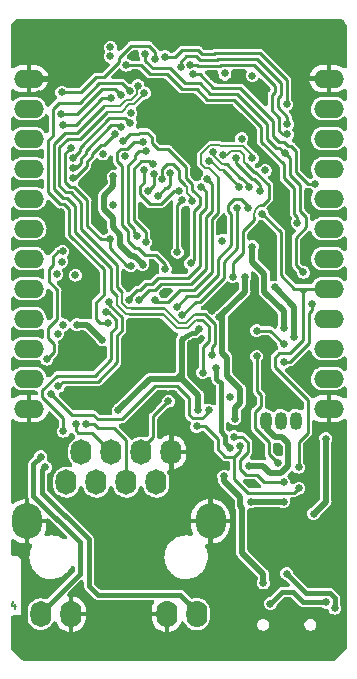
<source format=gbl>
G04 #@! TF.GenerationSoftware,KiCad,Pcbnew,6.0.5-a6ca702e91~116~ubuntu20.04.1*
G04 #@! TF.CreationDate,2024-03-03T00:05:47+03:00*
G04 #@! TF.ProjectId,iot-esp-eth-com,696f742d-6573-4702-9d65-74682d636f6d,rev?*
G04 #@! TF.SameCoordinates,PX3072580PYa990340*
G04 #@! TF.FileFunction,Copper,L4,Bot*
G04 #@! TF.FilePolarity,Positive*
%FSLAX46Y46*%
G04 Gerber Fmt 4.6, Leading zero omitted, Abs format (unit mm)*
G04 Created by KiCad (PCBNEW 6.0.5-a6ca702e91~116~ubuntu20.04.1) date 2024-03-03 00:05:47*
%MOMM*%
%LPD*%
G01*
G04 APERTURE LIST*
G04 Aperture macros list*
%AMRoundRect*
0 Rectangle with rounded corners*
0 $1 Rounding radius*
0 $2 $3 $4 $5 $6 $7 $8 $9 X,Y pos of 4 corners*
0 Add a 4 corners polygon primitive as box body*
4,1,4,$2,$3,$4,$5,$6,$7,$8,$9,$2,$3,0*
0 Add four circle primitives for the rounded corners*
1,1,$1+$1,$2,$3*
1,1,$1+$1,$4,$5*
1,1,$1+$1,$6,$7*
1,1,$1+$1,$8,$9*
0 Add four rect primitives between the rounded corners*
20,1,$1+$1,$2,$3,$4,$5,0*
20,1,$1+$1,$4,$5,$6,$7,0*
20,1,$1+$1,$6,$7,$8,$9,0*
20,1,$1+$1,$8,$9,$2,$3,0*%
G04 Aperture macros list end*
%ADD10C,0.127000*%
G04 #@! TA.AperFunction,NonConductor*
%ADD11C,0.127000*%
G04 #@! TD*
G04 #@! TA.AperFunction,ComponentPad*
%ADD12C,0.609600*%
G04 #@! TD*
G04 #@! TA.AperFunction,SMDPad,CuDef*
%ADD13RoundRect,0.558800X-1.092200X-1.092200X1.092200X-1.092200X1.092200X1.092200X-1.092200X1.092200X0*%
G04 #@! TD*
G04 #@! TA.AperFunction,ComponentPad*
%ADD14O,1.016000X1.524000*%
G04 #@! TD*
G04 #@! TA.AperFunction,ComponentPad*
%ADD15O,2.540000X1.524000*%
G04 #@! TD*
G04 #@! TA.AperFunction,SMDPad,CuDef*
%ADD16RoundRect,0.355600X1.422400X1.422400X-1.422400X1.422400X-1.422400X-1.422400X1.422400X-1.422400X0*%
G04 #@! TD*
G04 #@! TA.AperFunction,ComponentPad*
%ADD17O,1.778000X2.159000*%
G04 #@! TD*
G04 #@! TA.AperFunction,ComponentPad*
%ADD18O,1.778000X2.209800*%
G04 #@! TD*
G04 #@! TA.AperFunction,ComponentPad*
%ADD19O,1.778000X2.286000*%
G04 #@! TD*
G04 #@! TA.AperFunction,ComponentPad*
%ADD20O,2.540000X3.048000*%
G04 #@! TD*
G04 #@! TA.AperFunction,ViaPad*
%ADD21C,0.635000*%
G04 #@! TD*
G04 #@! TA.AperFunction,Conductor*
%ADD22C,0.508000*%
G04 #@! TD*
G04 #@! TA.AperFunction,Conductor*
%ADD23C,0.381000*%
G04 #@! TD*
G04 #@! TA.AperFunction,Conductor*
%ADD24C,1.016000*%
G04 #@! TD*
G04 #@! TA.AperFunction,Conductor*
%ADD25C,0.254000*%
G04 #@! TD*
G04 #@! TA.AperFunction,Conductor*
%ADD26C,0.203200*%
G04 #@! TD*
G04 APERTURE END LIST*
D10*
D11*
X882952Y5343072D02*
X882952Y4919739D01*
X731761Y5584977D02*
X580571Y5131405D01*
X973666Y5131405D01*
D12*
G04 #@! TO.P,U61,33,GND*
G04 #@! TO.N,GND*
X11049000Y27432000D03*
X12319000Y27432000D03*
X13589000Y27432000D03*
X12319000Y26162000D03*
X12319000Y28702000D03*
D13*
X12319000Y27432000D03*
D12*
X13589000Y26162000D03*
X11049000Y26162000D03*
X13589000Y28702000D03*
X11049000Y28702000D03*
G04 #@! TD*
D14*
G04 #@! TO.P,J41,1,Pin_1*
G04 #@! TO.N,+5VUSB*
X22098000Y20828000D03*
G04 #@! TO.P,J41,2,Pin_2*
G04 #@! TO.N,+5V*
X23368000Y20828000D03*
G04 #@! TO.P,J41,3,Pin_3*
G04 #@! TO.N,unconnected-(J41-Pad3)*
X24638000Y20828000D03*
G04 #@! TD*
D15*
G04 #@! TO.P,J52,1,Pin_1*
G04 #@! TO.N,GND*
X27432000Y49784000D03*
G04 #@! TO.P,J52,2,Pin_2*
G04 #@! TO.N,GPIO39*
X27432000Y47244000D03*
G04 #@! TO.P,J52,3,Pin_3*
G04 #@! TO.N,GPIO38*
X27432000Y44704000D03*
G04 #@! TO.P,J52,4,Pin_4*
G04 #@! TO.N,GPIO37*
X27432000Y42164000D03*
G04 #@! TO.P,J52,5,Pin_5*
G04 #@! TO.N,GPIO36*
X27432000Y39624000D03*
G04 #@! TO.P,J52,6,Pin_6*
G04 #@! TO.N,GPIO35*
X27432000Y37084000D03*
G04 #@! TO.P,J52,7,Pin_7*
G04 #@! TO.N,GPIO34*
X27432000Y34544000D03*
G04 #@! TO.P,J52,8,Pin_8*
G04 #@! TO.N,TXD0*
X27432000Y32004000D03*
G04 #@! TO.P,J52,9,Pin_9*
G04 #@! TO.N,RXD0*
X27432000Y29464000D03*
G04 #@! TO.P,J52,10,Pin_10*
G04 #@! TO.N,+3.3V*
X27432000Y26924000D03*
G04 #@! TO.P,J52,11,Pin_11*
G04 #@! TO.N,+5V*
X27432000Y24384000D03*
G04 #@! TO.P,J52,12,Pin_12*
G04 #@! TO.N,GND*
X27432000Y21844000D03*
G04 #@! TD*
G04 #@! TO.P,J51,1,Pin_1*
G04 #@! TO.N,GND*
X2032000Y49784000D03*
G04 #@! TO.P,J51,2,Pin_2*
G04 #@! TO.N,GPIO14*
X2032000Y47244000D03*
G04 #@! TO.P,J51,3,Pin_3*
G04 #@! TO.N,GPIO12*
X2032000Y44704000D03*
G04 #@! TO.P,J51,4,Pin_4*
G04 #@! TO.N,GPIO13*
X2032000Y42164000D03*
G04 #@! TO.P,J51,5,Pin_5*
G04 #@! TO.N,GPIO15*
X2032000Y39624000D03*
G04 #@! TO.P,J51,6,Pin_6*
G04 #@! TO.N,GPIO2*
X2032000Y37084000D03*
G04 #@! TO.P,J51,7,Pin_7*
G04 #@! TO.N,GPIO16*
X2032000Y34544000D03*
G04 #@! TO.P,J51,8,Pin_8*
G04 #@! TO.N,GPIO17*
X2032000Y32004000D03*
G04 #@! TO.P,J51,9,Pin_9*
G04 #@! TO.N,GPIO5*
X2032000Y29464000D03*
G04 #@! TO.P,J51,10,Pin_10*
G04 #@! TO.N,~{RESET}*
X2032000Y26924000D03*
G04 #@! TO.P,J51,11,Pin_11*
G04 #@! TO.N,~{MR}*
X2032000Y24384000D03*
G04 #@! TO.P,J51,12,Pin_12*
G04 #@! TO.N,GND*
X2032000Y21844000D03*
G04 #@! TD*
D12*
G04 #@! TO.P,U1,49,GND*
G04 #@! TO.N,GND*
X14732000Y46482000D03*
X16002000Y45212000D03*
X16002000Y46482000D03*
X13462000Y46482000D03*
X14732000Y45212000D03*
D16*
X14732000Y46482000D03*
D12*
X13462000Y47752000D03*
X13462000Y45212000D03*
X16002000Y47752000D03*
X14732000Y47752000D03*
G04 #@! TD*
D17*
G04 #@! TO.P,J61,1,TD+*
G04 #@! TO.N,/network/TD+*
X5207000Y15621000D03*
G04 #@! TO.P,J61,2,TD-*
G04 #@! TO.N,/network/TD-*
X6477000Y18161000D03*
G04 #@! TO.P,J61,3,RD+*
G04 #@! TO.N,/network/RD+*
X7747000Y15621000D03*
G04 #@! TO.P,J61,4,CT*
G04 #@! TO.N,/network/TDC*
X9017000Y18161000D03*
G04 #@! TO.P,J61,5,CT*
G04 #@! TO.N,/network/RDC*
X10287000Y15621000D03*
G04 #@! TO.P,J61,6,RD-*
G04 #@! TO.N,/network/RD-*
X11557000Y18161000D03*
G04 #@! TO.P,J61,7,NC*
G04 #@! TO.N,unconnected-(J61-Pad7)*
X12827000Y15621000D03*
G04 #@! TO.P,J61,8,GND*
G04 #@! TO.N,GND*
X14097000Y18161000D03*
D18*
G04 #@! TO.P,J61,9,LED1+*
G04 #@! TO.N,Net-(J61-Pad9)*
X3048000Y4445000D03*
D19*
G04 #@! TO.P,J61,10,LED1-*
G04 #@! TO.N,GND*
X5588000Y4445000D03*
G04 #@! TO.P,J61,11,LED2-*
X13716000Y4445000D03*
G04 #@! TO.P,J61,12,LED2+*
G04 #@! TO.N,Net-(J61-Pad12)*
X16256000Y4445000D03*
D20*
G04 #@! TO.P,J61,13,SHIELD*
G04 #@! TO.N,GND*
X17424400Y12319000D03*
X1879600Y12319000D03*
G04 #@! TD*
D21*
G04 #@! TO.N,GND*
X18415000Y37846000D03*
X889000Y3937000D03*
X18415000Y31242000D03*
X7620000Y33020000D03*
X25577800Y34671000D03*
X28448000Y53467000D03*
X15290800Y36144200D03*
X19304000Y26924000D03*
X12700000Y36703000D03*
X16002000Y15875000D03*
X8636000Y54483000D03*
X18034000Y1270000D03*
X21336000Y54483000D03*
X23596600Y39751000D03*
X20066000Y4572000D03*
X24384000Y54483000D03*
X11684000Y54483000D03*
X5588000Y54483000D03*
X6680200Y27533600D03*
X23622000Y23114000D03*
X1270000Y14732000D03*
X27432000Y53467000D03*
X3022600Y33274000D03*
X6223000Y49403000D03*
X12700000Y33528000D03*
X1270000Y19812000D03*
X7366000Y51308000D03*
X26416000Y54483000D03*
X28575000Y12827000D03*
X3556000Y54483000D03*
X11684000Y20701000D03*
X14478000Y20828000D03*
X11938000Y9779000D03*
X17018000Y52578000D03*
X19050000Y1270000D03*
X14732000Y54483000D03*
X11938000Y12319000D03*
X24130000Y50419000D03*
X15748000Y54483000D03*
X11684000Y53594000D03*
X2032000Y53467000D03*
X23622000Y9525000D03*
X13970000Y1270000D03*
X19304000Y46736000D03*
X11938000Y37973000D03*
X3048000Y53467000D03*
X26289000Y45974000D03*
X21463000Y1270000D03*
X27432000Y52451000D03*
X2921000Y43434000D03*
X28575000Y17907000D03*
X12700000Y53594000D03*
X22860000Y41529000D03*
X19304000Y54483000D03*
X28448000Y3556000D03*
X22606000Y33782000D03*
X26035000Y4699000D03*
X8890000Y3810000D03*
X26797000Y4572000D03*
X2921000Y45974000D03*
X7874000Y9779000D03*
X1270000Y17272000D03*
X25654000Y35560000D03*
X2921000Y40894000D03*
X7747000Y38227000D03*
X26289000Y38354000D03*
X28448000Y54483000D03*
X10668000Y53594000D03*
X20828000Y15494000D03*
X28448000Y51435000D03*
X6299200Y29895800D03*
X19304000Y28448000D03*
X28575000Y15367000D03*
X6299200Y30530800D03*
X17653000Y49961800D03*
X16764000Y53594000D03*
X1016000Y53467000D03*
X22606000Y34671000D03*
X25908000Y17272000D03*
X28575000Y10287000D03*
X21844000Y52832000D03*
X1524000Y54483000D03*
X27432000Y54483000D03*
X10922000Y51689000D03*
X13716000Y54483000D03*
X13208000Y38481000D03*
X2032000Y52451000D03*
X16510000Y1270000D03*
X20574000Y52832000D03*
X11430000Y1270000D03*
X26416000Y53467000D03*
X18288000Y36957000D03*
X4889500Y25336500D03*
X3302000Y38354000D03*
X6604000Y54483000D03*
X3175000Y30734000D03*
X12700000Y54483000D03*
X25908000Y25654000D03*
X8255000Y26416000D03*
X4508500Y49847500D03*
X13970000Y12319000D03*
X26035000Y48514000D03*
X15875000Y27406600D03*
X16002000Y18161000D03*
X7874000Y7239000D03*
X9652000Y24765000D03*
X21336000Y36449000D03*
X26289000Y43535600D03*
X23114000Y18542000D03*
X6350000Y1270000D03*
X13411200Y31597600D03*
X20828000Y22606000D03*
X3937000Y1270000D03*
X2921000Y48514000D03*
X11938000Y7239000D03*
X7366000Y52705000D03*
X7620000Y54483000D03*
X20955000Y10160000D03*
X2997200Y28194000D03*
X23368000Y54483000D03*
X7874000Y12319000D03*
X22606000Y35560000D03*
X9906000Y12319000D03*
X4572000Y54483000D03*
X26289000Y6985000D03*
X9652000Y54483000D03*
X28448000Y2286000D03*
X6985000Y41402000D03*
X4749800Y38455600D03*
X17399000Y23368000D03*
X22352000Y54483000D03*
X26289000Y1270000D03*
X23876000Y1270000D03*
X25908000Y11557000D03*
X8890000Y1270000D03*
X28448000Y52451000D03*
X1016000Y52451000D03*
X16764000Y54483000D03*
X3175000Y35814000D03*
X11430000Y3810000D03*
X22098000Y48895000D03*
X18923000Y53340000D03*
X20320000Y54483000D03*
X2540000Y54483000D03*
X10668000Y54483000D03*
X24638000Y12827000D03*
X19685000Y8001000D03*
X1016000Y51435000D03*
X25400000Y54483000D03*
G04 #@! TO.N,+3.3VMCU*
X22047200Y42037000D03*
X20955000Y50038000D03*
X8305800Y43408600D03*
X8940800Y51689000D03*
X20066000Y44704000D03*
X8940800Y52451000D03*
X18643600Y50241200D03*
X10668000Y46863000D03*
G04 #@! TO.N,/cpu/CHIP_PU*
X4826000Y48641000D03*
X12750800Y51435000D03*
G04 #@! TO.N,VIO*
X10210800Y43230800D03*
X9194800Y39116000D03*
G04 #@! TO.N,+3.3V*
X23622000Y28702000D03*
X11684000Y34036000D03*
X9194800Y41529000D03*
X5969000Y33147000D03*
X18161000Y29591000D03*
X20955000Y35560000D03*
X20320000Y33020000D03*
X18415000Y36068000D03*
X19481800Y20980400D03*
G04 #@! TO.N,ETHTXC*
X15748000Y34163000D03*
X9982200Y44500800D03*
G04 #@! TO.N,/network/TDC*
X5994400Y20548600D03*
G04 #@! TO.N,/network/RDC*
X6883400Y20548600D03*
G04 #@! TO.N,/cpu/ETXD0*
X19812000Y40640000D03*
X17272000Y42799000D03*
G04 #@! TO.N,/cpu/ETXD1*
X20701000Y40640000D03*
X17653000Y43561000D03*
G04 #@! TO.N,TXD0*
X21793200Y38354000D03*
X24892000Y16891000D03*
G04 #@! TO.N,~{RESET}*
X5588000Y43942000D03*
X4470400Y28194000D03*
X8890000Y36195000D03*
X10668000Y33959800D03*
G04 #@! TO.N,ETHMDIO*
X10515600Y31064200D03*
X16637000Y40640000D03*
G04 #@! TO.N,ETHMDC*
X17145000Y41275000D03*
X11379200Y31064200D03*
G04 #@! TO.N,ETHRXD0*
X16764000Y24892000D03*
X11277600Y49199800D03*
G04 #@! TO.N,ETHRXD1*
X11811000Y48564800D03*
X17526000Y26416000D03*
G04 #@! TO.N,ETHCRS*
X10566400Y48768000D03*
X8712200Y29133800D03*
G04 #@! TO.N,/cpu/~{SPIHD}*
X12115800Y40309800D03*
X12623800Y41706800D03*
G04 #@! TO.N,/cpu/~{SPIWP}*
X15824200Y39446200D03*
X13335000Y41275000D03*
G04 #@! TO.N,/cpu/~{SPICS0}*
X13970000Y41783000D03*
X12954000Y39878000D03*
G04 #@! TO.N,/cpu/SPID*
X14732000Y40259000D03*
X11811000Y42087800D03*
G04 #@! TO.N,ETHTXEN*
X20955000Y43053000D03*
X12750800Y31038800D03*
G04 #@! TO.N,Net-(R2-Pad1)*
X21590000Y40259000D03*
X19608800Y43078400D03*
G04 #@! TO.N,Net-(C81-Pad1)*
X21894800Y7086600D03*
X18542000Y16129000D03*
G04 #@! TO.N,~{ETHRST}*
X13589000Y33655000D03*
X11709400Y44450000D03*
G04 #@! TO.N,/network/RD-*
X13843000Y22479000D03*
G04 #@! TO.N,GPIO14*
X9804400Y48437800D03*
X4749800Y46761400D03*
G04 #@! TO.N,GPIO13*
X5791200Y43078400D03*
X10617200Y46050200D03*
G04 #@! TO.N,GPIO15*
X5791200Y42214800D03*
X9880600Y45694600D03*
G04 #@! TO.N,GPIO12*
X9017000Y48133000D03*
X4902200Y45897800D03*
G04 #@! TO.N,GPIO5*
X4953000Y28930600D03*
X14986000Y39471600D03*
X14605000Y35102800D03*
G04 #@! TO.N,GPIO2*
X9296400Y45110400D03*
X5791200Y41351200D03*
G04 #@! TO.N,GPIO16*
X11963400Y43662600D03*
X4826000Y34290000D03*
X11176000Y36449000D03*
G04 #@! TO.N,GPIO39*
X13589000Y51638200D03*
X23876000Y47625000D03*
G04 #@! TO.N,GPIO38*
X14909800Y50800000D03*
X23926800Y45948600D03*
G04 #@! TO.N,GPIO37*
X15722600Y50927000D03*
X23926800Y45059600D03*
G04 #@! TO.N,GPIO36*
X15900400Y50139600D03*
X26289000Y40894000D03*
G04 #@! TO.N,GPIO35*
X10287000Y50927000D03*
X24765000Y37592000D03*
G04 #@! TO.N,GPIO34*
X25273000Y33401000D03*
X23698200Y43459400D03*
X11887200Y51866800D03*
G04 #@! TO.N,GPIO17*
X12547600Y42545000D03*
X4394200Y33223200D03*
X11938000Y35941000D03*
G04 #@! TO.N,Net-(J61-Pad9)*
X3048000Y17780000D03*
G04 #@! TO.N,/misc/USBE_DP*
X27940000Y4953000D03*
X23876000Y7874000D03*
G04 #@! TO.N,ETHTXD0*
X19685000Y38862000D03*
X15036800Y29743400D03*
G04 #@! TO.N,ETHTXD1*
X14579600Y30480000D03*
X20574000Y38862000D03*
G04 #@! TO.N,RXD0M*
X18491200Y43357800D03*
X19304000Y33020000D03*
G04 #@! TO.N,~{MR}*
X17272000Y21717000D03*
X3911600Y23114000D03*
X4902200Y35153600D03*
X3556000Y26035000D03*
G04 #@! TO.N,+5V*
X22860000Y32131000D03*
X24511000Y27940000D03*
G04 #@! TO.N,+3.3VETH*
X9626600Y21717000D03*
X6096000Y28956000D03*
X8255000Y27660600D03*
X16383000Y21717000D03*
X16484600Y28600400D03*
G04 #@! TO.N,+5VUSB*
X20701000Y17018000D03*
G04 #@! TO.N,/misc/USBE_DM*
X22479000Y5334000D03*
X27178000Y5461000D03*
G04 #@! TO.N,+3.3VUSB*
X26162000Y12954000D03*
X20828000Y13970000D03*
X19050000Y22860000D03*
X27178000Y19304000D03*
X23622000Y13970000D03*
G04 #@! TO.N,Net-(D82-Pad2)*
X19050000Y18542000D03*
X17907000Y25273000D03*
G04 #@! TO.N,RXD0*
X21336000Y28448000D03*
X23622000Y27305000D03*
X23622000Y25781000D03*
X26035000Y30734000D03*
G04 #@! TO.N,Net-(Q81-Pad2)*
X24892000Y15113000D03*
X16256000Y20345400D03*
X19913600Y18719800D03*
G04 #@! TO.N,Net-(Q82-Pad2)*
X19405600Y19481800D03*
X23622000Y15621000D03*
G04 #@! TO.N,/network/LED1*
X4953000Y19939000D03*
X8610600Y29997400D03*
G04 #@! TO.N,/network/LED0*
X8864600Y30835600D03*
X4521200Y23749000D03*
G04 #@! TO.N,RXD0U*
X23114000Y17272000D03*
X21336000Y26289000D03*
G04 #@! TO.N,Net-(J61-Pad12)*
X3429000Y16891000D03*
G04 #@! TD*
D22*
G04 #@! TO.N,GND*
X21082000Y44196000D02*
X21082000Y45466000D01*
D23*
X11049000Y26162000D02*
X9652000Y24765000D01*
X24003000Y33528000D02*
X24003000Y37592000D01*
D24*
X11430000Y1270000D02*
X8890000Y1270000D01*
D22*
X24638000Y12827000D02*
X25908000Y14097000D01*
X21082000Y45466000D02*
X19812000Y46736000D01*
D25*
X21043900Y48895000D02*
X22098000Y48895000D01*
D22*
X4648200Y38354000D02*
X3302000Y38354000D01*
X5715000Y49403000D02*
X6223000Y49403000D01*
X14732000Y44196000D02*
X15240000Y43688000D01*
X17145000Y23368000D02*
X17399000Y23368000D01*
X22860000Y8382000D02*
X22860000Y6731000D01*
X3556000Y1270000D02*
X889000Y3937000D01*
X7366000Y51308000D02*
X7366000Y50546000D01*
D25*
X11684000Y20701000D02*
X11684000Y21844000D01*
D22*
X15875000Y27406600D02*
X15875000Y24638000D01*
X2032000Y49784000D02*
X3810000Y49784000D01*
X19685000Y8001000D02*
X19685000Y6604000D01*
D25*
X18084800Y49530000D02*
X20408900Y49530000D01*
D22*
X23622000Y9525000D02*
X23622000Y9144000D01*
D23*
X23596600Y37998400D02*
X23596600Y39751000D01*
D22*
X4508500Y49847500D02*
X5270500Y49847500D01*
D23*
X24892000Y32639000D02*
X24003000Y33528000D01*
D22*
X16891000Y46482000D02*
X17145000Y46736000D01*
D25*
X20408900Y49530000D02*
X21043900Y48895000D01*
D22*
X22860000Y41529000D02*
X22860000Y42418000D01*
X17145000Y46736000D02*
X19304000Y46736000D01*
D25*
X11684000Y21844000D02*
X13055600Y23215600D01*
X14935200Y22199600D02*
X14478000Y21742400D01*
D22*
X14732000Y45212000D02*
X14732000Y44196000D01*
D25*
X17703800Y45212000D02*
X18796000Y45212000D01*
D23*
X26085800Y33070800D02*
X25654000Y32639000D01*
X24003000Y37592000D02*
X23596600Y37998400D01*
D24*
X6350000Y1270000D02*
X3937000Y1270000D01*
D22*
X23622000Y10160000D02*
X24511000Y10160000D01*
X4749800Y38455600D02*
X4648200Y38354000D01*
D25*
X18796000Y45212000D02*
X19304000Y45720000D01*
D22*
X23622000Y9144000D02*
X22860000Y8382000D01*
X25908000Y14097000D02*
X25908000Y17272000D01*
D24*
X16510000Y1270000D02*
X13970000Y1270000D01*
D25*
X14376400Y23215600D02*
X14935200Y22656800D01*
D23*
X25958800Y33858200D02*
X25958800Y33680400D01*
D22*
X3873500Y49847500D02*
X4508500Y49847500D01*
D25*
X17653000Y49961800D02*
X18084800Y49530000D01*
D22*
X15875000Y24638000D02*
X17145000Y23368000D01*
X5270500Y49847500D02*
X5715000Y49403000D01*
D25*
X13055600Y23215600D02*
X14376400Y23215600D01*
D22*
X22860000Y42418000D02*
X21082000Y44196000D01*
D25*
X14478000Y21742400D02*
X14478000Y20828000D01*
D22*
X11430000Y3810000D02*
X8890000Y3810000D01*
X22352000Y6223000D02*
X20066000Y6223000D01*
D25*
X19304000Y45720000D02*
X19304000Y46736000D01*
D23*
X26085800Y33553400D02*
X26085800Y33070800D01*
D22*
X22860000Y6731000D02*
X22352000Y6223000D01*
X3810000Y49784000D02*
X3873500Y49847500D01*
X20955000Y10160000D02*
X23622000Y10160000D01*
X23622000Y10160000D02*
X23622000Y9525000D01*
X19685000Y6604000D02*
X20066000Y6223000D01*
D25*
X16179800Y43688000D02*
X17703800Y45212000D01*
D22*
X24511000Y10160000D02*
X25908000Y11557000D01*
X7366000Y50546000D02*
X6223000Y49403000D01*
D23*
X25958800Y33680400D02*
X26085800Y33553400D01*
D25*
X15240000Y43688000D02*
X16179800Y43688000D01*
D22*
X19812000Y46736000D02*
X19304000Y46736000D01*
D23*
X25577800Y34239200D02*
X25958800Y33858200D01*
D25*
X14935200Y22656800D02*
X14935200Y22199600D01*
D22*
X3937000Y1270000D02*
X3556000Y1270000D01*
X20066000Y6223000D02*
X20066000Y4572000D01*
D23*
X25654000Y32639000D02*
X24892000Y32639000D01*
X25577800Y34671000D02*
X25577800Y34239200D01*
D22*
X1270000Y19812000D02*
X1270000Y17272000D01*
X16002000Y46482000D02*
X16891000Y46482000D01*
D25*
G04 #@! TO.N,/cpu/CHIP_PU*
X12750800Y52019200D02*
X12192000Y52578000D01*
X8382000Y49911000D02*
X7747000Y49911000D01*
X6477000Y48641000D02*
X4826000Y48641000D01*
X7747000Y49911000D02*
X6477000Y48641000D01*
X10668000Y52578000D02*
X9652000Y51562000D01*
X9652000Y51562000D02*
X9652000Y51181000D01*
X12192000Y52578000D02*
X10668000Y52578000D01*
X12750800Y51435000D02*
X12750800Y52019200D01*
X9652000Y51181000D02*
X8382000Y49911000D01*
D22*
G04 #@! TO.N,+3.3V*
X20955000Y35560000D02*
X20955000Y34290000D01*
X18415000Y29845000D02*
X18161000Y29591000D01*
X11684000Y34086800D02*
X10972800Y34798000D01*
X18415000Y26543000D02*
X18415000Y29337000D01*
X11684000Y34036000D02*
X11684000Y34086800D01*
X23622000Y30099000D02*
X23622000Y28702000D01*
X9779000Y36576000D02*
X9144000Y37211000D01*
X10972800Y34798000D02*
X10668000Y34798000D01*
X20320000Y33020000D02*
X20320000Y31750000D01*
X18796000Y24638000D02*
X18796000Y26162000D01*
X19481800Y21894800D02*
X19939000Y22352000D01*
X21971000Y31750000D02*
X23622000Y30099000D01*
X21971000Y33274000D02*
X21971000Y31750000D01*
X9779000Y35687000D02*
X9779000Y36576000D01*
X18415000Y29337000D02*
X18415000Y29845000D01*
X8382000Y39878000D02*
X9194800Y40690800D01*
X10668000Y34798000D02*
X9779000Y35687000D01*
X20320000Y31750000D02*
X18415000Y29845000D01*
X18415000Y29337000D02*
X18161000Y29591000D01*
X19939000Y23495000D02*
X18796000Y24638000D01*
X8382000Y38735000D02*
X8382000Y39878000D01*
X19939000Y22352000D02*
X19939000Y23495000D01*
X9194800Y40690800D02*
X9194800Y41529000D01*
X9144000Y37973000D02*
X8382000Y38735000D01*
X20955000Y34290000D02*
X21971000Y33274000D01*
X18796000Y26162000D02*
X18415000Y26543000D01*
X19481800Y20980400D02*
X19481800Y21894800D01*
X9144000Y37211000D02*
X9144000Y37973000D01*
D25*
G04 #@! TO.N,ETHTXC*
X16510000Y39751000D02*
X15875000Y40386000D01*
X16510000Y39116000D02*
X16510000Y39751000D01*
X11430000Y45212000D02*
X11303000Y45085000D01*
X10566400Y45085000D02*
X9982200Y44500800D01*
X15367000Y41402000D02*
X15367000Y42291000D01*
X12446000Y44831000D02*
X12065000Y45212000D01*
X11303000Y45085000D02*
X10566400Y45085000D01*
X13843000Y43815000D02*
X12954000Y43815000D01*
X15367000Y42291000D02*
X13843000Y43815000D01*
X15875000Y40386000D02*
X15875000Y40894000D01*
X16002000Y38608000D02*
X16510000Y39116000D01*
X16002000Y34417000D02*
X16002000Y38608000D01*
X12446000Y44323000D02*
X12446000Y44831000D01*
X15748000Y34163000D02*
X16002000Y34417000D01*
X12954000Y43815000D02*
X12446000Y44323000D01*
X12065000Y45212000D02*
X11430000Y45212000D01*
X15875000Y40894000D02*
X15367000Y41402000D01*
G04 #@! TO.N,/network/TDC*
X7366000Y19812000D02*
X9017000Y18161000D01*
X5994400Y20548600D02*
X5994400Y20040600D01*
X6223000Y19812000D02*
X7366000Y19812000D01*
X5994400Y20040600D02*
X6223000Y19812000D01*
G04 #@! TO.N,/network/RDC*
X7518400Y20548600D02*
X7874000Y20193000D01*
X9271000Y20193000D02*
X10287000Y19177000D01*
X10287000Y19177000D02*
X10287000Y15621000D01*
X7874000Y20193000D02*
X9271000Y20193000D01*
X6883400Y20548600D02*
X7518400Y20548600D01*
D26*
G04 #@! TO.N,/cpu/ETXD0*
X18440400Y42011600D02*
X18262600Y42011600D01*
D25*
X18948400Y41503600D02*
X18440400Y42011600D01*
D26*
X17475200Y42799000D02*
X18262600Y42011600D01*
D25*
X18948400Y41503600D02*
X19812000Y40640000D01*
D26*
X17272000Y42799000D02*
X17475200Y42799000D01*
G04 #@! TO.N,/cpu/ETXD1*
X17653000Y43357800D02*
X17830800Y43180000D01*
D25*
X19939000Y41402000D02*
X20040600Y41402000D01*
D26*
X17653000Y43561000D02*
X17653000Y43357800D01*
D25*
X18542000Y42545000D02*
X18796000Y42545000D01*
X20040600Y41402000D02*
X20701000Y40741600D01*
D26*
X18364200Y42545000D02*
X18542000Y42545000D01*
D25*
X20701000Y40741600D02*
X20701000Y40640000D01*
D26*
X17932400Y42976800D02*
X18364200Y42545000D01*
X17830800Y43180000D02*
X17932400Y42976800D01*
D25*
X18796000Y42545000D02*
X19939000Y41402000D01*
G04 #@! TO.N,TXD0*
X25019000Y32004000D02*
X25273000Y31750000D01*
X23241000Y26543000D02*
X22860000Y26162000D01*
X25654000Y22606000D02*
X25654000Y19812000D01*
X24511000Y32004000D02*
X25019000Y32004000D01*
X25273000Y31750000D02*
X25527000Y32004000D01*
X21793200Y38354000D02*
X23368000Y36779200D01*
X24130000Y26543000D02*
X23241000Y26543000D01*
X25273000Y27686000D02*
X24130000Y26543000D01*
X23368000Y33147000D02*
X24511000Y32004000D01*
X22860000Y25400000D02*
X25654000Y22606000D01*
X25527000Y32004000D02*
X27432000Y32004000D01*
X22860000Y26162000D02*
X22860000Y25400000D01*
X24892000Y19050000D02*
X24892000Y16891000D01*
X25654000Y19812000D02*
X24892000Y19050000D01*
X25019000Y32004000D02*
X25527000Y32004000D01*
X23368000Y36779200D02*
X23368000Y33147000D01*
X25273000Y31750000D02*
X25273000Y27686000D01*
G04 #@! TO.N,~{RESET}*
X8890000Y35433000D02*
X10363200Y33959800D01*
X5105400Y43459400D02*
X5105400Y41071800D01*
X6985000Y39497000D02*
X6985000Y37338000D01*
X6985000Y37338000D02*
X8128000Y36195000D01*
X8128000Y36195000D02*
X8890000Y36195000D01*
X8890000Y36195000D02*
X8890000Y35433000D01*
X10363200Y33959800D02*
X10668000Y33959800D01*
X5537200Y40640000D02*
X5842000Y40640000D01*
X5105400Y41071800D02*
X5537200Y40640000D01*
X5588000Y43942000D02*
X5105400Y43459400D01*
X5842000Y40640000D02*
X6985000Y39497000D01*
G04 #@! TO.N,ETHMDIO*
X12954000Y32893000D02*
X12446000Y32385000D01*
X17018000Y38862000D02*
X16510000Y38354000D01*
X16510000Y38354000D02*
X16510000Y33909000D01*
X10668000Y31369000D02*
X10668000Y31216600D01*
X16510000Y33909000D02*
X15494000Y32893000D01*
X10668000Y31216600D02*
X10515600Y31064200D01*
X10668000Y31369000D02*
X10515600Y31216600D01*
X11430000Y31877000D02*
X11176000Y31877000D01*
X17018000Y40259000D02*
X17018000Y38862000D01*
X15494000Y32893000D02*
X12954000Y32893000D01*
X10515600Y31216600D02*
X10515600Y31064200D01*
X11176000Y31877000D02*
X10668000Y31369000D01*
X11938000Y32385000D02*
X11430000Y31877000D01*
X12446000Y32385000D02*
X11938000Y32385000D01*
X16637000Y40640000D02*
X17018000Y40259000D01*
G04 #@! TO.N,ETHMDC*
X15748000Y32385000D02*
X17018000Y33655000D01*
X17018000Y38100000D02*
X17526000Y38608000D01*
X17526000Y38608000D02*
X17526000Y40894000D01*
X11379200Y31064200D02*
X12192000Y31877000D01*
X17018000Y33655000D02*
X17018000Y38100000D01*
X12700000Y31877000D02*
X13208000Y32385000D01*
X13208000Y32385000D02*
X15748000Y32385000D01*
X12192000Y31877000D02*
X12700000Y31877000D01*
X17526000Y40894000D02*
X17145000Y41275000D01*
D26*
G04 #@! TO.N,ETHRXD0*
X9525000Y30607000D02*
X10287000Y29845000D01*
X10287000Y29845000D02*
X10541000Y29845000D01*
D25*
X9474200Y31419800D02*
X9017000Y31877000D01*
X5969000Y36830000D02*
X5969000Y38989000D01*
D26*
X9474200Y31419800D02*
X9525000Y31369000D01*
X16205200Y29337000D02*
X15519400Y28651200D01*
X11277600Y49199800D02*
X11176000Y49098200D01*
D25*
X9017000Y31877000D02*
X9017000Y33782000D01*
X6146800Y45212000D02*
X8382000Y47447200D01*
D26*
X11176000Y49098200D02*
X11176000Y48514000D01*
D25*
X4140200Y40436800D02*
X4140200Y44272200D01*
X10541000Y29845000D02*
X13309600Y29845000D01*
X5308600Y39649400D02*
X4927600Y39649400D01*
D26*
X10287000Y48006000D02*
X9728200Y47447200D01*
D25*
X5969000Y38989000D02*
X5308600Y39649400D01*
D26*
X15519400Y28651200D02*
X14554200Y28651200D01*
X9728200Y47447200D02*
X8382000Y47447200D01*
D25*
X5080000Y45212000D02*
X6146800Y45212000D01*
D26*
X9525000Y31369000D02*
X9525000Y30607000D01*
D25*
X16256000Y29337000D02*
X16738600Y29337000D01*
D26*
X14554200Y28651200D02*
X13360400Y29845000D01*
X16256000Y29337000D02*
X16205200Y29337000D01*
D25*
X17272000Y27559000D02*
X16764000Y27051000D01*
D26*
X11176000Y48514000D02*
X10668000Y48006000D01*
D25*
X17272000Y28803600D02*
X17272000Y27559000D01*
X16764000Y27051000D02*
X16764000Y24892000D01*
X4140200Y44272200D02*
X5080000Y45212000D01*
D26*
X10668000Y48006000D02*
X10287000Y48006000D01*
D25*
X9017000Y33782000D02*
X5969000Y36830000D01*
X4927600Y39649400D02*
X4140200Y40436800D01*
X16738600Y29337000D02*
X17272000Y28803600D01*
D26*
X13360400Y29845000D02*
X13309600Y29845000D01*
D25*
G04 #@! TO.N,ETHRXD1*
X17526000Y27051000D02*
X17526000Y26416000D01*
D26*
X9906000Y46990000D02*
X8636000Y46990000D01*
D25*
X5588000Y40157400D02*
X6477000Y39268400D01*
X9525000Y34036000D02*
X9525000Y32131000D01*
D26*
X16129000Y29845000D02*
X16090900Y29845000D01*
D25*
X4622800Y43992800D02*
X4622800Y40716200D01*
X6477000Y37084000D02*
X9525000Y34036000D01*
D26*
X9906000Y30784800D02*
X9906000Y31750000D01*
X14757400Y29083000D02*
X13487400Y30353000D01*
D25*
X4622800Y40716200D02*
X5181600Y40157400D01*
D26*
X10541000Y47625000D02*
X9906000Y46990000D01*
D25*
X8636000Y46990000D02*
X6350000Y44704000D01*
X5181600Y40157400D02*
X5588000Y40157400D01*
D26*
X15328900Y29083000D02*
X14757400Y29083000D01*
X10337800Y30353000D02*
X9906000Y30784800D01*
D25*
X17780000Y28981400D02*
X17780000Y27305000D01*
D26*
X16090900Y29845000D02*
X15328900Y29083000D01*
D25*
X6477000Y39268400D02*
X6477000Y37084000D01*
D26*
X11811000Y48564800D02*
X11811000Y48514000D01*
D25*
X6350000Y44704000D02*
X5334000Y44704000D01*
X9525000Y32131000D02*
X9906000Y31750000D01*
X17780000Y27305000D02*
X17526000Y27051000D01*
X10668000Y30353000D02*
X13462000Y30353000D01*
X16916400Y29845000D02*
X17780000Y28981400D01*
D26*
X11811000Y48514000D02*
X10922000Y47625000D01*
X10922000Y47625000D02*
X10541000Y47625000D01*
D25*
X5334000Y44704000D02*
X4622800Y43992800D01*
D26*
X10668000Y30353000D02*
X10337800Y30353000D01*
X13487400Y30353000D02*
X13462000Y30353000D01*
D25*
X16129000Y29845000D02*
X16916400Y29845000D01*
G04 #@! TO.N,ETHCRS*
X5029200Y39141400D02*
X5461000Y38709600D01*
X4064000Y44958000D02*
X3657600Y44551600D01*
X9931400Y49403000D02*
X8001000Y49403000D01*
X7747000Y29464000D02*
X8077200Y29133800D01*
X3657600Y44551600D02*
X3657600Y40157400D01*
X8382000Y33655000D02*
X8382000Y31496000D01*
X5461000Y38709600D02*
X5461000Y36576000D01*
X7747000Y30861000D02*
X7747000Y29464000D01*
X4572000Y47752000D02*
X4064000Y47244000D01*
X10566400Y48768000D02*
X9931400Y49403000D01*
X6350000Y47752000D02*
X4572000Y47752000D01*
X4064000Y47244000D02*
X4064000Y44958000D01*
X8077200Y29133800D02*
X8712200Y29133800D01*
X5461000Y36576000D02*
X8382000Y33655000D01*
X8382000Y31496000D02*
X7747000Y30861000D01*
X3657600Y40157400D02*
X4673600Y39141400D01*
X4673600Y39141400D02*
X5029200Y39141400D01*
X8001000Y49403000D02*
X6350000Y47752000D01*
G04 #@! TO.N,/cpu/~{SPIHD}*
X12623800Y40817800D02*
X12115800Y40309800D01*
X12623800Y41706800D02*
X12623800Y40817800D01*
D26*
G04 #@! TO.N,/cpu/~{SPIWP}*
X15824200Y39674800D02*
X15392400Y40106600D01*
D25*
X14732000Y42037000D02*
X14732000Y41275000D01*
X13335000Y41275000D02*
X13335000Y42164000D01*
D26*
X15392400Y40106600D02*
X15392400Y40614600D01*
X15824200Y39446200D02*
X15824200Y39674800D01*
D25*
X13716000Y42545000D02*
X14224000Y42545000D01*
X14224000Y42545000D02*
X14732000Y42037000D01*
X13335000Y42164000D02*
X13716000Y42545000D01*
X14732000Y41275000D02*
X15240000Y40767000D01*
D26*
X15392400Y40614600D02*
X15240000Y40767000D01*
D25*
G04 #@! TO.N,/cpu/~{SPICS0}*
X12954000Y39878000D02*
X13589000Y40513000D01*
X13589000Y40513000D02*
X13716000Y40513000D01*
X14020800Y40817800D02*
X14020800Y41732200D01*
X14020800Y41732200D02*
X13970000Y41783000D01*
X13716000Y40513000D02*
X14020800Y40817800D01*
G04 #@! TO.N,/cpu/SPID*
X11430000Y40005000D02*
X11430000Y40640000D01*
X11811000Y41021000D02*
X11811000Y42087800D01*
X11430000Y40640000D02*
X11811000Y41021000D01*
X14287500Y40259000D02*
X13195300Y39166800D01*
X13195300Y39166800D02*
X12268200Y39166800D01*
X12268200Y39166800D02*
X11430000Y40005000D01*
X14732000Y40259000D02*
X14287500Y40259000D01*
D26*
G04 #@! TO.N,ETHTXEN*
X18034000Y41452800D02*
X17297400Y42189400D01*
X20193000Y44069000D02*
X20955000Y43307000D01*
D25*
X16002000Y31877000D02*
X14859000Y31877000D01*
D26*
X18161000Y44196000D02*
X18288000Y44069000D01*
X16637000Y43434000D02*
X17399000Y44196000D01*
X18288000Y44069000D02*
X20193000Y44069000D01*
X17297400Y42189400D02*
X16992600Y42189400D01*
D25*
X17526000Y33401000D02*
X16002000Y31877000D01*
X18034000Y41427400D02*
X18034000Y38417500D01*
D26*
X20955000Y43307000D02*
X20955000Y43053000D01*
D25*
X12928600Y30861000D02*
X12750800Y31038800D01*
D26*
X16637000Y42545000D02*
X16637000Y43434000D01*
D25*
X18034000Y38417500D02*
X17526000Y37909500D01*
X13843000Y30861000D02*
X12928600Y30861000D01*
X14859000Y31877000D02*
X13843000Y30861000D01*
D26*
X18034000Y41427400D02*
X18034000Y41452800D01*
X16992600Y42189400D02*
X16637000Y42545000D01*
X17399000Y44196000D02*
X18161000Y44196000D01*
D25*
X17526000Y37909500D02*
X17526000Y33401000D01*
G04 #@! TO.N,Net-(R2-Pad1)*
X21590000Y40767000D02*
X21590000Y40259000D01*
X19608800Y43078400D02*
X19608800Y42621200D01*
X21082000Y41275000D02*
X21590000Y40767000D01*
X20955000Y41275000D02*
X21082000Y41275000D01*
X19608800Y42621200D02*
X20955000Y41275000D01*
D22*
G04 #@! TO.N,Net-(C81-Pad1)*
X19939000Y13589000D02*
X20066000Y13462000D01*
X19939000Y14351000D02*
X19939000Y13589000D01*
X20066000Y9652000D02*
X21894800Y7823200D01*
X18542000Y15748000D02*
X19939000Y14351000D01*
X20066000Y13462000D02*
X20066000Y9652000D01*
X18542000Y16129000D02*
X18542000Y15748000D01*
X21894800Y7823200D02*
X21894800Y7086600D01*
D25*
G04 #@! TO.N,~{ETHRST}*
X12776200Y34874200D02*
X13589000Y34061400D01*
X11709400Y44450000D02*
X10922000Y44450000D01*
X9525000Y42799000D02*
X9906000Y42418000D01*
X9829800Y43865800D02*
X9525000Y43561000D01*
X9525000Y43561000D02*
X9525000Y42799000D01*
X10337800Y43865800D02*
X9829800Y43865800D01*
X11303000Y35433000D02*
X11861800Y34874200D01*
X9906000Y37363400D02*
X10414000Y36855400D01*
X10922000Y44450000D02*
X10337800Y43865800D01*
X11049000Y35433000D02*
X11303000Y35433000D01*
X11861800Y34874200D02*
X12776200Y34874200D01*
X10414000Y36068000D02*
X11049000Y35433000D01*
X10414000Y36855400D02*
X10414000Y36068000D01*
X9906000Y42418000D02*
X9906000Y37363400D01*
X13589000Y34061400D02*
X13589000Y33655000D01*
G04 #@! TO.N,/network/RD-*
X11557000Y18415000D02*
X11557000Y18161000D01*
X12573000Y19431000D02*
X11557000Y18415000D01*
X13843000Y22479000D02*
X12573000Y21209000D01*
X12573000Y21209000D02*
X12573000Y19431000D01*
G04 #@! TO.N,GPIO14*
X9347200Y48895000D02*
X9804400Y48437800D01*
X6121400Y46761400D02*
X8255000Y48895000D01*
X8255000Y48895000D02*
X9347200Y48895000D01*
X4749800Y46761400D02*
X6121400Y46761400D01*
G04 #@! TO.N,GPIO13*
X6350000Y43637200D02*
X6350000Y43942000D01*
X10566400Y46050200D02*
X10617200Y46050200D01*
X10185400Y46431200D02*
X10566400Y46050200D01*
X6350000Y43942000D02*
X8839200Y46431200D01*
X8839200Y46431200D02*
X10185400Y46431200D01*
X5791200Y43078400D02*
X6350000Y43637200D01*
G04 #@! TO.N,GPIO15*
X6858000Y43434000D02*
X6477000Y43053000D01*
X9728200Y45847000D02*
X9880600Y45694600D01*
X6223000Y42418000D02*
X6019800Y42214800D01*
X9550400Y45847000D02*
X9702800Y45694600D01*
X9702800Y45694600D02*
X9880600Y45694600D01*
X6858000Y43688000D02*
X6858000Y43434000D01*
X6477000Y42672000D02*
X6223000Y42418000D01*
X9017000Y45847000D02*
X9550400Y45847000D01*
X6223000Y42418000D02*
X5994400Y42418000D01*
X6477000Y43053000D02*
X6477000Y42672000D01*
X6019800Y42214800D02*
X5791200Y42214800D01*
X5994400Y42418000D02*
X5791200Y42214800D01*
X9017000Y45847000D02*
X6858000Y43688000D01*
X9550400Y45847000D02*
X9728200Y45847000D01*
G04 #@! TO.N,GPIO12*
X4902200Y45897800D02*
X6019800Y45897800D01*
X8255000Y48133000D02*
X9017000Y48133000D01*
X6019800Y45897800D02*
X8255000Y48133000D01*
G04 #@! TO.N,GPIO5*
X14605000Y35102800D02*
X14605000Y39090600D01*
X14605000Y39090600D02*
X14986000Y39471600D01*
G04 #@! TO.N,GPIO2*
X6985000Y42799000D02*
X6985000Y42418000D01*
X7366000Y43434000D02*
X8128000Y44196000D01*
X8128000Y44196000D02*
X8382000Y44196000D01*
X7366000Y43180000D02*
X6985000Y42799000D01*
X6985000Y42418000D02*
X5918200Y41351200D01*
X9296400Y45110400D02*
X8382000Y44196000D01*
X5918200Y41351200D02*
X5791200Y41351200D01*
X7366000Y43434000D02*
X7366000Y43180000D01*
G04 #@! TO.N,GPIO16*
X11963400Y43662600D02*
X11404600Y43662600D01*
X11404600Y43662600D02*
X11049000Y43307000D01*
X11049000Y43307000D02*
X11049000Y43053000D01*
X10414000Y42418000D02*
X10414000Y37592000D01*
X11049000Y43053000D02*
X10414000Y42418000D01*
X10922000Y37084000D02*
X10922000Y36703000D01*
X10922000Y36703000D02*
X11176000Y36449000D01*
X10414000Y37592000D02*
X10922000Y37084000D01*
G04 #@! TO.N,GPIO39*
X16713200Y51866800D02*
X17703800Y51866800D01*
X17703800Y51866800D02*
X17780000Y51943000D01*
X23876000Y47625000D02*
X23876000Y49657000D01*
X21590000Y51943000D02*
X23876000Y49657000D01*
X13589000Y51638200D02*
X14427200Y51638200D01*
X14986000Y52197000D02*
X16383000Y52197000D01*
X14427200Y51638200D02*
X14986000Y52197000D01*
X16383000Y52197000D02*
X16713200Y51866800D01*
X17780000Y51943000D02*
X21590000Y51943000D01*
G04 #@! TO.N,GPIO38*
X21336000Y51435000D02*
X18034000Y51435000D01*
X15367000Y51689000D02*
X14909800Y51231800D01*
X23926800Y46558200D02*
X23114000Y47371000D01*
X17957800Y51358800D02*
X16510000Y51358800D01*
X14909800Y51231800D02*
X14909800Y50800000D01*
X18034000Y51435000D02*
X17957800Y51358800D01*
X16510000Y51358800D02*
X16179800Y51689000D01*
X23114000Y47371000D02*
X23114000Y48133000D01*
X16179800Y51689000D02*
X15367000Y51689000D01*
X23926800Y45948600D02*
X23926800Y46558200D01*
X23368000Y49403000D02*
X21336000Y51435000D01*
X23114000Y48133000D02*
X23368000Y48387000D01*
X23368000Y48387000D02*
X23368000Y49403000D01*
G04 #@! TO.N,GPIO37*
X18288000Y50927000D02*
X18211800Y50850800D01*
X22606000Y47117000D02*
X22606000Y48387000D01*
X23241000Y45339000D02*
X23241000Y46482000D01*
X22860000Y48641000D02*
X22860000Y49149000D01*
X23241000Y46482000D02*
X22606000Y47117000D01*
X22606000Y48387000D02*
X22860000Y48641000D01*
X21082000Y50927000D02*
X18288000Y50927000D01*
X16256000Y50927000D02*
X15722600Y50927000D01*
X16332200Y50850800D02*
X16256000Y50927000D01*
X18211800Y50850800D02*
X16332200Y50850800D01*
X23926800Y45059600D02*
X23520400Y45059600D01*
X23520400Y45059600D02*
X23241000Y45339000D01*
X22860000Y49149000D02*
X21082000Y50927000D01*
G04 #@! TO.N,GPIO36*
X19939000Y49022000D02*
X22733000Y46228000D01*
X24638000Y41910000D02*
X25654000Y40894000D01*
X24003000Y44069000D02*
X24257000Y44069000D01*
X22733000Y44958000D02*
X23241000Y44450000D01*
X25654000Y40894000D02*
X26289000Y40894000D01*
X24257000Y44069000D02*
X24638000Y43688000D01*
X23622000Y44450000D02*
X24003000Y44069000D01*
X16535400Y50139600D02*
X17653000Y49022000D01*
X22733000Y46228000D02*
X22733000Y44958000D01*
X15900400Y50139600D02*
X16535400Y50139600D01*
X17653000Y49022000D02*
X19939000Y49022000D01*
X24638000Y43688000D02*
X24638000Y41910000D01*
X23241000Y44450000D02*
X23622000Y44450000D01*
G04 #@! TO.N,GPIO35*
X24511000Y38354000D02*
X24511000Y40513000D01*
X21717000Y45720000D02*
X19431000Y48006000D01*
X19431000Y48006000D02*
X17145000Y48006000D01*
X21717000Y44450000D02*
X21717000Y45720000D01*
X24511000Y40513000D02*
X23622000Y41402000D01*
X11506200Y50927000D02*
X10287000Y50927000D01*
X24765000Y38100000D02*
X24511000Y38354000D01*
X24765000Y37592000D02*
X24765000Y38100000D01*
X23622000Y41402000D02*
X23622000Y42545000D01*
X23622000Y42545000D02*
X21717000Y44450000D01*
X13716000Y50165000D02*
X12268200Y50165000D01*
X16256000Y48895000D02*
X14986000Y48895000D01*
X17145000Y48006000D02*
X16256000Y48895000D01*
X14986000Y48895000D02*
X13716000Y50165000D01*
X12268200Y50165000D02*
X11506200Y50927000D01*
G04 #@! TO.N,GPIO34*
X25527000Y38100000D02*
X25527000Y37211000D01*
X15240000Y49403000D02*
X16510000Y49403000D01*
X12522200Y50673000D02*
X13970000Y50673000D01*
X17399000Y48514000D02*
X19685000Y48514000D01*
X16510000Y49403000D02*
X17399000Y48514000D01*
X24638000Y34036000D02*
X25273000Y33401000D01*
X24130000Y43027600D02*
X24130000Y41656000D01*
X23215600Y43942000D02*
X23698200Y43459400D01*
X22987000Y43942000D02*
X23215600Y43942000D01*
X23698200Y43459400D02*
X24130000Y43027600D01*
X24130000Y41656000D02*
X25019000Y40767000D01*
X11887200Y51866800D02*
X11887200Y51308000D01*
X19685000Y48514000D02*
X22225000Y45974000D01*
X24638000Y36322000D02*
X24638000Y34036000D01*
X22225000Y44704000D02*
X22987000Y43942000D01*
X25019000Y38608000D02*
X25527000Y38100000D01*
X11887200Y51308000D02*
X12522200Y50673000D01*
X25019000Y40767000D02*
X25019000Y38608000D01*
X25527000Y37211000D02*
X24638000Y36322000D01*
X22225000Y45974000D02*
X22225000Y44704000D01*
X13970000Y50673000D02*
X15240000Y49403000D01*
G04 #@! TO.N,GPIO17*
X12471400Y42545000D02*
X12547600Y42545000D01*
X11557000Y42799000D02*
X12217400Y42799000D01*
X10922000Y42164000D02*
X10922000Y37846000D01*
X11557000Y42799000D02*
X10922000Y42164000D01*
X10922000Y37846000D02*
X11938000Y36830000D01*
X11938000Y36830000D02*
X11938000Y35941000D01*
X12217400Y42799000D02*
X12471400Y42545000D01*
D23*
G04 #@! TO.N,Net-(J61-Pad9)*
X6350000Y10541000D02*
X6350000Y7874000D01*
X3048000Y4572000D02*
X3048000Y4445000D01*
X6350000Y7874000D02*
X3048000Y4572000D01*
X2413000Y14478000D02*
X6350000Y10541000D01*
X2413000Y17145000D02*
X2413000Y14478000D01*
X3048000Y17780000D02*
X2413000Y17145000D01*
G04 #@! TO.N,/misc/USBE_DP*
X27940000Y5842000D02*
X27940000Y4953000D01*
X25527000Y6223000D02*
X27559000Y6223000D01*
X27559000Y6223000D02*
X27940000Y5842000D01*
X23876000Y7874000D02*
X25527000Y6223000D01*
D25*
G04 #@! TO.N,ETHTXD0*
X16154400Y30861000D02*
X15036800Y29743400D01*
X18542000Y32893000D02*
X16510000Y30861000D01*
X19685000Y35433000D02*
X18542000Y34290000D01*
X18542000Y34290000D02*
X18542000Y32893000D01*
X19685000Y38862000D02*
X19685000Y35433000D01*
X16510000Y30861000D02*
X16154400Y30861000D01*
G04 #@! TO.N,ETHTXD1*
X18923000Y38608000D02*
X19177000Y38354000D01*
X18923000Y39116000D02*
X18923000Y38608000D01*
X19177000Y35687000D02*
X18034000Y34544000D01*
X19177000Y38354000D02*
X19177000Y35687000D01*
X15468600Y31369000D02*
X14579600Y30480000D01*
X20389850Y39046150D02*
X20574000Y38862000D01*
X20389850Y39185850D02*
X20389850Y39046150D01*
X20574000Y38862000D02*
X20574000Y39001700D01*
X18034000Y33147000D02*
X16256000Y31369000D01*
X20574000Y39001700D02*
X20389850Y39185850D01*
X18034000Y34544000D02*
X18034000Y33147000D01*
X20389850Y39185850D02*
X20002500Y39573200D01*
X20002500Y39573200D02*
X19380200Y39573200D01*
X19380200Y39573200D02*
X18923000Y39116000D01*
X16256000Y31369000D02*
X15468600Y31369000D01*
G04 #@! TO.N,RXD0M*
X21082000Y41910000D02*
X21209000Y41910000D01*
X22352000Y39624000D02*
X21844000Y39116000D01*
X21082000Y37782500D02*
X20193000Y36893500D01*
D26*
X20269200Y42722800D02*
X20447000Y42545000D01*
X19151600Y43688000D02*
X19939000Y43688000D01*
D25*
X20193000Y36893500D02*
X20193000Y35052000D01*
X21844000Y39116000D02*
X21590000Y39116000D01*
D26*
X20269200Y43357800D02*
X20269200Y42722800D01*
D25*
X21209000Y41910000D02*
X22352000Y40767000D01*
X22352000Y40767000D02*
X22352000Y39624000D01*
X20447000Y42545000D02*
X21082000Y41910000D01*
X21082000Y38100000D02*
X21082000Y37782500D01*
D26*
X18821400Y43357800D02*
X19151600Y43688000D01*
X21234400Y38760400D02*
X21082000Y38354000D01*
D25*
X19304000Y34163000D02*
X19304000Y33020000D01*
D26*
X18491200Y43357800D02*
X18821400Y43357800D01*
D25*
X20193000Y35052000D02*
X19304000Y34163000D01*
D26*
X21082000Y38354000D02*
X21082000Y38100000D01*
X19939000Y43688000D02*
X20269200Y43357800D01*
X21590000Y39116000D02*
X21234400Y38760400D01*
D25*
G04 #@! TO.N,~{MR}*
X17272000Y21564600D02*
X17272000Y21717000D01*
X3708400Y33629600D02*
X3708400Y32613600D01*
X4546600Y35153600D02*
X4064000Y34671000D01*
X4445000Y29464000D02*
X3683000Y28702000D01*
X14605000Y23749000D02*
X15621000Y22733000D01*
X5689600Y21336000D02*
X7493000Y21336000D01*
X4902200Y35153600D02*
X4546600Y35153600D01*
X4064000Y34671000D02*
X4064000Y33985200D01*
X15925800Y21031200D02*
X16738600Y21031200D01*
X3683000Y28702000D02*
X3683000Y27813000D01*
X15621000Y21336000D02*
X15925800Y21031200D01*
X4445000Y31877000D02*
X4445000Y29464000D01*
X9906000Y20955000D02*
X12700000Y23749000D01*
X4064000Y33985200D02*
X3708400Y33629600D01*
X7874000Y20955000D02*
X9906000Y20955000D01*
X4191000Y26670000D02*
X3556000Y26035000D01*
X4191000Y27305000D02*
X4191000Y26670000D01*
X16738600Y21031200D02*
X17272000Y21564600D01*
X3708400Y32613600D02*
X4445000Y31877000D01*
X3683000Y27813000D02*
X4191000Y27305000D01*
X15621000Y22733000D02*
X15621000Y21336000D01*
X7493000Y21336000D02*
X7874000Y20955000D01*
X12700000Y23749000D02*
X14605000Y23749000D01*
X3911600Y23114000D02*
X5689600Y21336000D01*
D22*
G04 #@! TO.N,+5V*
X24511000Y30480000D02*
X22860000Y32131000D01*
X24511000Y27940000D02*
X24511000Y30480000D01*
D26*
G04 #@! TO.N,+3.3VETH*
X14986000Y25146000D02*
X14986000Y25019000D01*
D23*
X15875000Y28219400D02*
X16103600Y28219400D01*
X14986000Y27686000D02*
X15240000Y27940000D01*
D22*
X14351000Y24384000D02*
X12293600Y24384000D01*
X14986000Y27686000D02*
X14986000Y25146000D01*
X12293600Y24384000D02*
X9626600Y21717000D01*
D26*
X14986000Y25019000D02*
X14351000Y24384000D01*
D22*
X14986000Y25146000D02*
X14986000Y24384000D01*
X14986000Y24384000D02*
X14351000Y24384000D01*
D23*
X14986000Y27813000D02*
X15240000Y27940000D01*
D22*
X6959600Y28956000D02*
X8255000Y27660600D01*
X16383000Y22987000D02*
X16383000Y21717000D01*
X14986000Y24384000D02*
X16383000Y22987000D01*
D23*
X15494000Y28067000D02*
X15240000Y27940000D01*
D22*
X6096000Y28956000D02*
X6959600Y28956000D01*
D23*
X15875000Y28219400D02*
X15494000Y28067000D01*
X14986000Y27813000D02*
X14986000Y27686000D01*
X16103600Y28219400D02*
X16484600Y28600400D01*
D22*
G04 #@! TO.N,+5VUSB*
X22098000Y20193000D02*
X22860000Y19431000D01*
X22098000Y20828000D02*
X22098000Y20193000D01*
X23368000Y16383000D02*
X22479000Y16383000D01*
X23495000Y19431000D02*
X24003000Y18923000D01*
X21844000Y17018000D02*
X20701000Y17018000D01*
X22860000Y19431000D02*
X23495000Y19431000D01*
X22479000Y16383000D02*
X21844000Y17018000D01*
X24003000Y18923000D02*
X24003000Y17018000D01*
X24003000Y17018000D02*
X23368000Y16383000D01*
D23*
G04 #@! TO.N,/misc/USBE_DM*
X25273000Y5461000D02*
X27178000Y5461000D01*
X23495000Y6350000D02*
X24384000Y6350000D01*
X22479000Y5334000D02*
X23495000Y6350000D01*
X24384000Y6350000D02*
X25273000Y5461000D01*
D22*
G04 #@! TO.N,+3.3VUSB*
X20828000Y13970000D02*
X23622000Y13970000D01*
X26162000Y12954000D02*
X27178000Y13970000D01*
X27178000Y13970000D02*
X27178000Y19304000D01*
D23*
G04 #@! TO.N,Net-(D82-Pad2)*
X18669000Y19558000D02*
X18288000Y19939000D01*
X17907000Y25273000D02*
X17907000Y24384000D01*
X17907000Y24384000D02*
X18288000Y24003000D01*
X18669000Y18923000D02*
X18669000Y19558000D01*
X19050000Y18542000D02*
X18669000Y18923000D01*
X18288000Y24003000D02*
X18288000Y19939000D01*
D25*
G04 #@! TO.N,RXD0*
X25781000Y29972000D02*
X25781000Y27432000D01*
X26035000Y30226000D02*
X25781000Y29972000D01*
X26035000Y30734000D02*
X26035000Y30226000D01*
X25781000Y27432000D02*
X24130000Y25781000D01*
X21336000Y28448000D02*
X22479000Y28448000D01*
X24130000Y25781000D02*
X23622000Y25781000D01*
X22479000Y28448000D02*
X23622000Y27305000D01*
G04 #@! TO.N,Net-(Q81-Pad2)*
X19913600Y18719800D02*
X19939000Y18288000D01*
X19431000Y15875000D02*
X19431000Y17780000D01*
X19939000Y18288000D02*
X19431000Y17780000D01*
X18669000Y17780000D02*
X19431000Y17780000D01*
X18034000Y18415000D02*
X18669000Y17780000D01*
X16992600Y20345400D02*
X16256000Y20345400D01*
X18034000Y19304000D02*
X16992600Y20345400D01*
X18034000Y19304000D02*
X18034000Y18415000D01*
X20574000Y14732000D02*
X19431000Y15875000D01*
X24892000Y15113000D02*
X24511000Y14732000D01*
X24511000Y14732000D02*
X20574000Y14732000D01*
G04 #@! TO.N,Net-(Q82-Pad2)*
X20116800Y19481800D02*
X19405600Y19481800D01*
X23622000Y15621000D02*
X21971000Y15621000D01*
X20599400Y18999200D02*
X20116800Y19481800D01*
X21336000Y16256000D02*
X20447000Y16256000D01*
X21971000Y15621000D02*
X21336000Y16256000D01*
X20447000Y16256000D02*
X19939000Y16764000D01*
X20599400Y18186400D02*
X20599400Y18999200D01*
X19939000Y17526000D02*
X20599400Y18186400D01*
X19939000Y16764000D02*
X19939000Y17526000D01*
G04 #@! TO.N,/network/LED1*
X9017000Y26035000D02*
X7620000Y24638000D01*
X9017000Y28321000D02*
X9017000Y26035000D01*
X4394200Y24638000D02*
X3149600Y23393400D01*
X9398000Y28702000D02*
X9017000Y28321000D01*
X3149600Y23393400D02*
X3149600Y22860000D01*
X4953000Y21056600D02*
X4953000Y19939000D01*
X3149600Y22860000D02*
X4953000Y21056600D01*
X9398000Y29387800D02*
X9398000Y28702000D01*
X8788400Y29997400D02*
X9398000Y29387800D01*
X7620000Y24638000D02*
X4394200Y24638000D01*
X8610600Y29997400D02*
X8788400Y29997400D01*
G04 #@! TO.N,/network/LED0*
X7874000Y24130000D02*
X4902200Y24130000D01*
X9525000Y25781000D02*
X9525000Y28067000D01*
X7874000Y24130000D02*
X9525000Y25781000D01*
X9906000Y28448000D02*
X9906000Y29591000D01*
X9525000Y28067000D02*
X9906000Y28448000D01*
X4902200Y24130000D02*
X4521200Y23749000D01*
X9906000Y29591000D02*
X8864600Y30632400D01*
X8864600Y30632400D02*
X8864600Y30835600D01*
G04 #@! TO.N,RXD0U*
X21336000Y23368000D02*
X21336000Y26289000D01*
X21209000Y21590000D02*
X21717000Y22098000D01*
X21209000Y20193000D02*
X21209000Y21590000D01*
X23114000Y17272000D02*
X22352000Y18034000D01*
X21717000Y22098000D02*
X21717000Y22987000D01*
X21717000Y22987000D02*
X21336000Y23368000D01*
X22352000Y18034000D02*
X22352000Y19050000D01*
X22352000Y19050000D02*
X21209000Y20193000D01*
D23*
G04 #@! TO.N,Net-(J61-Pad12)*
X7874000Y6096000D02*
X7112000Y6858000D01*
X16256000Y4699000D02*
X14859000Y6096000D01*
X7112000Y6858000D02*
X7112000Y10795000D01*
X14859000Y6096000D02*
X7874000Y6096000D01*
X16256000Y4445000D02*
X16256000Y4699000D01*
X3175000Y16637000D02*
X3429000Y16891000D01*
X7112000Y10795000D02*
X3175000Y14732000D01*
X3175000Y14732000D02*
X3175000Y16637000D01*
G04 #@! TD*
G04 #@! TA.AperFunction,Conductor*
G04 #@! TO.N,GND*
G36*
X25872117Y26811156D02*
G01*
X25931751Y26751522D01*
X25952941Y26694441D01*
X25955266Y26695038D01*
X25957651Y26685749D01*
X25959087Y26676252D01*
X25962401Y26667244D01*
X25962402Y26667241D01*
X25984225Y26607929D01*
X26028611Y26487290D01*
X26048667Y26454943D01*
X26121564Y26337373D01*
X26134712Y26316167D01*
X26141305Y26309195D01*
X26260205Y26183462D01*
X26273055Y26169873D01*
X26280920Y26164366D01*
X26280921Y26164365D01*
X26377261Y26096907D01*
X26437989Y26054385D01*
X26446794Y26050575D01*
X26446799Y26050572D01*
X26613964Y25978234D01*
X26613966Y25978233D01*
X26622776Y25974421D01*
X26819868Y25933246D01*
X26826470Y25932900D01*
X27990318Y25932900D01*
X28140316Y25948136D01*
X28332449Y26008347D01*
X28341461Y26013342D01*
X28500148Y26101304D01*
X28500149Y26101305D01*
X28508551Y26105962D01*
X28643181Y26221354D01*
X28717819Y26260610D01*
X28802102Y26263596D01*
X28879333Y26229716D01*
X28934216Y26165683D01*
X28956000Y26077470D01*
X28956000Y25228285D01*
X28937234Y25146064D01*
X28884651Y25080128D01*
X28808668Y25043536D01*
X28724332Y25043536D01*
X28648349Y25080128D01*
X28628815Y25098081D01*
X28597543Y25131150D01*
X28597542Y25131151D01*
X28590945Y25138127D01*
X28580650Y25145336D01*
X28433876Y25248108D01*
X28433875Y25248109D01*
X28426011Y25253615D01*
X28417206Y25257425D01*
X28417201Y25257428D01*
X28250036Y25329766D01*
X28250034Y25329767D01*
X28241224Y25333579D01*
X28044132Y25374754D01*
X28037530Y25375100D01*
X26873682Y25375100D01*
X26723684Y25359864D01*
X26714520Y25356992D01*
X26714519Y25356992D01*
X26677424Y25345367D01*
X26531551Y25299653D01*
X26523153Y25294998D01*
X26523151Y25294997D01*
X26406850Y25230530D01*
X26355449Y25202038D01*
X26315972Y25168202D01*
X26213214Y25080128D01*
X26202572Y25071007D01*
X26196694Y25063429D01*
X26196693Y25063428D01*
X26146567Y24998805D01*
X26079165Y24911911D01*
X26074928Y24903300D01*
X26074926Y24903297D01*
X25994506Y24739863D01*
X25994504Y24739858D01*
X25990269Y24731251D01*
X25939516Y24536406D01*
X25939013Y24526815D01*
X25939013Y24526813D01*
X25938238Y24512018D01*
X25928978Y24335335D01*
X25930414Y24325841D01*
X25930414Y24325838D01*
X25938237Y24274114D01*
X25959087Y24136252D01*
X26028611Y23947290D01*
X26033670Y23939131D01*
X26127977Y23787030D01*
X26134712Y23776167D01*
X26141305Y23769195D01*
X26259438Y23644273D01*
X26273055Y23629873D01*
X26280920Y23624366D01*
X26280921Y23624365D01*
X26425764Y23522945D01*
X26437989Y23514385D01*
X26446794Y23510575D01*
X26446799Y23510572D01*
X26613964Y23438234D01*
X26613966Y23438233D01*
X26622776Y23434421D01*
X26819868Y23393246D01*
X26826470Y23392900D01*
X27990318Y23392900D01*
X28140316Y23408136D01*
X28332449Y23468347D01*
X28341461Y23473342D01*
X28500148Y23561304D01*
X28500149Y23561305D01*
X28508551Y23565962D01*
X28643181Y23681354D01*
X28717819Y23720610D01*
X28802102Y23723596D01*
X28879333Y23689716D01*
X28934216Y23625683D01*
X28956000Y23537470D01*
X28956000Y22894739D01*
X28937234Y22812518D01*
X28884651Y22746582D01*
X28808668Y22709990D01*
X28724332Y22709990D01*
X28649051Y22746025D01*
X28644059Y22749968D01*
X28475976Y22858498D01*
X28460033Y22866761D01*
X28274472Y22941544D01*
X28257257Y22946644D01*
X28058744Y22985411D01*
X28046084Y22986948D01*
X28043969Y22987000D01*
X27643851Y22987000D01*
X27625788Y22982877D01*
X27622500Y22976050D01*
X27622500Y20722351D01*
X27626623Y20704288D01*
X27633450Y20701000D01*
X27989973Y20701000D01*
X27998994Y20701430D01*
X28148137Y20715659D01*
X28165773Y20719055D01*
X28357750Y20775375D01*
X28374423Y20782044D01*
X28552284Y20873648D01*
X28567396Y20883350D01*
X28649441Y20947797D01*
X28725692Y20983829D01*
X28810025Y20983209D01*
X28885738Y20946059D01*
X28937834Y20879738D01*
X28956000Y20798775D01*
X28956000Y1608077D01*
X28937234Y1525856D01*
X28900497Y1474080D01*
X27995503Y569086D01*
X27924094Y524217D01*
X27861506Y513583D01*
X1602494Y513583D01*
X1520273Y532349D01*
X1468497Y569086D01*
X563503Y1474080D01*
X518634Y1545489D01*
X508000Y1608077D01*
X508000Y4175793D01*
X1929900Y4175793D01*
X1945078Y4016711D01*
X1952587Y3991114D01*
X2001911Y3822986D01*
X2005138Y3811985D01*
X2102827Y3622310D01*
X2234620Y3454529D01*
X2241427Y3448622D01*
X2241431Y3448618D01*
X2285338Y3410518D01*
X2395763Y3314697D01*
X2580439Y3207859D01*
X2588949Y3204904D01*
X2588953Y3204902D01*
X2677154Y3174274D01*
X2781987Y3137870D01*
X2871564Y3124882D01*
X2984205Y3108549D01*
X2984210Y3108549D01*
X2993133Y3107255D01*
X3002145Y3107672D01*
X3002147Y3107672D01*
X3063224Y3110499D01*
X3206258Y3117119D01*
X3215031Y3119233D01*
X3215036Y3119234D01*
X3328002Y3146460D01*
X3413674Y3167107D01*
X3475738Y3195326D01*
X3599687Y3251682D01*
X3599691Y3251684D01*
X3607894Y3255414D01*
X3781913Y3378854D01*
X3929450Y3532973D01*
X3940139Y3549526D01*
X4040291Y3704635D01*
X4040291Y3704636D01*
X4045182Y3712210D01*
X4050722Y3725956D01*
X4098860Y3795202D01*
X4172277Y3836704D01*
X4256430Y3842242D01*
X4334653Y3810719D01*
X4391451Y3748378D01*
X4397525Y3736704D01*
X4486804Y3549526D01*
X4495366Y3535047D01*
X4617810Y3364651D01*
X4628788Y3351932D01*
X4779468Y3205914D01*
X4792543Y3195326D01*
X4966692Y3078301D01*
X4981431Y3070198D01*
X5173556Y2985861D01*
X5189491Y2980499D01*
X5376738Y2935544D01*
X5393498Y2935356D01*
X5397500Y2952449D01*
X5397500Y2956053D01*
X5778500Y2956053D01*
X5782623Y2937990D01*
X5784226Y2937218D01*
X5794759Y2936670D01*
X5844731Y2942717D01*
X5861183Y2946214D01*
X6061729Y3007910D01*
X6077299Y3014264D01*
X6263750Y3110499D01*
X6277945Y3119507D01*
X6444410Y3247239D01*
X6456789Y3258623D01*
X6598005Y3413817D01*
X6608164Y3427201D01*
X6719668Y3604954D01*
X6727300Y3619933D01*
X6805561Y3814612D01*
X6810422Y3830712D01*
X6853273Y4037636D01*
X6855082Y4051377D01*
X6857842Y4099249D01*
X6858000Y4104724D01*
X6858000Y4137692D01*
X12446000Y4137692D01*
X12446374Y4129301D01*
X12460270Y3973594D01*
X12463245Y3957058D01*
X12518615Y3754662D01*
X12524475Y3738905D01*
X12614804Y3549526D01*
X12623366Y3535047D01*
X12745810Y3364651D01*
X12756788Y3351932D01*
X12907468Y3205914D01*
X12920543Y3195326D01*
X13094692Y3078301D01*
X13109431Y3070198D01*
X13301556Y2985861D01*
X13317491Y2980499D01*
X13504738Y2935544D01*
X13521498Y2935356D01*
X13525500Y2952449D01*
X13525500Y4233149D01*
X13521377Y4251212D01*
X13514550Y4254500D01*
X12467351Y4254500D01*
X12449288Y4250377D01*
X12446000Y4243550D01*
X12446000Y4137692D01*
X6858000Y4137692D01*
X6858000Y4233149D01*
X6853877Y4251212D01*
X6847050Y4254500D01*
X5799851Y4254500D01*
X5781788Y4250377D01*
X5778500Y4243550D01*
X5778500Y2956053D01*
X5397500Y2956053D01*
X5397500Y4656851D01*
X5778500Y4656851D01*
X5782623Y4638788D01*
X5789450Y4635500D01*
X6836649Y4635500D01*
X6854712Y4639623D01*
X6858000Y4646450D01*
X6858000Y4752308D01*
X6857626Y4760699D01*
X6843730Y4916406D01*
X6840755Y4932942D01*
X6785385Y5135338D01*
X6779525Y5151095D01*
X6689196Y5340474D01*
X6680634Y5354953D01*
X6558190Y5525349D01*
X6547212Y5538068D01*
X6396532Y5684086D01*
X6383457Y5694674D01*
X6209308Y5811699D01*
X6194569Y5819802D01*
X6002444Y5904139D01*
X5986509Y5909501D01*
X5799262Y5954456D01*
X5782502Y5954644D01*
X5778500Y5937551D01*
X5778500Y4656851D01*
X5397500Y4656851D01*
X5397500Y5933947D01*
X5393377Y5952010D01*
X5382943Y5957035D01*
X5317008Y6009618D01*
X5280417Y6085602D01*
X5280418Y6169938D01*
X5317010Y6245921D01*
X5331169Y6261765D01*
X6368903Y7299499D01*
X6440312Y7344368D01*
X6524117Y7353810D01*
X6603720Y7325956D01*
X6663354Y7266322D01*
X6691208Y7186719D01*
X6692400Y7165502D01*
X6692400Y6791542D01*
X6697008Y6777362D01*
X6697008Y6777359D01*
X6698125Y6773923D01*
X6705065Y6745012D01*
X6705628Y6741457D01*
X6705630Y6741452D01*
X6707963Y6726720D01*
X6716377Y6710207D01*
X6727750Y6682749D01*
X6733474Y6665132D01*
X6742241Y6653066D01*
X6742241Y6653065D01*
X6744359Y6650150D01*
X6759891Y6624805D01*
X6768305Y6608291D01*
X7624291Y5752305D01*
X7640805Y5743891D01*
X7666150Y5728359D01*
X7681132Y5717474D01*
X7698749Y5711750D01*
X7726207Y5700377D01*
X7742720Y5691963D01*
X7757452Y5689630D01*
X7757457Y5689628D01*
X7761012Y5689065D01*
X7789923Y5682125D01*
X7793359Y5681008D01*
X7793362Y5681008D01*
X7807542Y5676400D01*
X12487256Y5676400D01*
X12569477Y5657634D01*
X12635413Y5605051D01*
X12672005Y5529068D01*
X12672005Y5444732D01*
X12647785Y5386200D01*
X12584336Y5285054D01*
X12576700Y5270067D01*
X12498439Y5075388D01*
X12493578Y5059288D01*
X12450727Y4852364D01*
X12448918Y4838623D01*
X12446158Y4790751D01*
X12446000Y4785276D01*
X12446000Y4656851D01*
X12450123Y4638788D01*
X12456950Y4635500D01*
X13717000Y4635500D01*
X13799221Y4616734D01*
X13865157Y4564151D01*
X13901749Y4488168D01*
X13906500Y4446000D01*
X13906500Y2956053D01*
X13910623Y2937990D01*
X13912226Y2937218D01*
X13922759Y2936670D01*
X13972731Y2942717D01*
X13989183Y2946214D01*
X14189729Y3007910D01*
X14205299Y3014264D01*
X14391750Y3110499D01*
X14405945Y3119507D01*
X14572410Y3247239D01*
X14584789Y3258623D01*
X14726005Y3413817D01*
X14736164Y3427201D01*
X14847668Y3604954D01*
X14855300Y3619933D01*
X14892364Y3712132D01*
X14940444Y3781420D01*
X15013825Y3822986D01*
X15097974Y3828596D01*
X15176223Y3797139D01*
X15236658Y3728218D01*
X15310827Y3584210D01*
X15442620Y3416429D01*
X15449427Y3410522D01*
X15449431Y3410518D01*
X15535839Y3335538D01*
X15603763Y3276597D01*
X15788439Y3169759D01*
X15796949Y3166804D01*
X15796953Y3166802D01*
X15871749Y3140829D01*
X15989987Y3099770D01*
X16079564Y3086782D01*
X16192205Y3070449D01*
X16192210Y3070449D01*
X16201133Y3069155D01*
X16210145Y3069572D01*
X16210147Y3069572D01*
X16266785Y3072194D01*
X16414258Y3079019D01*
X16423031Y3081133D01*
X16423036Y3081134D01*
X16544878Y3110499D01*
X16621674Y3129007D01*
X16700823Y3164994D01*
X16807687Y3213582D01*
X16807691Y3213584D01*
X16815894Y3217314D01*
X16989913Y3340754D01*
X17012790Y3364651D01*
X17129223Y3486279D01*
X21360424Y3486279D01*
X21364135Y3473296D01*
X21364135Y3473293D01*
X21392617Y3373638D01*
X21400451Y3346229D01*
X21478176Y3223042D01*
X21587351Y3126622D01*
X21719200Y3064719D01*
X21829786Y3047500D01*
X21905913Y3047500D01*
X21912587Y3048456D01*
X21912590Y3048456D01*
X22000225Y3061006D01*
X22000228Y3061007D01*
X22013587Y3062920D01*
X22028218Y3069572D01*
X22133894Y3117621D01*
X22146182Y3123208D01*
X22256527Y3218287D01*
X22335752Y3340515D01*
X22377486Y3480066D01*
X22377524Y3486279D01*
X25373624Y3486279D01*
X25377335Y3473296D01*
X25377335Y3473293D01*
X25405817Y3373638D01*
X25413651Y3346229D01*
X25491376Y3223042D01*
X25600551Y3126622D01*
X25732400Y3064719D01*
X25842986Y3047500D01*
X25919113Y3047500D01*
X25925787Y3048456D01*
X25925790Y3048456D01*
X26013425Y3061006D01*
X26013428Y3061007D01*
X26026787Y3062920D01*
X26041418Y3069572D01*
X26147094Y3117621D01*
X26159382Y3123208D01*
X26269727Y3218287D01*
X26348952Y3340515D01*
X26390686Y3480066D01*
X26390777Y3494873D01*
X26391493Y3612215D01*
X26391576Y3625721D01*
X26386104Y3644870D01*
X26355259Y3752791D01*
X26355258Y3752793D01*
X26351549Y3765771D01*
X26273824Y3888958D01*
X26164649Y3985378D01*
X26078781Y4025693D01*
X26045022Y4041543D01*
X26045021Y4041543D01*
X26032800Y4047281D01*
X25922214Y4064500D01*
X25846087Y4064500D01*
X25839413Y4063544D01*
X25839410Y4063544D01*
X25751775Y4050994D01*
X25751772Y4050993D01*
X25738413Y4049080D01*
X25726128Y4043494D01*
X25726127Y4043494D01*
X25667222Y4016711D01*
X25605818Y3988792D01*
X25495473Y3893713D01*
X25416248Y3771485D01*
X25374514Y3631934D01*
X25374432Y3618433D01*
X25374431Y3618430D01*
X25374349Y3604954D01*
X25373624Y3486279D01*
X22377524Y3486279D01*
X22377577Y3494873D01*
X22378293Y3612215D01*
X22378376Y3625721D01*
X22372904Y3644870D01*
X22342059Y3752791D01*
X22342058Y3752793D01*
X22338349Y3765771D01*
X22260624Y3888958D01*
X22151449Y3985378D01*
X22065581Y4025693D01*
X22031822Y4041543D01*
X22031821Y4041543D01*
X22019600Y4047281D01*
X21909014Y4064500D01*
X21832887Y4064500D01*
X21826213Y4063544D01*
X21826210Y4063544D01*
X21738575Y4050994D01*
X21738572Y4050993D01*
X21725213Y4049080D01*
X21712928Y4043494D01*
X21712927Y4043494D01*
X21654022Y4016711D01*
X21592618Y3988792D01*
X21482273Y3893713D01*
X21403048Y3771485D01*
X21361314Y3631934D01*
X21361232Y3618433D01*
X21361231Y3618430D01*
X21361149Y3604954D01*
X21360424Y3486279D01*
X17129223Y3486279D01*
X17131217Y3488362D01*
X17137450Y3494873D01*
X17166940Y3540544D01*
X17248291Y3666535D01*
X17248291Y3666536D01*
X17253182Y3674110D01*
X17332933Y3871998D01*
X17362947Y4025693D01*
X17372519Y4074707D01*
X17372519Y4074710D01*
X17373825Y4081396D01*
X17374100Y4087018D01*
X17374100Y4752307D01*
X17358922Y4911389D01*
X17319429Y5046008D01*
X17301401Y5107461D01*
X17301400Y5107463D01*
X17298862Y5116115D01*
X17253795Y5203619D01*
X17205301Y5297775D01*
X17201173Y5305790D01*
X17179014Y5334000D01*
X21927683Y5334000D01*
X21946469Y5191309D01*
X22001545Y5058342D01*
X22009107Y5048487D01*
X22081595Y4954018D01*
X22081598Y4954015D01*
X22089160Y4944160D01*
X22099015Y4936598D01*
X22099016Y4936597D01*
X22131978Y4911304D01*
X22203341Y4856545D01*
X22336309Y4801469D01*
X22348621Y4799848D01*
X22356194Y4798851D01*
X22479000Y4782683D01*
X22491312Y4784304D01*
X22609379Y4799848D01*
X22621691Y4801469D01*
X22754659Y4856545D01*
X22826022Y4911304D01*
X22858984Y4936597D01*
X22858985Y4936598D01*
X22868840Y4944160D01*
X22876402Y4954015D01*
X22876405Y4954018D01*
X22948893Y5048487D01*
X22956455Y5058342D01*
X23011531Y5191309D01*
X23015539Y5221754D01*
X23044876Y5300821D01*
X23069421Y5331017D01*
X23613301Y5874897D01*
X23684710Y5919766D01*
X23747298Y5930400D01*
X24131702Y5930400D01*
X24213923Y5911634D01*
X24265699Y5874897D01*
X25023291Y5117305D01*
X25039805Y5108891D01*
X25065150Y5093359D01*
X25080132Y5082474D01*
X25097749Y5076750D01*
X25125207Y5065377D01*
X25141720Y5056963D01*
X25156452Y5054630D01*
X25156457Y5054628D01*
X25160012Y5054065D01*
X25188923Y5047125D01*
X25192359Y5046008D01*
X25192362Y5046008D01*
X25206542Y5041400D01*
X26762617Y5041400D01*
X26844838Y5022634D01*
X26877974Y5002243D01*
X26902341Y4983545D01*
X27035309Y4928469D01*
X27047621Y4926848D01*
X27106655Y4919076D01*
X27178000Y4909683D01*
X27190312Y4911304D01*
X27190316Y4911304D01*
X27212406Y4914212D01*
X27296373Y4906337D01*
X27368608Y4862810D01*
X27412215Y4798851D01*
X27462545Y4677342D01*
X27470107Y4667487D01*
X27542595Y4573018D01*
X27542598Y4573015D01*
X27550160Y4563160D01*
X27560015Y4555598D01*
X27560016Y4555597D01*
X27654486Y4483107D01*
X27664341Y4475545D01*
X27797309Y4420469D01*
X27940000Y4401683D01*
X27952312Y4403304D01*
X28070379Y4418848D01*
X28082691Y4420469D01*
X28215659Y4475545D01*
X28225514Y4483107D01*
X28319984Y4555597D01*
X28319985Y4555598D01*
X28329840Y4563160D01*
X28337402Y4573015D01*
X28337405Y4573018D01*
X28409893Y4667487D01*
X28417455Y4677342D01*
X28472531Y4810309D01*
X28476702Y4841986D01*
X28489696Y4940688D01*
X28491317Y4953000D01*
X28478746Y5048487D01*
X28474152Y5083381D01*
X28474151Y5083383D01*
X28472531Y5095691D01*
X28417455Y5228658D01*
X28398758Y5253025D01*
X28363595Y5329677D01*
X28359600Y5368382D01*
X28359600Y5908458D01*
X28353875Y5926078D01*
X28346935Y5954988D01*
X28346372Y5958545D01*
X28346370Y5958552D01*
X28344037Y5973280D01*
X28335625Y5989790D01*
X28324252Y6017247D01*
X28323135Y6020684D01*
X28318526Y6034869D01*
X28307642Y6049850D01*
X28292109Y6075195D01*
X28283695Y6091709D01*
X27808709Y6566695D01*
X27792195Y6575109D01*
X27766850Y6590641D01*
X27763935Y6592759D01*
X27763934Y6592759D01*
X27751868Y6601526D01*
X27734251Y6607250D01*
X27706793Y6618623D01*
X27690280Y6627037D01*
X27675548Y6629370D01*
X27675543Y6629372D01*
X27671988Y6629935D01*
X27643077Y6636875D01*
X27639641Y6637992D01*
X27639638Y6637992D01*
X27625458Y6642600D01*
X25779298Y6642600D01*
X25697077Y6661366D01*
X25645301Y6698103D01*
X24466421Y7876983D01*
X24421552Y7948392D01*
X24412539Y7986247D01*
X24410152Y8004380D01*
X24410152Y8004381D01*
X24408531Y8016691D01*
X24353455Y8149658D01*
X24305043Y8212750D01*
X24273405Y8253982D01*
X24273402Y8253985D01*
X24265840Y8263840D01*
X24172322Y8335600D01*
X24161514Y8343893D01*
X24151659Y8351455D01*
X24018691Y8406531D01*
X23876000Y8425317D01*
X23863688Y8423696D01*
X23745619Y8408152D01*
X23745617Y8408151D01*
X23733309Y8406531D01*
X23600342Y8351455D01*
X23486160Y8263840D01*
X23398545Y8149658D01*
X23343469Y8016691D01*
X23341849Y8004383D01*
X23341848Y8004381D01*
X23329308Y7909127D01*
X23324683Y7874000D01*
X23328798Y7842741D01*
X23339225Y7763547D01*
X23343469Y7731309D01*
X23398545Y7598342D01*
X23406107Y7588487D01*
X23478595Y7494018D01*
X23478598Y7494015D01*
X23486160Y7484160D01*
X23600341Y7396545D01*
X23689495Y7359617D01*
X23703515Y7353810D01*
X23733309Y7341469D01*
X23763754Y7337461D01*
X23842821Y7308124D01*
X23873017Y7283579D01*
X24063499Y7093097D01*
X24108368Y7021688D01*
X24117810Y6937883D01*
X24089956Y6858280D01*
X24030322Y6798646D01*
X23950719Y6770792D01*
X23929502Y6769600D01*
X23428542Y6769600D01*
X23414362Y6764992D01*
X23414359Y6764992D01*
X23410923Y6763875D01*
X23382012Y6756935D01*
X23378457Y6756372D01*
X23378452Y6756370D01*
X23363720Y6754037D01*
X23347207Y6745623D01*
X23319749Y6734250D01*
X23302132Y6728526D01*
X23290066Y6719759D01*
X23290065Y6719759D01*
X23287150Y6717641D01*
X23261805Y6702109D01*
X23245291Y6693695D01*
X22476017Y5924421D01*
X22404608Y5879552D01*
X22366754Y5870539D01*
X22359371Y5869567D01*
X22348620Y5868152D01*
X22348619Y5868152D01*
X22336309Y5866531D01*
X22203342Y5811455D01*
X22089160Y5723840D01*
X22001545Y5609658D01*
X21946469Y5476691D01*
X21927683Y5334000D01*
X17179014Y5334000D01*
X17069380Y5473571D01*
X17062573Y5479478D01*
X17062569Y5479482D01*
X16915050Y5607491D01*
X16908237Y5613403D01*
X16723561Y5720241D01*
X16715051Y5723196D01*
X16715047Y5723198D01*
X16592085Y5765897D01*
X16522013Y5790230D01*
X16427782Y5803893D01*
X16319795Y5819551D01*
X16319790Y5819551D01*
X16310867Y5820845D01*
X16301855Y5820428D01*
X16301853Y5820428D01*
X16245215Y5817806D01*
X16097742Y5810981D01*
X16088969Y5808867D01*
X16088964Y5808866D01*
X15956280Y5776888D01*
X15910674Y5765897D01*
X15826346Y5764877D01*
X15749925Y5800547D01*
X15732279Y5816125D01*
X15108709Y6439695D01*
X15092195Y6448109D01*
X15066850Y6463641D01*
X15063935Y6465759D01*
X15063934Y6465759D01*
X15051868Y6474526D01*
X15034251Y6480250D01*
X15006793Y6491623D01*
X14990280Y6500037D01*
X14975548Y6502370D01*
X14975543Y6502372D01*
X14971988Y6502935D01*
X14943077Y6509875D01*
X14939641Y6510992D01*
X14939638Y6510992D01*
X14925458Y6515600D01*
X8126298Y6515600D01*
X8044077Y6534366D01*
X7992301Y6571103D01*
X7587103Y6976301D01*
X7542234Y7047710D01*
X7531600Y7110298D01*
X7531600Y9158233D01*
X13523280Y9158233D01*
X13524227Y9151277D01*
X13524227Y9151272D01*
X13528123Y9122649D01*
X13560200Y8886953D01*
X13562167Y8880206D01*
X13562167Y8880204D01*
X13634843Y8630864D01*
X13636812Y8624109D01*
X13639755Y8617724D01*
X13639757Y8617720D01*
X13702028Y8482645D01*
X13751433Y8375477D01*
X13901545Y8146517D01*
X14083851Y7942261D01*
X14185297Y7857889D01*
X14287000Y7773304D01*
X14294346Y7767194D01*
X14528405Y7625164D01*
X14780886Y7519290D01*
X15046243Y7451898D01*
X15053234Y7451194D01*
X15268910Y7429476D01*
X15268916Y7429476D01*
X15273640Y7429000D01*
X15436502Y7429000D01*
X15596753Y7440909D01*
X15633018Y7443604D01*
X15633019Y7443604D01*
X15640028Y7444125D01*
X15783536Y7476597D01*
X15900202Y7502995D01*
X15900208Y7502997D01*
X15907059Y7504547D01*
X16148252Y7598342D01*
X16155671Y7601227D01*
X16155674Y7601229D01*
X16162225Y7603776D01*
X16172791Y7609815D01*
X16393827Y7736147D01*
X16393831Y7736150D01*
X16399922Y7739631D01*
X16614927Y7909127D01*
X16802517Y8108541D01*
X16958571Y8333493D01*
X16969773Y8356207D01*
X17076548Y8572726D01*
X17079662Y8579040D01*
X17163128Y8839788D01*
X17207136Y9110009D01*
X17210720Y9383767D01*
X17208783Y9398000D01*
X17174748Y9648084D01*
X17174747Y9648089D01*
X17173800Y9655047D01*
X17158101Y9708910D01*
X17099157Y9911136D01*
X17099157Y9911137D01*
X17097188Y9917891D01*
X16985352Y10160482D01*
X16967972Y10243007D01*
X16988119Y10324901D01*
X17041804Y10389942D01*
X17118392Y10425250D01*
X17172313Y10428734D01*
X17212615Y10425562D01*
X17230946Y10428255D01*
X17232879Y10431575D01*
X17233900Y10438263D01*
X17233900Y10445238D01*
X17614900Y10445238D01*
X17619023Y10427175D01*
X17622484Y10425508D01*
X17629232Y10425015D01*
X17676046Y10428700D01*
X17690717Y10431023D01*
X17928930Y10488214D01*
X17943039Y10492798D01*
X18169380Y10586552D01*
X18182605Y10593291D01*
X18391484Y10721292D01*
X18403495Y10730018D01*
X18589775Y10889116D01*
X18600284Y10899625D01*
X18759382Y11085905D01*
X18768108Y11097916D01*
X18896109Y11306795D01*
X18902848Y11320020D01*
X18996602Y11546361D01*
X19001186Y11560470D01*
X19058377Y11798684D01*
X19060700Y11813353D01*
X19075108Y11996426D01*
X19075400Y12003855D01*
X19075400Y12107149D01*
X19071277Y12125212D01*
X19064450Y12128500D01*
X17636251Y12128500D01*
X17618188Y12124377D01*
X17614900Y12117550D01*
X17614900Y10445238D01*
X17233900Y10445238D01*
X17233900Y12107149D01*
X17229777Y12125212D01*
X17222950Y12128500D01*
X15794751Y12128500D01*
X15776688Y12124377D01*
X15773400Y12117550D01*
X15773400Y12003855D01*
X15773692Y11996426D01*
X15788100Y11813353D01*
X15790423Y11798684D01*
X15847614Y11560470D01*
X15852200Y11546356D01*
X15938079Y11339025D01*
X15952206Y11255881D01*
X15928859Y11174842D01*
X15872662Y11111958D01*
X15794746Y11079684D01*
X15716360Y11082838D01*
X15687757Y11090102D01*
X15680766Y11090806D01*
X15465090Y11112524D01*
X15465084Y11112524D01*
X15460360Y11113000D01*
X15297498Y11113000D01*
X15137247Y11101091D01*
X15100982Y11098396D01*
X15100981Y11098396D01*
X15093972Y11097875D01*
X15012531Y11079447D01*
X14833798Y11039005D01*
X14833792Y11039003D01*
X14826941Y11037453D01*
X14737960Y11002850D01*
X14578329Y10940773D01*
X14578326Y10940771D01*
X14571775Y10938224D01*
X14565674Y10934737D01*
X14340173Y10805853D01*
X14340169Y10805850D01*
X14334078Y10802369D01*
X14119073Y10632873D01*
X13931483Y10433459D01*
X13775429Y10208507D01*
X13772321Y10202205D01*
X13772320Y10202203D01*
X13737352Y10131295D01*
X13654338Y9962960D01*
X13570872Y9702212D01*
X13526864Y9431991D01*
X13523280Y9158233D01*
X7531600Y9158233D01*
X7531600Y10861458D01*
X7525875Y10879078D01*
X7518935Y10907988D01*
X7518372Y10911543D01*
X7518370Y10911548D01*
X7516037Y10926280D01*
X7507623Y10942793D01*
X7496248Y10970256D01*
X7490526Y10987868D01*
X7479641Y11002850D01*
X7464109Y11028195D01*
X7455695Y11044709D01*
X5969553Y12530851D01*
X15773400Y12530851D01*
X15777523Y12512788D01*
X15784350Y12509500D01*
X17212549Y12509500D01*
X17230612Y12513623D01*
X17233900Y12520450D01*
X17233900Y12530851D01*
X17614900Y12530851D01*
X17619023Y12512788D01*
X17625850Y12509500D01*
X19054049Y12509500D01*
X19072112Y12513623D01*
X19075400Y12520450D01*
X19075400Y12634145D01*
X19075108Y12641574D01*
X19060700Y12824647D01*
X19058377Y12839316D01*
X19001186Y13077530D01*
X18996602Y13091639D01*
X18902848Y13317980D01*
X18896109Y13331205D01*
X18768108Y13540084D01*
X18759382Y13552095D01*
X18600284Y13738375D01*
X18589775Y13748884D01*
X18403495Y13907982D01*
X18391484Y13916708D01*
X18182605Y14044709D01*
X18169380Y14051448D01*
X17943039Y14145202D01*
X17928930Y14149786D01*
X17690717Y14206977D01*
X17676046Y14209300D01*
X17636185Y14212438D01*
X17617854Y14209745D01*
X17615921Y14206425D01*
X17614900Y14199737D01*
X17614900Y12530851D01*
X17233900Y12530851D01*
X17233900Y14192762D01*
X17229777Y14210825D01*
X17226316Y14212492D01*
X17219568Y14212985D01*
X17172754Y14209300D01*
X17158083Y14206977D01*
X16919870Y14149786D01*
X16905761Y14145202D01*
X16679420Y14051448D01*
X16666195Y14044709D01*
X16457316Y13916708D01*
X16445305Y13907982D01*
X16259025Y13748884D01*
X16248516Y13738375D01*
X16089418Y13552095D01*
X16080692Y13540084D01*
X15952691Y13331205D01*
X15945952Y13317980D01*
X15852198Y13091639D01*
X15847614Y13077530D01*
X15790423Y12839316D01*
X15788100Y12824647D01*
X15773692Y12641574D01*
X15773400Y12634145D01*
X15773400Y12530851D01*
X5969553Y12530851D01*
X3650103Y14850301D01*
X3605234Y14921710D01*
X3594600Y14984298D01*
X3594600Y16242467D01*
X3613366Y16324688D01*
X3665949Y16390624D01*
X3689351Y16406580D01*
X3693179Y16408790D01*
X3704659Y16413545D01*
X3716567Y16422682D01*
X3808984Y16493597D01*
X3808985Y16493598D01*
X3818840Y16501160D01*
X3826402Y16511015D01*
X3826405Y16511018D01*
X3898893Y16605487D01*
X3906455Y16615342D01*
X3961531Y16748309D01*
X3965700Y16779971D01*
X3978696Y16878688D01*
X3980317Y16891000D01*
X3972647Y16949259D01*
X3963152Y17021381D01*
X3963151Y17021383D01*
X3961531Y17033691D01*
X3906455Y17166658D01*
X3872079Y17211458D01*
X3826405Y17270982D01*
X3826402Y17270985D01*
X3818840Y17280840D01*
X3785958Y17306072D01*
X3714514Y17360893D01*
X3704659Y17368455D01*
X3678732Y17379194D01*
X3609951Y17427996D01*
X3569156Y17501808D01*
X3564426Y17586010D01*
X3574181Y17619872D01*
X3575780Y17625838D01*
X3580531Y17637309D01*
X3599317Y17780000D01*
X3588667Y17860896D01*
X3582152Y17910381D01*
X3582151Y17910383D01*
X3580531Y17922691D01*
X3525455Y18055658D01*
X3506373Y18080526D01*
X3445405Y18159982D01*
X3445402Y18159985D01*
X3437840Y18169840D01*
X3420427Y18183202D01*
X3333514Y18249893D01*
X3323659Y18257455D01*
X3214667Y18302600D01*
X3202164Y18307779D01*
X3202163Y18307779D01*
X3190691Y18312531D01*
X3177422Y18314278D01*
X3060312Y18329696D01*
X3048000Y18331317D01*
X3035688Y18329696D01*
X2917619Y18314152D01*
X2917617Y18314151D01*
X2905309Y18312531D01*
X2772342Y18257455D01*
X2658160Y18169840D01*
X2570545Y18055658D01*
X2515469Y17922691D01*
X2513848Y17910381D01*
X2513848Y17910380D01*
X2511461Y17892247D01*
X2482124Y17813179D01*
X2457579Y17782983D01*
X2069305Y17394709D01*
X2060891Y17378195D01*
X2045359Y17352850D01*
X2034474Y17337868D01*
X2029095Y17321312D01*
X2028752Y17320256D01*
X2017377Y17292793D01*
X2008963Y17276280D01*
X2006630Y17261548D01*
X2006628Y17261543D01*
X2006065Y17257988D01*
X1999125Y17229078D01*
X1993400Y17211458D01*
X1993400Y14411542D01*
X1998008Y14397361D01*
X1999974Y14384946D01*
X1996084Y14327259D01*
X1996751Y14326938D01*
X2047444Y14264816D01*
X2049444Y14260891D01*
X2070100Y14174856D01*
X2070100Y12530851D01*
X2074223Y12512788D01*
X2081050Y12509500D01*
X3509249Y12509500D01*
X3528484Y12513890D01*
X3538069Y12521534D01*
X3614053Y12558127D01*
X3698388Y12558128D01*
X3774372Y12521538D01*
X3790220Y12507376D01*
X5203373Y11094223D01*
X5248242Y11022814D01*
X5257684Y10939009D01*
X5229830Y10859406D01*
X5170196Y10799772D01*
X5090593Y10771918D01*
X5006788Y10781360D01*
X4971069Y10798220D01*
X4821276Y10889116D01*
X4775595Y10916836D01*
X4523114Y11022710D01*
X4257757Y11090102D01*
X4250766Y11090806D01*
X4035090Y11112524D01*
X4035084Y11112524D01*
X4030360Y11113000D01*
X3867498Y11113000D01*
X3707247Y11101091D01*
X3670982Y11098396D01*
X3670981Y11098396D01*
X3663972Y11097875D01*
X3657120Y11096325D01*
X3657116Y11096324D01*
X3581826Y11079288D01*
X3497491Y11079447D01*
X3421576Y11116181D01*
X3369117Y11182215D01*
X3350505Y11264471D01*
X3364930Y11336635D01*
X3451802Y11546361D01*
X3456386Y11560470D01*
X3513577Y11798684D01*
X3515900Y11813353D01*
X3530308Y11996426D01*
X3530600Y12003855D01*
X3530600Y12107149D01*
X3526477Y12125212D01*
X3519650Y12128500D01*
X2091451Y12128500D01*
X2073388Y12124377D01*
X2070100Y12117550D01*
X2070100Y10445238D01*
X2074223Y10427175D01*
X2077684Y10425508D01*
X2084432Y10425015D01*
X2134833Y10428982D01*
X2218273Y10416725D01*
X2288132Y10369478D01*
X2330573Y10296600D01*
X2337190Y10212525D01*
X2319659Y10156252D01*
X2257205Y10029608D01*
X2224338Y9962960D01*
X2140872Y9702212D01*
X2096864Y9431991D01*
X2093280Y9158233D01*
X2094227Y9151277D01*
X2094227Y9151272D01*
X2098123Y9122649D01*
X2130200Y8886953D01*
X2132167Y8880206D01*
X2132167Y8880204D01*
X2204843Y8630864D01*
X2206812Y8624109D01*
X2209755Y8617724D01*
X2209757Y8617720D01*
X2272028Y8482645D01*
X2321433Y8375477D01*
X2471545Y8146517D01*
X2653851Y7942261D01*
X2755297Y7857889D01*
X2857000Y7773304D01*
X2864346Y7767194D01*
X3098405Y7625164D01*
X3350886Y7519290D01*
X3616243Y7451898D01*
X3623234Y7451194D01*
X3838910Y7429476D01*
X3838916Y7429476D01*
X3843640Y7429000D01*
X4006502Y7429000D01*
X4166753Y7440909D01*
X4203018Y7443604D01*
X4203019Y7443604D01*
X4210028Y7444125D01*
X4353536Y7476597D01*
X4470202Y7502995D01*
X4470208Y7502997D01*
X4477059Y7504547D01*
X4718252Y7598342D01*
X4725671Y7601227D01*
X4725674Y7601229D01*
X4732225Y7603776D01*
X4742791Y7609815D01*
X4963827Y7736147D01*
X4963831Y7736150D01*
X4969922Y7739631D01*
X5184927Y7909127D01*
X5372517Y8108541D01*
X5528571Y8333493D01*
X5570943Y8419414D01*
X5624140Y8484856D01*
X5700462Y8520735D01*
X5784794Y8519946D01*
X5860432Y8482645D01*
X5912395Y8416220D01*
X5930400Y8335600D01*
X5930400Y8126298D01*
X5911634Y8044077D01*
X5874897Y7992301D01*
X3636036Y5753440D01*
X3564627Y5708571D01*
X3480822Y5699129D01*
X3439875Y5708424D01*
X3322542Y5749169D01*
X3322535Y5749171D01*
X3314013Y5752130D01*
X3219065Y5765897D01*
X3111795Y5781451D01*
X3111790Y5781451D01*
X3102867Y5782745D01*
X3093855Y5782328D01*
X3093853Y5782328D01*
X3037215Y5779706D01*
X2889742Y5772881D01*
X2880969Y5770767D01*
X2880964Y5770766D01*
X2791353Y5749169D01*
X2682326Y5722893D01*
X2674115Y5719160D01*
X2674116Y5719160D01*
X2496313Y5638318D01*
X2496309Y5638316D01*
X2488106Y5634586D01*
X2314087Y5511146D01*
X2307852Y5504633D01*
X2307851Y5504632D01*
X2283775Y5479482D01*
X2166550Y5357027D01*
X2161664Y5349459D01*
X2161661Y5349456D01*
X2059547Y5191309D01*
X2050818Y5177790D01*
X1971067Y4979902D01*
X1951017Y4877229D01*
X1933060Y4785276D01*
X1930175Y4770504D01*
X1929900Y4764882D01*
X1929900Y4175793D01*
X508000Y4175793D01*
X508000Y4181975D01*
X526766Y4264196D01*
X579349Y4330132D01*
X655332Y4366724D01*
X697500Y4371475D01*
X1356981Y4371475D01*
X1356981Y4716646D01*
X1375747Y4798867D01*
X1383013Y4812013D01*
X1397000Y4826000D01*
X1397000Y9144000D01*
X1143000Y9398000D01*
X697500Y9398000D01*
X615279Y9416766D01*
X549343Y9469349D01*
X512751Y9545332D01*
X508000Y9587500D01*
X508000Y10654192D01*
X526766Y10736413D01*
X579349Y10802349D01*
X655332Y10838941D01*
X739668Y10838941D01*
X820571Y10798289D01*
X900512Y10730013D01*
X912516Y10721292D01*
X1121395Y10593291D01*
X1134620Y10586552D01*
X1360961Y10492798D01*
X1375070Y10488214D01*
X1613283Y10431023D01*
X1627954Y10428700D01*
X1667815Y10425562D01*
X1686146Y10428255D01*
X1688079Y10431575D01*
X1689100Y10438263D01*
X1689100Y14178781D01*
X1695281Y14205863D01*
X1681516Y14212492D01*
X1674768Y14212985D01*
X1627954Y14209300D01*
X1613283Y14206977D01*
X1375070Y14149786D01*
X1360961Y14145202D01*
X1134620Y14051448D01*
X1121395Y14044709D01*
X912516Y13916708D01*
X900512Y13907987D01*
X820571Y13839711D01*
X745861Y13800583D01*
X661574Y13797745D01*
X584402Y13831759D01*
X529630Y13895888D01*
X508000Y13983808D01*
X508000Y20793261D01*
X526766Y20875482D01*
X579349Y20941418D01*
X655332Y20978010D01*
X739668Y20978010D01*
X814949Y20941975D01*
X819941Y20938032D01*
X988024Y20829502D01*
X1003967Y20821239D01*
X1189528Y20746456D01*
X1206743Y20741356D01*
X1405256Y20702589D01*
X1417916Y20701052D01*
X1420031Y20701000D01*
X1820149Y20701000D01*
X1838212Y20705123D01*
X1841500Y20711950D01*
X1841500Y22965649D01*
X1837377Y22983712D01*
X1830550Y22987000D01*
X1474027Y22987000D01*
X1465006Y22986570D01*
X1315863Y22972341D01*
X1298227Y22968945D01*
X1106250Y22912625D01*
X1089577Y22905956D01*
X911716Y22814352D01*
X896604Y22804650D01*
X814559Y22740203D01*
X738308Y22704171D01*
X653975Y22704791D01*
X578262Y22741941D01*
X526166Y22808262D01*
X508000Y22889225D01*
X508000Y23539715D01*
X526766Y23621936D01*
X579349Y23687872D01*
X655332Y23724464D01*
X739668Y23724464D01*
X815651Y23687872D01*
X835185Y23669919D01*
X866457Y23636850D01*
X873055Y23629873D01*
X880920Y23624366D01*
X880921Y23624365D01*
X1025764Y23522945D01*
X1037989Y23514385D01*
X1046794Y23510575D01*
X1046799Y23510572D01*
X1213964Y23438234D01*
X1213966Y23438233D01*
X1222776Y23434421D01*
X1419868Y23393246D01*
X1426470Y23392900D01*
X2590318Y23392900D01*
X2594537Y23393328D01*
X2677479Y23378767D01*
X2745991Y23329588D01*
X2786379Y23255552D01*
X2793500Y23204093D01*
X2793500Y23176500D01*
X2774734Y23094279D01*
X2722151Y23028343D01*
X2646168Y22991751D01*
X2604000Y22987000D01*
X2243851Y22987000D01*
X2225788Y22982877D01*
X2222500Y22976050D01*
X2222500Y20722351D01*
X2226623Y20704288D01*
X2233450Y20701000D01*
X2589973Y20701000D01*
X2598994Y20701430D01*
X2748137Y20715659D01*
X2765773Y20719055D01*
X2957750Y20775375D01*
X2974423Y20782044D01*
X3152284Y20873648D01*
X3167396Y20883350D01*
X3324726Y21006935D01*
X3337734Y21019322D01*
X3468856Y21170425D01*
X3479283Y21185043D01*
X3579469Y21358223D01*
X3586944Y21374548D01*
X3628098Y21493059D01*
X3672798Y21564573D01*
X3744100Y21609611D01*
X3827883Y21619252D01*
X3907551Y21591586D01*
X3941108Y21564891D01*
X4541397Y20964602D01*
X4586266Y20893193D01*
X4596900Y20830605D01*
X4596900Y20437137D01*
X4578134Y20354916D01*
X4557744Y20321781D01*
X4475545Y20214658D01*
X4420469Y20081691D01*
X4418849Y20069383D01*
X4418848Y20069381D01*
X4409209Y19996164D01*
X4401683Y19939000D01*
X4403304Y19926688D01*
X4418772Y19809202D01*
X4420469Y19796309D01*
X4475545Y19663342D01*
X4483107Y19653487D01*
X4555595Y19559018D01*
X4555598Y19559015D01*
X4563160Y19549160D01*
X4573015Y19541598D01*
X4573016Y19541597D01*
X4663322Y19472302D01*
X4677341Y19461545D01*
X4810309Y19406469D01*
X4953000Y19387683D01*
X4965312Y19389304D01*
X5083379Y19404848D01*
X5095691Y19406469D01*
X5228659Y19461545D01*
X5242678Y19472302D01*
X5332984Y19541597D01*
X5332985Y19541598D01*
X5342840Y19549160D01*
X5350402Y19559015D01*
X5350405Y19559018D01*
X5422893Y19653487D01*
X5430455Y19663342D01*
X5435206Y19674812D01*
X5435210Y19674819D01*
X5450095Y19710755D01*
X5498898Y19779536D01*
X5572711Y19820330D01*
X5656913Y19825058D01*
X5734829Y19792784D01*
X5759167Y19772232D01*
X5927534Y19603864D01*
X5972403Y19532455D01*
X5981845Y19448650D01*
X5953991Y19369047D01*
X5903176Y19315305D01*
X5750441Y19206963D01*
X5750438Y19206960D01*
X5743087Y19201746D01*
X5736852Y19195233D01*
X5736851Y19195232D01*
X5674338Y19129930D01*
X5595550Y19047627D01*
X5590664Y19040059D01*
X5590661Y19040056D01*
X5484709Y18875965D01*
X5479818Y18868390D01*
X5400067Y18670502D01*
X5398338Y18661647D01*
X5365508Y18493532D01*
X5359175Y18461104D01*
X5358900Y18455482D01*
X5358900Y17917193D01*
X5374078Y17758111D01*
X5376802Y17748827D01*
X5431599Y17562041D01*
X5434138Y17553385D01*
X5438268Y17545366D01*
X5484194Y17456195D01*
X5531827Y17363710D01*
X5570445Y17314547D01*
X5655955Y17205687D01*
X5691987Y17129436D01*
X5691367Y17045103D01*
X5654217Y16969391D01*
X5587895Y16917295D01*
X5505539Y16899134D01*
X5473075Y16903155D01*
X5473013Y16902730D01*
X5270795Y16932051D01*
X5270790Y16932051D01*
X5261867Y16933345D01*
X5252855Y16932928D01*
X5252853Y16932928D01*
X5196215Y16930306D01*
X5048742Y16923481D01*
X5039969Y16921367D01*
X5039964Y16921366D01*
X4940710Y16897445D01*
X4841326Y16873493D01*
X4798268Y16853916D01*
X4655313Y16788918D01*
X4655309Y16788916D01*
X4647106Y16785186D01*
X4473087Y16661746D01*
X4466852Y16655233D01*
X4466851Y16655232D01*
X4447820Y16635352D01*
X4325550Y16507627D01*
X4320664Y16500059D01*
X4320661Y16500056D01*
X4250002Y16390624D01*
X4209818Y16328390D01*
X4130067Y16130502D01*
X4089175Y15921104D01*
X4088900Y15915482D01*
X4088900Y15377193D01*
X4104078Y15218111D01*
X4106617Y15209457D01*
X4161599Y15022041D01*
X4164138Y15013385D01*
X4168268Y15005366D01*
X4186324Y14970309D01*
X4261827Y14823710D01*
X4393620Y14655929D01*
X4400427Y14650022D01*
X4400431Y14650018D01*
X4500890Y14562845D01*
X4554763Y14516097D01*
X4739439Y14409259D01*
X4747949Y14406304D01*
X4747953Y14406302D01*
X4838628Y14374815D01*
X4940987Y14339270D01*
X5023825Y14327259D01*
X5143205Y14309949D01*
X5143210Y14309949D01*
X5152133Y14308655D01*
X5161145Y14309072D01*
X5161147Y14309072D01*
X5217785Y14311694D01*
X5365258Y14318519D01*
X5374031Y14320633D01*
X5374036Y14320634D01*
X5487002Y14347860D01*
X5572674Y14368507D01*
X5642561Y14400283D01*
X5758687Y14453082D01*
X5758691Y14453084D01*
X5766894Y14456814D01*
X5940913Y14580254D01*
X6088450Y14734373D01*
X6146135Y14823710D01*
X6199291Y14906035D01*
X6199291Y14906036D01*
X6204182Y14913610D01*
X6283933Y15111498D01*
X6286631Y15125312D01*
X6291369Y15149571D01*
X6325546Y15226670D01*
X6389792Y15281305D01*
X6471380Y15302655D01*
X6554152Y15286490D01*
X6621713Y15236013D01*
X6659191Y15166594D01*
X6665936Y15143603D01*
X6701598Y15022041D01*
X6701599Y15022039D01*
X6704138Y15013385D01*
X6708268Y15005366D01*
X6726324Y14970309D01*
X6801827Y14823710D01*
X6933620Y14655929D01*
X6940427Y14650022D01*
X6940431Y14650018D01*
X7040890Y14562845D01*
X7094763Y14516097D01*
X7279439Y14409259D01*
X7287949Y14406304D01*
X7287953Y14406302D01*
X7378628Y14374815D01*
X7480987Y14339270D01*
X7563825Y14327259D01*
X7683205Y14309949D01*
X7683210Y14309949D01*
X7692133Y14308655D01*
X7701145Y14309072D01*
X7701147Y14309072D01*
X7757785Y14311694D01*
X7905258Y14318519D01*
X7914031Y14320633D01*
X7914036Y14320634D01*
X8027002Y14347860D01*
X8112674Y14368507D01*
X8182561Y14400283D01*
X8298687Y14453082D01*
X8298691Y14453084D01*
X8306894Y14456814D01*
X8480913Y14580254D01*
X8628450Y14734373D01*
X8686135Y14823710D01*
X8739291Y14906035D01*
X8739291Y14906036D01*
X8744182Y14913610D01*
X8823933Y15111498D01*
X8826631Y15125312D01*
X8831369Y15149571D01*
X8865546Y15226670D01*
X8929792Y15281305D01*
X9011380Y15302655D01*
X9094152Y15286490D01*
X9161713Y15236013D01*
X9199191Y15166594D01*
X9205936Y15143603D01*
X9241598Y15022041D01*
X9241599Y15022039D01*
X9244138Y15013385D01*
X9248268Y15005366D01*
X9266324Y14970309D01*
X9341827Y14823710D01*
X9473620Y14655929D01*
X9480427Y14650022D01*
X9480431Y14650018D01*
X9580890Y14562845D01*
X9634763Y14516097D01*
X9819439Y14409259D01*
X9827949Y14406304D01*
X9827953Y14406302D01*
X9918628Y14374815D01*
X10020987Y14339270D01*
X10103825Y14327259D01*
X10223205Y14309949D01*
X10223210Y14309949D01*
X10232133Y14308655D01*
X10241145Y14309072D01*
X10241147Y14309072D01*
X10297785Y14311694D01*
X10445258Y14318519D01*
X10454031Y14320633D01*
X10454036Y14320634D01*
X10567002Y14347860D01*
X10652674Y14368507D01*
X10722561Y14400283D01*
X10838687Y14453082D01*
X10838691Y14453084D01*
X10846894Y14456814D01*
X11020913Y14580254D01*
X11168450Y14734373D01*
X11226135Y14823710D01*
X11279291Y14906035D01*
X11279291Y14906036D01*
X11284182Y14913610D01*
X11363933Y15111498D01*
X11366631Y15125312D01*
X11371369Y15149571D01*
X11405546Y15226670D01*
X11469792Y15281305D01*
X11551380Y15302655D01*
X11634152Y15286490D01*
X11701713Y15236013D01*
X11739191Y15166594D01*
X11745936Y15143603D01*
X11781598Y15022041D01*
X11781599Y15022039D01*
X11784138Y15013385D01*
X11788268Y15005366D01*
X11806324Y14970309D01*
X11881827Y14823710D01*
X12013620Y14655929D01*
X12020427Y14650022D01*
X12020431Y14650018D01*
X12120890Y14562845D01*
X12174763Y14516097D01*
X12359439Y14409259D01*
X12367949Y14406304D01*
X12367953Y14406302D01*
X12458628Y14374815D01*
X12560987Y14339270D01*
X12643825Y14327259D01*
X12763205Y14309949D01*
X12763210Y14309949D01*
X12772133Y14308655D01*
X12781145Y14309072D01*
X12781147Y14309072D01*
X12837785Y14311694D01*
X12985258Y14318519D01*
X12994031Y14320633D01*
X12994036Y14320634D01*
X13107002Y14347860D01*
X13192674Y14368507D01*
X13262561Y14400283D01*
X13378687Y14453082D01*
X13378691Y14453084D01*
X13386894Y14456814D01*
X13560913Y14580254D01*
X13708450Y14734373D01*
X13766135Y14823710D01*
X13819291Y14906035D01*
X13819291Y14906036D01*
X13824182Y14913610D01*
X13903933Y15111498D01*
X13933978Y15265352D01*
X13943519Y15314207D01*
X13943519Y15314210D01*
X13944825Y15320896D01*
X13945100Y15326518D01*
X13945100Y15864807D01*
X13929922Y16023889D01*
X13886884Y16170591D01*
X13872401Y16219961D01*
X13872400Y16219963D01*
X13869862Y16228615D01*
X13857227Y16253148D01*
X13776303Y16410272D01*
X13776301Y16410276D01*
X13772173Y16418290D01*
X13768005Y16423596D01*
X13739706Y16502009D01*
X13748332Y16585902D01*
X13792503Y16657745D01*
X13863471Y16703308D01*
X13890697Y16707913D01*
X13902123Y16713259D01*
X13906500Y16731949D01*
X13906500Y16735553D01*
X14287500Y16735553D01*
X14291623Y16717490D01*
X14293226Y16716718D01*
X14303759Y16716170D01*
X14353731Y16722217D01*
X14370183Y16725714D01*
X14570729Y16787410D01*
X14586299Y16793764D01*
X14772750Y16889999D01*
X14786945Y16899007D01*
X14953410Y17026739D01*
X14965789Y17038123D01*
X15107005Y17193317D01*
X15117164Y17206701D01*
X15228668Y17384454D01*
X15236300Y17399433D01*
X15314561Y17594112D01*
X15319422Y17610212D01*
X15362273Y17817136D01*
X15364082Y17830877D01*
X15366842Y17878749D01*
X15367000Y17884224D01*
X15367000Y17949149D01*
X15362877Y17967212D01*
X15356050Y17970500D01*
X14308851Y17970500D01*
X14290788Y17966377D01*
X14287500Y17959550D01*
X14287500Y16735553D01*
X13906500Y16735553D01*
X13906500Y18372851D01*
X14287500Y18372851D01*
X14291623Y18354788D01*
X14298450Y18351500D01*
X15345649Y18351500D01*
X15363712Y18355623D01*
X15367000Y18362450D01*
X15367000Y18404808D01*
X15366626Y18413199D01*
X15352730Y18568906D01*
X15349755Y18585442D01*
X15294385Y18787838D01*
X15288525Y18803595D01*
X15198196Y18992974D01*
X15189634Y19007453D01*
X15067190Y19177849D01*
X15056212Y19190568D01*
X14905532Y19336586D01*
X14892457Y19347174D01*
X14718308Y19464199D01*
X14703569Y19472302D01*
X14511444Y19556639D01*
X14495509Y19562001D01*
X14308262Y19606956D01*
X14291502Y19607144D01*
X14287500Y19590051D01*
X14287500Y18372851D01*
X13906500Y18372851D01*
X13906500Y19586447D01*
X13902377Y19604510D01*
X13900774Y19605282D01*
X13890241Y19605830D01*
X13840269Y19599783D01*
X13823817Y19596286D01*
X13623271Y19534590D01*
X13607701Y19528236D01*
X13421250Y19432001D01*
X13407055Y19422993D01*
X13234030Y19290227D01*
X13157375Y19255063D01*
X13073054Y19256640D01*
X12997768Y19294647D01*
X12946429Y19361555D01*
X12929317Y19433096D01*
X12929247Y19434870D01*
X12929100Y19442342D01*
X12929100Y20983005D01*
X12947866Y21065226D01*
X12984603Y21117002D01*
X13742565Y21874963D01*
X13813974Y21919832D01*
X13851827Y21928845D01*
X13973379Y21944848D01*
X13985691Y21946469D01*
X14118659Y22001545D01*
X14205583Y22068245D01*
X14222984Y22081597D01*
X14222985Y22081598D01*
X14232840Y22089160D01*
X14240402Y22099015D01*
X14240405Y22099018D01*
X14312893Y22193487D01*
X14320455Y22203342D01*
X14375531Y22336309D01*
X14394317Y22479000D01*
X14382704Y22567211D01*
X14377152Y22609381D01*
X14377151Y22609383D01*
X14375531Y22621691D01*
X14320455Y22754658D01*
X14310431Y22767722D01*
X14240405Y22858982D01*
X14240402Y22858985D01*
X14232840Y22868840D01*
X14163683Y22921907D01*
X14128514Y22948893D01*
X14118659Y22956455D01*
X13985691Y23011531D01*
X13973381Y23013152D01*
X13973380Y23013152D01*
X13959760Y23014945D01*
X13955384Y23015521D01*
X13876317Y23044860D01*
X13844634Y23077750D01*
X13788101Y23032666D01*
X13730616Y23015521D01*
X13700309Y23011531D01*
X13567342Y22956455D01*
X13453160Y22868840D01*
X13365545Y22754658D01*
X13310469Y22621691D01*
X13308849Y22609383D01*
X13308848Y22609381D01*
X13292845Y22487826D01*
X13263507Y22408758D01*
X13238963Y22378564D01*
X12799569Y21939171D01*
X12362341Y21501943D01*
X12354368Y21495505D01*
X12354770Y21495063D01*
X12343185Y21484521D01*
X12330026Y21476025D01*
X12320328Y21463723D01*
X12309077Y21449452D01*
X12305616Y21445218D01*
X12300280Y21439882D01*
X12295736Y21433523D01*
X12295734Y21433521D01*
X12290733Y21426523D01*
X12285376Y21419387D01*
X12256632Y21382925D01*
X12253786Y21374820D01*
X12248790Y21367829D01*
X12235482Y21323329D01*
X12232734Y21314874D01*
X12231981Y21312730D01*
X12217352Y21271071D01*
X12216900Y21265852D01*
X12216900Y21261759D01*
X12216871Y21261097D01*
X12214823Y21254248D01*
X12216299Y21216680D01*
X12216754Y21205097D01*
X12216900Y21197658D01*
X12216900Y19656995D01*
X12198134Y19574774D01*
X12161397Y19522998D01*
X12098574Y19460175D01*
X12027165Y19415306D01*
X11943360Y19405864D01*
X11902414Y19415158D01*
X11831537Y19439770D01*
X11823013Y19442730D01*
X11726030Y19456792D01*
X11620795Y19472051D01*
X11620790Y19472051D01*
X11611867Y19473345D01*
X11602855Y19472928D01*
X11602853Y19472928D01*
X11546215Y19470306D01*
X11398742Y19463481D01*
X11389969Y19461367D01*
X11389964Y19461366D01*
X11288117Y19436820D01*
X11191326Y19413493D01*
X11157854Y19398274D01*
X11005313Y19328918D01*
X11005309Y19328916D01*
X10997106Y19325186D01*
X10989751Y19319969D01*
X10989748Y19319967D01*
X10893083Y19251398D01*
X10815163Y19219134D01*
X10730961Y19223873D01*
X10657154Y19264676D01*
X10616672Y19315975D01*
X10606520Y19334790D01*
X10602468Y19342743D01*
X10587537Y19373836D01*
X10587534Y19373841D01*
X10582372Y19384590D01*
X10579001Y19388600D01*
X10576101Y19391500D01*
X10575661Y19391979D01*
X10572265Y19398274D01*
X10536145Y19431663D01*
X10530781Y19436820D01*
X9692198Y20275403D01*
X9647329Y20346812D01*
X9637887Y20430617D01*
X9665741Y20510220D01*
X9725375Y20569854D01*
X9804978Y20597708D01*
X9826195Y20598900D01*
X9847811Y20598900D01*
X9858005Y20597815D01*
X9858033Y20598411D01*
X9873678Y20597673D01*
X9888993Y20594376D01*
X9922642Y20598359D01*
X9928027Y20598900D01*
X9935584Y20598900D01*
X9943296Y20600184D01*
X9943301Y20600184D01*
X9951796Y20601598D01*
X9960633Y20602855D01*
X9991162Y20606468D01*
X9991164Y20606469D01*
X10006722Y20608310D01*
X10014468Y20612030D01*
X10022942Y20613440D01*
X10063793Y20635482D01*
X10071743Y20639532D01*
X10102836Y20654463D01*
X10102841Y20654466D01*
X10113590Y20659628D01*
X10117600Y20662999D01*
X10120500Y20665899D01*
X10120979Y20666339D01*
X10127274Y20669735D01*
X10160664Y20705856D01*
X10165821Y20711220D01*
X12791998Y23337397D01*
X12863407Y23382266D01*
X12925995Y23392900D01*
X13705880Y23392900D01*
X13788101Y23374134D01*
X13842616Y23330659D01*
X13848653Y23339879D01*
X13920888Y23383405D01*
X13980120Y23392900D01*
X14379005Y23392900D01*
X14461226Y23374134D01*
X14513002Y23337397D01*
X15209397Y22641001D01*
X15254266Y22569592D01*
X15264900Y22507004D01*
X15264900Y21394189D01*
X15263815Y21383995D01*
X15264411Y21383967D01*
X15263673Y21368322D01*
X15260376Y21353007D01*
X15264359Y21319358D01*
X15264900Y21313973D01*
X15264900Y21306416D01*
X15266184Y21298704D01*
X15266184Y21298699D01*
X15267598Y21290204D01*
X15268855Y21281367D01*
X15272363Y21251731D01*
X15274310Y21235278D01*
X15278030Y21227532D01*
X15279440Y21219058D01*
X15288978Y21201381D01*
X15301481Y21178209D01*
X15305532Y21170257D01*
X15320463Y21139164D01*
X15320466Y21139159D01*
X15325628Y21128410D01*
X15328999Y21124400D01*
X15331899Y21121500D01*
X15332339Y21121021D01*
X15335735Y21114726D01*
X15347120Y21104202D01*
X15371867Y21081326D01*
X15377231Y21076168D01*
X15632854Y20820544D01*
X15639295Y20812569D01*
X15639736Y20812970D01*
X15650279Y20801383D01*
X15658775Y20788226D01*
X15675527Y20775019D01*
X15685348Y20767277D01*
X15689578Y20763820D01*
X15694918Y20758480D01*
X15695335Y20758182D01*
X15744321Y20692886D01*
X15760649Y20610146D01*
X15746307Y20543228D01*
X15729622Y20502945D01*
X15723469Y20488091D01*
X15721849Y20475783D01*
X15721848Y20475781D01*
X15715902Y20430617D01*
X15704683Y20345400D01*
X15723469Y20202709D01*
X15778545Y20069742D01*
X15786107Y20059887D01*
X15858595Y19965418D01*
X15858598Y19965415D01*
X15866160Y19955560D01*
X15876015Y19947998D01*
X15876016Y19947997D01*
X15939917Y19898964D01*
X15980341Y19867945D01*
X16063510Y19833496D01*
X16100598Y19818134D01*
X16113309Y19812869D01*
X16256000Y19794083D01*
X16268312Y19795704D01*
X16272908Y19796309D01*
X16398691Y19812869D01*
X16411403Y19818134D01*
X16448490Y19833496D01*
X16531659Y19867945D01*
X16564875Y19893433D01*
X16638777Y19950140D01*
X16715432Y19985305D01*
X16754138Y19989300D01*
X16766605Y19989300D01*
X16848826Y19970534D01*
X16900602Y19933797D01*
X17622397Y19212001D01*
X17667266Y19140592D01*
X17677900Y19078004D01*
X17677900Y18473189D01*
X17676815Y18462995D01*
X17677411Y18462967D01*
X17676673Y18447322D01*
X17673376Y18432007D01*
X17677359Y18398358D01*
X17677900Y18392973D01*
X17677900Y18385416D01*
X17679184Y18377704D01*
X17679184Y18377699D01*
X17680598Y18369204D01*
X17681855Y18360367D01*
X17682905Y18351500D01*
X17687310Y18314278D01*
X17691030Y18306532D01*
X17692440Y18298058D01*
X17711784Y18262208D01*
X17714481Y18257209D01*
X17718532Y18249257D01*
X17733463Y18218164D01*
X17733466Y18218159D01*
X17738628Y18207410D01*
X17741999Y18203400D01*
X17744899Y18200500D01*
X17745339Y18200021D01*
X17748735Y18193726D01*
X17760120Y18183202D01*
X17784856Y18160336D01*
X17790220Y18155179D01*
X18376055Y17569344D01*
X18382496Y17561369D01*
X18382937Y17561770D01*
X18393478Y17550185D01*
X18401975Y17537026D01*
X18414277Y17527328D01*
X18428562Y17516066D01*
X18432782Y17512617D01*
X18438119Y17507280D01*
X18444477Y17502736D01*
X18444480Y17502734D01*
X18451484Y17497729D01*
X18458621Y17492370D01*
X18495075Y17463632D01*
X18503180Y17460786D01*
X18510171Y17455790D01*
X18554671Y17442482D01*
X18563126Y17439734D01*
X18595675Y17428304D01*
X18606929Y17424352D01*
X18612148Y17423900D01*
X18616241Y17423900D01*
X18616903Y17423871D01*
X18623752Y17421823D01*
X18672903Y17423754D01*
X18680342Y17423900D01*
X18885400Y17423900D01*
X18967621Y17405134D01*
X19033557Y17352551D01*
X19070149Y17276568D01*
X19074900Y17234400D01*
X19074900Y16783509D01*
X19056134Y16701288D01*
X19003551Y16635352D01*
X18927568Y16598760D01*
X18843232Y16598760D01*
X18812889Y16608431D01*
X18684691Y16661531D01*
X18643440Y16666962D01*
X18554312Y16678696D01*
X18542000Y16680317D01*
X18529688Y16678696D01*
X18411619Y16663152D01*
X18411617Y16663151D01*
X18399309Y16661531D01*
X18266342Y16606455D01*
X18152160Y16518840D01*
X18064545Y16404658D01*
X18009469Y16271691D01*
X18007849Y16259383D01*
X18007848Y16259381D01*
X18003798Y16228615D01*
X17990683Y16129000D01*
X18009469Y15986309D01*
X18014221Y15974837D01*
X18014221Y15974836D01*
X18044476Y15901793D01*
X18058900Y15829276D01*
X18058900Y15813093D01*
X18058366Y15799790D01*
X18055504Y15787142D01*
X18056340Y15773665D01*
X18056340Y15773663D01*
X18058536Y15738272D01*
X18058900Y15726538D01*
X18058900Y15713311D01*
X18059857Y15706632D01*
X18059857Y15706625D01*
X18059912Y15706240D01*
X18061461Y15691121D01*
X18064073Y15649026D01*
X18068658Y15636325D01*
X18069910Y15630282D01*
X18071637Y15624376D01*
X18073550Y15611016D01*
X18088444Y15578259D01*
X18091008Y15572619D01*
X18096736Y15558547D01*
X18111062Y15518866D01*
X18119027Y15507964D01*
X18121921Y15502520D01*
X18125238Y15497333D01*
X18130826Y15485043D01*
X18139637Y15474818D01*
X18139638Y15474816D01*
X18158352Y15453098D01*
X18167812Y15441184D01*
X18173782Y15433012D01*
X18182384Y15424410D01*
X18191931Y15414127D01*
X18221156Y15380210D01*
X18232484Y15372867D01*
X18238921Y15367252D01*
X18248344Y15358450D01*
X19400397Y14206396D01*
X19445266Y14134987D01*
X19455900Y14072399D01*
X19455900Y13654093D01*
X19455366Y13640790D01*
X19452504Y13628142D01*
X19453340Y13614665D01*
X19453340Y13614663D01*
X19455536Y13579272D01*
X19455900Y13567538D01*
X19455900Y13554311D01*
X19456857Y13547632D01*
X19456857Y13547625D01*
X19456912Y13547240D01*
X19458461Y13532121D01*
X19461073Y13490026D01*
X19465658Y13477325D01*
X19466910Y13471282D01*
X19468637Y13465376D01*
X19470550Y13452016D01*
X19485706Y13418683D01*
X19488008Y13413619D01*
X19493736Y13399547D01*
X19508062Y13359866D01*
X19516027Y13348964D01*
X19518921Y13343520D01*
X19522238Y13338334D01*
X19527826Y13326043D01*
X19536639Y13315816D01*
X19536641Y13315812D01*
X19536958Y13315444D01*
X19537351Y13314702D01*
X19543913Y13304441D01*
X19543068Y13303901D01*
X19576412Y13240907D01*
X19582900Y13191746D01*
X19582900Y9717093D01*
X19582366Y9703790D01*
X19579504Y9691142D01*
X19580340Y9677665D01*
X19580340Y9677663D01*
X19582536Y9642272D01*
X19582900Y9630538D01*
X19582900Y9617311D01*
X19583857Y9610632D01*
X19583857Y9610625D01*
X19583912Y9610240D01*
X19585461Y9595121D01*
X19588073Y9553026D01*
X19592658Y9540325D01*
X19593910Y9534282D01*
X19595637Y9528376D01*
X19597550Y9515016D01*
X19603136Y9502730D01*
X19615008Y9476619D01*
X19620736Y9462547D01*
X19635062Y9422866D01*
X19643027Y9411964D01*
X19645921Y9406520D01*
X19649238Y9401333D01*
X19654826Y9389043D01*
X19663637Y9378818D01*
X19663638Y9378816D01*
X19682352Y9357098D01*
X19691812Y9345184D01*
X19697782Y9337012D01*
X19706384Y9328410D01*
X19715931Y9318127D01*
X19745156Y9284210D01*
X19756484Y9276867D01*
X19762921Y9271252D01*
X19772344Y9262450D01*
X21356197Y7678597D01*
X21401066Y7607188D01*
X21411700Y7544600D01*
X21411700Y7386324D01*
X21397276Y7313807D01*
X21362269Y7229291D01*
X21343483Y7086600D01*
X21362269Y6943909D01*
X21417345Y6810942D01*
X21424907Y6801087D01*
X21497395Y6706618D01*
X21497398Y6706615D01*
X21504960Y6696760D01*
X21619141Y6609145D01*
X21663815Y6590641D01*
X21721627Y6566695D01*
X21752109Y6554069D01*
X21894800Y6535283D01*
X21907112Y6536904D01*
X22025179Y6552448D01*
X22037491Y6554069D01*
X22067974Y6566695D01*
X22125785Y6590641D01*
X22170459Y6609145D01*
X22284640Y6696760D01*
X22292202Y6706615D01*
X22292205Y6706618D01*
X22364693Y6801087D01*
X22372255Y6810942D01*
X22427331Y6943909D01*
X22446117Y7086600D01*
X22427331Y7229291D01*
X22392324Y7313807D01*
X22377900Y7386324D01*
X22377900Y7758107D01*
X22378434Y7771410D01*
X22381296Y7784058D01*
X22378264Y7832928D01*
X22377900Y7844662D01*
X22377900Y7857889D01*
X22376943Y7864575D01*
X22376888Y7864960D01*
X22375339Y7880079D01*
X22373563Y7908699D01*
X22372727Y7922174D01*
X22368142Y7934874D01*
X22366893Y7940905D01*
X22365164Y7946818D01*
X22363250Y7960184D01*
X22345793Y7998579D01*
X22340060Y8012664D01*
X22330324Y8039634D01*
X22330323Y8039635D01*
X22325739Y8052334D01*
X22317774Y8063238D01*
X22314881Y8068678D01*
X22311561Y8073869D01*
X22305974Y8086157D01*
X22278434Y8118118D01*
X22268983Y8130022D01*
X22263018Y8138188D01*
X22254416Y8146790D01*
X22244869Y8157073D01*
X22215644Y8190990D01*
X22204316Y8198333D01*
X22197879Y8203948D01*
X22188456Y8212750D01*
X20604603Y9796603D01*
X20559734Y9868012D01*
X20549100Y9930600D01*
X20549100Y12954000D01*
X25610683Y12954000D01*
X25612304Y12941688D01*
X25625782Y12839316D01*
X25629469Y12811309D01*
X25684545Y12678342D01*
X25692107Y12668487D01*
X25764595Y12574018D01*
X25764598Y12574015D01*
X25772160Y12564160D01*
X25782015Y12556598D01*
X25782016Y12556597D01*
X25846162Y12507376D01*
X25886341Y12476545D01*
X26019309Y12421469D01*
X26162000Y12402683D01*
X26174312Y12404304D01*
X26292379Y12419848D01*
X26304691Y12421469D01*
X26437659Y12476545D01*
X26477838Y12507376D01*
X26541984Y12556597D01*
X26541985Y12556598D01*
X26551840Y12564160D01*
X26559402Y12574015D01*
X26559405Y12574018D01*
X26631891Y12668484D01*
X26631893Y12668487D01*
X26639455Y12678342D01*
X26674461Y12762854D01*
X26715539Y12824333D01*
X27473572Y13582366D01*
X27483363Y13591400D01*
X27494327Y13598318D01*
X27526741Y13635020D01*
X27534781Y13643575D01*
X27544132Y13652926D01*
X27548404Y13658626D01*
X27558011Y13670426D01*
X27585931Y13702040D01*
X27591668Y13714258D01*
X27595056Y13719416D01*
X27598014Y13724819D01*
X27606107Y13735618D01*
X27610845Y13748256D01*
X27610847Y13748260D01*
X27620913Y13775111D01*
X27626817Y13789123D01*
X27639005Y13815083D01*
X27639006Y13815085D01*
X27644742Y13827303D01*
X27646819Y13840643D01*
X27648619Y13846531D01*
X27649942Y13852550D01*
X27654683Y13865195D01*
X27657808Y13907252D01*
X27659544Y13922368D01*
X27659973Y13925120D01*
X27659974Y13925128D01*
X27661100Y13932361D01*
X27661100Y13944516D01*
X27661621Y13958559D01*
X27663938Y13989732D01*
X27663938Y13989736D01*
X27664938Y14003196D01*
X27662119Y14016400D01*
X27661539Y14024909D01*
X27661100Y14037800D01*
X27661100Y19004276D01*
X27675524Y19076793D01*
X27705779Y19149836D01*
X27705779Y19149837D01*
X27710531Y19161309D01*
X27729317Y19304000D01*
X27718554Y19385752D01*
X27712152Y19434381D01*
X27712151Y19434383D01*
X27710531Y19446691D01*
X27655455Y19579658D01*
X27635373Y19605830D01*
X27575405Y19683982D01*
X27575402Y19683985D01*
X27567840Y19693840D01*
X27527527Y19724774D01*
X27463514Y19773893D01*
X27453659Y19781455D01*
X27361521Y19819619D01*
X27332164Y19831779D01*
X27332163Y19831779D01*
X27320691Y19836531D01*
X27308182Y19838178D01*
X27190312Y19853696D01*
X27178000Y19855317D01*
X27165688Y19853696D01*
X27047619Y19838152D01*
X27047617Y19838151D01*
X27035309Y19836531D01*
X26902342Y19781455D01*
X26788160Y19693840D01*
X26700545Y19579658D01*
X26645469Y19446691D01*
X26643849Y19434383D01*
X26643848Y19434381D01*
X26637446Y19385752D01*
X26626683Y19304000D01*
X26645469Y19161309D01*
X26650221Y19149837D01*
X26650221Y19149836D01*
X26680476Y19076793D01*
X26694900Y19004276D01*
X26694900Y14248600D01*
X26676134Y14166379D01*
X26639397Y14114603D01*
X26032333Y13507539D01*
X25970854Y13466461D01*
X25897821Y13436210D01*
X25897819Y13436209D01*
X25886342Y13431455D01*
X25876486Y13423892D01*
X25876484Y13423891D01*
X25855579Y13407850D01*
X25772160Y13343840D01*
X25684545Y13229658D01*
X25629469Y13096691D01*
X25610683Y12954000D01*
X20549100Y12954000D01*
X20549100Y13239317D01*
X20567866Y13321538D01*
X20620449Y13387474D01*
X20696432Y13424066D01*
X20763334Y13427196D01*
X20815686Y13420304D01*
X20815688Y13420304D01*
X20828000Y13418683D01*
X20840312Y13420304D01*
X20859712Y13422858D01*
X20970691Y13437469D01*
X21005812Y13452016D01*
X21055207Y13472476D01*
X21127724Y13486900D01*
X23322276Y13486900D01*
X23394793Y13472476D01*
X23444189Y13452016D01*
X23479309Y13437469D01*
X23622000Y13418683D01*
X23634312Y13420304D01*
X23653712Y13422858D01*
X23764691Y13437469D01*
X23897659Y13492545D01*
X23959134Y13539717D01*
X24001984Y13572597D01*
X24001985Y13572598D01*
X24011840Y13580160D01*
X24019402Y13590015D01*
X24019405Y13590018D01*
X24091893Y13684487D01*
X24099455Y13694342D01*
X24154531Y13827309D01*
X24173317Y13970000D01*
X24154531Y14112691D01*
X24149780Y14124160D01*
X24146564Y14136164D01*
X24150088Y14137108D01*
X24139915Y14197070D01*
X24163281Y14278104D01*
X24219492Y14340975D01*
X24297416Y14373230D01*
X24329114Y14375900D01*
X24452811Y14375900D01*
X24463005Y14374815D01*
X24463033Y14375411D01*
X24478678Y14374673D01*
X24493993Y14371376D01*
X24527642Y14375359D01*
X24533027Y14375900D01*
X24540584Y14375900D01*
X24548296Y14377184D01*
X24548301Y14377184D01*
X24556796Y14378598D01*
X24565633Y14379855D01*
X24596162Y14383468D01*
X24596164Y14383469D01*
X24611722Y14385310D01*
X24619468Y14389030D01*
X24627942Y14390440D01*
X24668793Y14412482D01*
X24676743Y14416532D01*
X24707836Y14431463D01*
X24707841Y14431466D01*
X24718590Y14436628D01*
X24722600Y14439999D01*
X24725500Y14442899D01*
X24725979Y14443339D01*
X24732274Y14446735D01*
X24765663Y14482855D01*
X24770819Y14488218D01*
X24791564Y14508963D01*
X24862973Y14553832D01*
X24900826Y14562845D01*
X25022379Y14578848D01*
X25034691Y14580469D01*
X25049899Y14586768D01*
X25078505Y14598617D01*
X25167659Y14635545D01*
X25177514Y14643107D01*
X25271984Y14715597D01*
X25271985Y14715598D01*
X25281840Y14723160D01*
X25289402Y14733015D01*
X25289405Y14733018D01*
X25361893Y14827487D01*
X25369455Y14837342D01*
X25424531Y14970309D01*
X25429147Y15005366D01*
X25441696Y15100688D01*
X25443317Y15113000D01*
X25424531Y15255691D01*
X25369455Y15388658D01*
X25335421Y15433012D01*
X25289405Y15492982D01*
X25289402Y15492985D01*
X25281840Y15502840D01*
X25250673Y15526756D01*
X25177514Y15582893D01*
X25167659Y15590455D01*
X25034691Y15645531D01*
X25008145Y15649026D01*
X24904312Y15662696D01*
X24892000Y15664317D01*
X24879688Y15662696D01*
X24761619Y15647152D01*
X24761617Y15647151D01*
X24749309Y15645531D01*
X24616342Y15590455D01*
X24502160Y15502840D01*
X24494924Y15493410D01*
X24423784Y15448710D01*
X24339979Y15439268D01*
X24260376Y15467122D01*
X24200742Y15526756D01*
X24172888Y15606359D01*
X24172440Y15614337D01*
X24173317Y15621000D01*
X24160276Y15720055D01*
X24156152Y15751381D01*
X24156151Y15751383D01*
X24154531Y15763691D01*
X24099455Y15896658D01*
X24086901Y15913019D01*
X24019405Y16000982D01*
X24019402Y16000985D01*
X24011840Y16010840D01*
X24001985Y16018402D01*
X24001982Y16018405D01*
X23994963Y16023791D01*
X23941159Y16088735D01*
X23920861Y16170591D01*
X23938089Y16253148D01*
X23976331Y16308125D01*
X24204876Y16536670D01*
X24276285Y16581539D01*
X24360090Y16590981D01*
X24439693Y16563127D01*
X24489210Y16518036D01*
X24502160Y16501160D01*
X24512015Y16493598D01*
X24512016Y16493597D01*
X24606483Y16421109D01*
X24616341Y16413545D01*
X24749309Y16358469D01*
X24892000Y16339683D01*
X24904312Y16341304D01*
X25022379Y16356848D01*
X25034691Y16358469D01*
X25167659Y16413545D01*
X25177517Y16421109D01*
X25271984Y16493597D01*
X25271985Y16493598D01*
X25281840Y16501160D01*
X25289402Y16511015D01*
X25289405Y16511018D01*
X25361893Y16605487D01*
X25369455Y16615342D01*
X25424531Y16748309D01*
X25428700Y16779971D01*
X25441696Y16878688D01*
X25443317Y16891000D01*
X25435647Y16949259D01*
X25426152Y17021381D01*
X25426151Y17021383D01*
X25424531Y17033691D01*
X25369455Y17166658D01*
X25287258Y17273779D01*
X25252095Y17350432D01*
X25248100Y17389137D01*
X25248100Y18824005D01*
X25266866Y18906226D01*
X25303603Y18958002D01*
X25864656Y19519055D01*
X25872631Y19525496D01*
X25872230Y19525937D01*
X25883815Y19536478D01*
X25896974Y19544975D01*
X25910396Y19562001D01*
X25917934Y19571562D01*
X25921383Y19575782D01*
X25926720Y19581119D01*
X25932719Y19589513D01*
X25936271Y19594484D01*
X25941630Y19601621D01*
X25945984Y19607144D01*
X25970368Y19638075D01*
X25973214Y19646180D01*
X25978210Y19653171D01*
X25991518Y19697671D01*
X25994266Y19706126D01*
X26005696Y19738675D01*
X26005696Y19738676D01*
X26009648Y19749929D01*
X26010100Y19755148D01*
X26010100Y19759241D01*
X26010129Y19759903D01*
X26012177Y19766752D01*
X26010246Y19815903D01*
X26010100Y19823342D01*
X26010100Y20725596D01*
X26028866Y20807817D01*
X26081449Y20873753D01*
X26157432Y20910345D01*
X26241768Y20910345D01*
X26302393Y20884793D01*
X26388016Y20829506D01*
X26403967Y20821239D01*
X26589528Y20746456D01*
X26606743Y20741356D01*
X26805256Y20702589D01*
X26817916Y20701052D01*
X26820031Y20701000D01*
X27220149Y20701000D01*
X27238212Y20705123D01*
X27241500Y20711950D01*
X27241500Y22965649D01*
X27237377Y22983712D01*
X27230550Y22987000D01*
X26874027Y22987000D01*
X26865006Y22986570D01*
X26715863Y22972341D01*
X26698227Y22968945D01*
X26506250Y22912625D01*
X26489577Y22905956D01*
X26311716Y22814352D01*
X26296604Y22804650D01*
X26232358Y22754184D01*
X26156107Y22718152D01*
X26071774Y22718772D01*
X25996062Y22755921D01*
X25956103Y22800411D01*
X25954533Y22802842D01*
X25949372Y22813590D01*
X25946001Y22817600D01*
X25943103Y22820498D01*
X25942661Y22820980D01*
X25939265Y22827274D01*
X25903145Y22860663D01*
X25897781Y22865820D01*
X23788768Y24974834D01*
X23743899Y25046243D01*
X23734457Y25130048D01*
X23762311Y25209651D01*
X23821945Y25269285D01*
X23850244Y25283906D01*
X23897659Y25303545D01*
X24001712Y25383388D01*
X24078365Y25418553D01*
X24109843Y25421054D01*
X24112993Y25420376D01*
X24146642Y25424359D01*
X24152027Y25424900D01*
X24159584Y25424900D01*
X24167296Y25426184D01*
X24167301Y25426184D01*
X24175796Y25427598D01*
X24184633Y25428855D01*
X24215162Y25432468D01*
X24215164Y25432469D01*
X24230722Y25434310D01*
X24238468Y25438030D01*
X24246942Y25439440D01*
X24287793Y25461482D01*
X24295743Y25465532D01*
X24326836Y25480463D01*
X24326841Y25480466D01*
X24337590Y25485628D01*
X24341600Y25488999D01*
X24344500Y25491899D01*
X24344979Y25492339D01*
X24351274Y25495735D01*
X24384664Y25531856D01*
X24389821Y25537220D01*
X25637300Y26784699D01*
X25708709Y26829568D01*
X25792514Y26839010D01*
X25872117Y26811156D01*
G37*
G04 #@! TD.AperFunction*
G04 #@! TA.AperFunction,Conductor*
G36*
X20381907Y15898678D02*
G01*
X20381983Y15900430D01*
X20384925Y15900303D01*
X20384929Y15900352D01*
X20386068Y15900253D01*
X20386076Y15900253D01*
X20390148Y15899900D01*
X20394238Y15899900D01*
X20394902Y15899871D01*
X20401751Y15897823D01*
X20450902Y15899754D01*
X20458341Y15899900D01*
X21110005Y15899900D01*
X21192226Y15881134D01*
X21244002Y15844397D01*
X21676802Y15411597D01*
X21721671Y15340188D01*
X21731113Y15256383D01*
X21703259Y15176780D01*
X21643625Y15117146D01*
X21564022Y15089292D01*
X21542805Y15088100D01*
X20799995Y15088100D01*
X20717774Y15106866D01*
X20665998Y15143603D01*
X20231341Y15578260D01*
X20186473Y15649668D01*
X20177031Y15733473D01*
X20204885Y15813076D01*
X20264519Y15872710D01*
X20344122Y15900564D01*
X20381907Y15898678D01*
G37*
G04 #@! TD.AperFunction*
G04 #@! TA.AperFunction,Conductor*
G36*
X21058161Y33470194D02*
G01*
X21131973Y33429399D01*
X21139696Y33422098D01*
X21432397Y33129397D01*
X21477266Y33057988D01*
X21487900Y32995400D01*
X21487900Y31815093D01*
X21487366Y31801790D01*
X21484504Y31789142D01*
X21485340Y31775665D01*
X21485340Y31775663D01*
X21487536Y31740272D01*
X21487900Y31728538D01*
X21487900Y31715311D01*
X21488857Y31708632D01*
X21488857Y31708625D01*
X21488912Y31708240D01*
X21490461Y31693121D01*
X21493073Y31651026D01*
X21497658Y31638325D01*
X21498910Y31632282D01*
X21500637Y31626376D01*
X21502550Y31613016D01*
X21519130Y31576551D01*
X21520008Y31574619D01*
X21525736Y31560547D01*
X21540062Y31520866D01*
X21548027Y31509964D01*
X21550921Y31504520D01*
X21554238Y31499333D01*
X21559826Y31487043D01*
X21568637Y31476818D01*
X21568638Y31476816D01*
X21587350Y31455101D01*
X21596818Y31443176D01*
X21598459Y31440929D01*
X21598464Y31440924D01*
X21602782Y31435012D01*
X21611384Y31426410D01*
X21620931Y31416127D01*
X21650156Y31382210D01*
X21661484Y31374867D01*
X21667921Y31369252D01*
X21677344Y31360450D01*
X23083397Y29954397D01*
X23128266Y29882988D01*
X23138900Y29820400D01*
X23138900Y29001724D01*
X23124476Y28929207D01*
X23089469Y28844691D01*
X23087848Y28832381D01*
X23087848Y28832380D01*
X23081226Y28782081D01*
X23051887Y28703013D01*
X22991148Y28644505D01*
X22911038Y28618145D01*
X22827424Y28629153D01*
X22753874Y28678818D01*
X22746025Y28690974D01*
X22722052Y28709873D01*
X22719452Y28711923D01*
X22715218Y28715384D01*
X22709882Y28720720D01*
X22696523Y28730267D01*
X22689383Y28735627D01*
X22671254Y28749919D01*
X22652925Y28764368D01*
X22644820Y28767214D01*
X22637829Y28772210D01*
X22593329Y28785518D01*
X22584874Y28788266D01*
X22552325Y28799696D01*
X22552324Y28799696D01*
X22541071Y28803648D01*
X22535852Y28804100D01*
X22531759Y28804100D01*
X22531097Y28804129D01*
X22524248Y28806177D01*
X22476080Y28804285D01*
X22475097Y28804246D01*
X22467658Y28804100D01*
X21834138Y28804100D01*
X21751917Y28822866D01*
X21718777Y28843260D01*
X21621514Y28917893D01*
X21611659Y28925455D01*
X21478691Y28980531D01*
X21336000Y28999317D01*
X21323688Y28997696D01*
X21205619Y28982152D01*
X21205617Y28982151D01*
X21193309Y28980531D01*
X21060342Y28925455D01*
X20946160Y28837840D01*
X20858545Y28723658D01*
X20803469Y28590691D01*
X20801849Y28578383D01*
X20801848Y28578381D01*
X20795453Y28529808D01*
X20784683Y28448000D01*
X20786304Y28435688D01*
X20800478Y28328030D01*
X20803469Y28305309D01*
X20858545Y28172342D01*
X20866107Y28162487D01*
X20938595Y28068018D01*
X20938598Y28068015D01*
X20946160Y28058160D01*
X20956015Y28050598D01*
X20956016Y28050597D01*
X21004404Y28013467D01*
X21060341Y27970545D01*
X21193309Y27915469D01*
X21205621Y27913848D01*
X21264655Y27906076D01*
X21336000Y27896683D01*
X21348312Y27898304D01*
X21360162Y27899864D01*
X21407345Y27906076D01*
X21466379Y27913848D01*
X21478691Y27915469D01*
X21611659Y27970545D01*
X21627599Y27982776D01*
X21718777Y28052740D01*
X21795432Y28087905D01*
X21834138Y28091900D01*
X22253005Y28091900D01*
X22335226Y28073134D01*
X22387002Y28036397D01*
X23017963Y27405435D01*
X23062832Y27334026D01*
X23071845Y27296173D01*
X23087352Y27178392D01*
X23089469Y27162309D01*
X23094221Y27150837D01*
X23094221Y27150836D01*
X23123612Y27079878D01*
X23137738Y26996734D01*
X23114390Y26915695D01*
X23051329Y26848164D01*
X23044157Y26843533D01*
X23033409Y26838372D01*
X23029399Y26835001D01*
X23026501Y26832103D01*
X23026018Y26831660D01*
X23019726Y26828265D01*
X23003911Y26811156D01*
X22986349Y26792158D01*
X22981192Y26786794D01*
X22649341Y26454943D01*
X22641368Y26448505D01*
X22641770Y26448063D01*
X22630185Y26437521D01*
X22617026Y26429025D01*
X22607328Y26416723D01*
X22596077Y26402452D01*
X22592616Y26398218D01*
X22587280Y26392882D01*
X22582736Y26386523D01*
X22582734Y26386521D01*
X22577733Y26379523D01*
X22572376Y26372387D01*
X22543632Y26335925D01*
X22540786Y26327820D01*
X22535790Y26320829D01*
X22522482Y26276329D01*
X22519734Y26267874D01*
X22517183Y26260610D01*
X22504352Y26224071D01*
X22503900Y26218852D01*
X22503900Y26214759D01*
X22503871Y26214097D01*
X22501823Y26207248D01*
X22503253Y26170840D01*
X22503754Y26158097D01*
X22503900Y26150658D01*
X22503900Y25458189D01*
X22502815Y25447995D01*
X22503411Y25447967D01*
X22502673Y25432322D01*
X22499376Y25417007D01*
X22503359Y25383358D01*
X22503900Y25377973D01*
X22503900Y25370416D01*
X22505184Y25362704D01*
X22505184Y25362699D01*
X22506598Y25354204D01*
X22507855Y25345367D01*
X22509702Y25329766D01*
X22513310Y25299278D01*
X22517030Y25291532D01*
X22518440Y25283058D01*
X22534327Y25253615D01*
X22540481Y25242209D01*
X22544532Y25234257D01*
X22559463Y25203164D01*
X22559466Y25203159D01*
X22564628Y25192410D01*
X22567999Y25188400D01*
X22570899Y25185500D01*
X22571339Y25185021D01*
X22574735Y25178726D01*
X22586120Y25168202D01*
X22610856Y25145336D01*
X22616220Y25140179D01*
X25242397Y22514002D01*
X25287266Y22442593D01*
X25297900Y22380005D01*
X25297900Y21880368D01*
X25279134Y21798147D01*
X25226551Y21732211D01*
X25150568Y21695619D01*
X25066232Y21695619D01*
X25013220Y21716505D01*
X24978853Y21736467D01*
X24933919Y21762567D01*
X24923382Y21765758D01*
X24923378Y21765760D01*
X24779958Y21809197D01*
X24779956Y21809197D01*
X24769418Y21812389D01*
X24758428Y21813071D01*
X24758427Y21813071D01*
X24627928Y21821167D01*
X24597867Y21823032D01*
X24428469Y21793924D01*
X24418342Y21789615D01*
X24418339Y21789614D01*
X24380824Y21773651D01*
X24270311Y21726627D01*
X24261445Y21720102D01*
X24261441Y21720100D01*
X24140743Y21631276D01*
X24131877Y21624751D01*
X24127569Y21619680D01*
X24056595Y21578469D01*
X23972511Y21571959D01*
X23893930Y21602577D01*
X23869974Y21621835D01*
X23812546Y21676237D01*
X23663919Y21762567D01*
X23653382Y21765758D01*
X23653378Y21765760D01*
X23509958Y21809197D01*
X23509956Y21809197D01*
X23499418Y21812389D01*
X23488428Y21813071D01*
X23488427Y21813071D01*
X23357928Y21821167D01*
X23327867Y21823032D01*
X23158469Y21793924D01*
X23148342Y21789615D01*
X23148339Y21789614D01*
X23110824Y21773651D01*
X23000311Y21726627D01*
X22991445Y21720102D01*
X22991441Y21720100D01*
X22870743Y21631276D01*
X22861877Y21624751D01*
X22857569Y21619680D01*
X22786595Y21578469D01*
X22702511Y21571959D01*
X22623930Y21602577D01*
X22599974Y21621835D01*
X22542546Y21676237D01*
X22393919Y21762567D01*
X22383382Y21765758D01*
X22383378Y21765760D01*
X22239958Y21809197D01*
X22239956Y21809197D01*
X22229418Y21812389D01*
X22221777Y21812863D01*
X22145786Y21845210D01*
X22090204Y21908638D01*
X22067647Y21989901D01*
X22071103Y22031529D01*
X22072648Y22035929D01*
X22073100Y22041148D01*
X22073100Y22045240D01*
X22073129Y22045902D01*
X22075177Y22052751D01*
X22073246Y22101902D01*
X22073100Y22109341D01*
X22073100Y22928818D01*
X22074184Y22939007D01*
X22073588Y22939035D01*
X22074326Y22954678D01*
X22077623Y22969994D01*
X22073643Y23003618D01*
X22073100Y23009022D01*
X22073100Y23016584D01*
X22071817Y23024295D01*
X22071816Y23024302D01*
X22070399Y23032814D01*
X22069142Y23041651D01*
X22065530Y23072165D01*
X22063689Y23087723D01*
X22059971Y23095466D01*
X22058560Y23103942D01*
X22041116Y23136271D01*
X22036516Y23144797D01*
X22032463Y23152752D01*
X22017534Y23183842D01*
X22017532Y23183845D01*
X22012372Y23194591D01*
X22009001Y23198601D01*
X22006103Y23201499D01*
X22005660Y23201982D01*
X22002265Y23208274D01*
X21966158Y23241651D01*
X21960794Y23246808D01*
X21747603Y23459999D01*
X21702734Y23531408D01*
X21692100Y23593996D01*
X21692100Y25790863D01*
X21710866Y25873084D01*
X21731256Y25906219D01*
X21813455Y26013342D01*
X21868531Y26146309D01*
X21870589Y26161936D01*
X21885696Y26276688D01*
X21887317Y26289000D01*
X21881139Y26335925D01*
X21870152Y26419381D01*
X21870151Y26419383D01*
X21868531Y26431691D01*
X21813455Y26564658D01*
X21801095Y26580766D01*
X21733405Y26668982D01*
X21733402Y26668985D01*
X21725840Y26678840D01*
X21611659Y26766455D01*
X21478691Y26821531D01*
X21336000Y26840317D01*
X21323688Y26838696D01*
X21205619Y26823152D01*
X21205617Y26823151D01*
X21193309Y26821531D01*
X21060342Y26766455D01*
X20946160Y26678840D01*
X20858545Y26564658D01*
X20803469Y26431691D01*
X20801849Y26419383D01*
X20801848Y26419381D01*
X20790861Y26335925D01*
X20784683Y26289000D01*
X20786304Y26276688D01*
X20801412Y26161936D01*
X20803469Y26146309D01*
X20858545Y26013342D01*
X20940742Y25906221D01*
X20975905Y25829568D01*
X20979900Y25790863D01*
X20979900Y23426189D01*
X20978815Y23415995D01*
X20979411Y23415967D01*
X20978673Y23400322D01*
X20975376Y23385007D01*
X20979359Y23351358D01*
X20979900Y23345973D01*
X20979900Y23338416D01*
X20981184Y23330704D01*
X20981184Y23330699D01*
X20982598Y23322204D01*
X20983855Y23313367D01*
X20986897Y23287668D01*
X20989310Y23267278D01*
X20993030Y23259532D01*
X20994440Y23251058D01*
X21016481Y23210209D01*
X21020532Y23202257D01*
X21035463Y23171164D01*
X21035466Y23171159D01*
X21040628Y23160410D01*
X21043999Y23156400D01*
X21046899Y23153500D01*
X21047339Y23153021D01*
X21050735Y23146726D01*
X21062120Y23136202D01*
X21086867Y23113326D01*
X21092231Y23108168D01*
X21305397Y22895001D01*
X21350266Y22823592D01*
X21360900Y22761005D01*
X21360900Y22323996D01*
X21342134Y22241775D01*
X21305397Y22189999D01*
X20998341Y21882943D01*
X20990368Y21876505D01*
X20990770Y21876063D01*
X20979185Y21865521D01*
X20966026Y21857025D01*
X20956328Y21844723D01*
X20945077Y21830452D01*
X20941616Y21826218D01*
X20936280Y21820882D01*
X20931736Y21814523D01*
X20931734Y21814521D01*
X20926733Y21807523D01*
X20921376Y21800387D01*
X20892632Y21763925D01*
X20889786Y21755820D01*
X20884790Y21748829D01*
X20871482Y21704329D01*
X20868734Y21695874D01*
X20857331Y21663402D01*
X20853352Y21652071D01*
X20852900Y21646852D01*
X20852900Y21642759D01*
X20852871Y21642097D01*
X20850823Y21635248D01*
X20852098Y21602799D01*
X20852754Y21586097D01*
X20852900Y21578658D01*
X20852900Y20251189D01*
X20851815Y20240995D01*
X20852411Y20240967D01*
X20851673Y20225322D01*
X20848376Y20210007D01*
X20852359Y20176358D01*
X20852900Y20170973D01*
X20852900Y20163416D01*
X20854184Y20155704D01*
X20854184Y20155699D01*
X20855598Y20147204D01*
X20856855Y20138367D01*
X20859881Y20112804D01*
X20862310Y20092278D01*
X20866030Y20084532D01*
X20867440Y20076058D01*
X20877396Y20057607D01*
X20889481Y20035209D01*
X20893532Y20027257D01*
X20908463Y19996164D01*
X20908466Y19996159D01*
X20913628Y19985410D01*
X20916999Y19981400D01*
X20919899Y19978500D01*
X20920339Y19978021D01*
X20923735Y19971726D01*
X20935120Y19961202D01*
X20959855Y19938337D01*
X20965219Y19933180D01*
X21940397Y18958001D01*
X21985266Y18886592D01*
X21995900Y18824004D01*
X21995900Y18092189D01*
X21994815Y18081995D01*
X21995411Y18081967D01*
X21994673Y18066322D01*
X21991376Y18051007D01*
X21995359Y18017358D01*
X21995900Y18011973D01*
X21995900Y18004416D01*
X21997184Y17996704D01*
X21997184Y17996699D01*
X21998598Y17988204D01*
X21999855Y17979367D01*
X22003432Y17949149D01*
X22005310Y17933278D01*
X22009030Y17925532D01*
X22010440Y17917058D01*
X22032481Y17876209D01*
X22036532Y17868257D01*
X22051463Y17837164D01*
X22051466Y17837159D01*
X22056628Y17826410D01*
X22059999Y17822400D01*
X22062899Y17819500D01*
X22063339Y17819021D01*
X22066735Y17812726D01*
X22067995Y17811561D01*
X22070769Y17807266D01*
X22070444Y17807056D01*
X22107032Y17748827D01*
X22116474Y17665022D01*
X22088620Y17585419D01*
X22028986Y17525785D01*
X21949383Y17497931D01*
X21914126Y17497260D01*
X21906750Y17497808D01*
X21891632Y17499544D01*
X21888880Y17499973D01*
X21888872Y17499974D01*
X21881639Y17501100D01*
X21869484Y17501100D01*
X21855441Y17501621D01*
X21824268Y17503938D01*
X21824264Y17503938D01*
X21810804Y17504938D01*
X21797600Y17502119D01*
X21789091Y17501539D01*
X21776200Y17501100D01*
X21000724Y17501100D01*
X20928207Y17515524D01*
X20843691Y17550531D01*
X20844780Y17553160D01*
X20787870Y17583234D01*
X20737787Y17651087D01*
X20722103Y17733951D01*
X20743926Y17815414D01*
X20777474Y17860873D01*
X20810056Y17893455D01*
X20818031Y17899896D01*
X20817630Y17900337D01*
X20829215Y17910878D01*
X20842374Y17919375D01*
X20856209Y17936925D01*
X20863334Y17945962D01*
X20866783Y17950182D01*
X20872120Y17955519D01*
X20879880Y17966377D01*
X20881671Y17968884D01*
X20887030Y17976021D01*
X20903331Y17996699D01*
X20915768Y18012475D01*
X20918614Y18020580D01*
X20923610Y18027571D01*
X20936918Y18072071D01*
X20939666Y18080526D01*
X20951096Y18113075D01*
X20951096Y18113076D01*
X20955048Y18124329D01*
X20955500Y18129548D01*
X20955500Y18133641D01*
X20955529Y18134303D01*
X20957577Y18141152D01*
X20955646Y18190303D01*
X20955500Y18197742D01*
X20955500Y18941018D01*
X20956584Y18951207D01*
X20955988Y18951235D01*
X20956726Y18966878D01*
X20960023Y18982194D01*
X20956043Y19015818D01*
X20955500Y19021222D01*
X20955500Y19028784D01*
X20954217Y19036495D01*
X20954216Y19036502D01*
X20952799Y19045014D01*
X20951542Y19053851D01*
X20950816Y19059984D01*
X20946089Y19099923D01*
X20942371Y19107666D01*
X20940960Y19116142D01*
X20929862Y19136710D01*
X20918916Y19156997D01*
X20914863Y19164952D01*
X20899934Y19196042D01*
X20899932Y19196045D01*
X20894772Y19206791D01*
X20891401Y19210801D01*
X20888503Y19213699D01*
X20888060Y19214182D01*
X20884665Y19220474D01*
X20848558Y19253851D01*
X20843194Y19259008D01*
X20409743Y19692459D01*
X20403305Y19700432D01*
X20402863Y19700030D01*
X20392321Y19711615D01*
X20383825Y19724774D01*
X20366192Y19738675D01*
X20357252Y19745723D01*
X20353018Y19749184D01*
X20347682Y19754520D01*
X20341321Y19759066D01*
X20334323Y19764067D01*
X20327183Y19769427D01*
X20311926Y19781455D01*
X20290725Y19798168D01*
X20282620Y19801014D01*
X20275629Y19806010D01*
X20231129Y19819318D01*
X20222674Y19822066D01*
X20190125Y19833496D01*
X20190124Y19833496D01*
X20178871Y19837448D01*
X20173652Y19837900D01*
X20169559Y19837900D01*
X20168897Y19837929D01*
X20162048Y19839977D01*
X20113880Y19838085D01*
X20112897Y19838046D01*
X20105458Y19837900D01*
X19903738Y19837900D01*
X19821517Y19856666D01*
X19788377Y19877060D01*
X19691114Y19951693D01*
X19681259Y19959255D01*
X19548291Y20014331D01*
X19509911Y20019384D01*
X19450110Y20027257D01*
X19405600Y20033117D01*
X19374341Y20029002D01*
X19275219Y20015952D01*
X19275217Y20015951D01*
X19262909Y20014331D01*
X19129942Y19959255D01*
X19110714Y19944501D01*
X19109695Y19943719D01*
X19033040Y19908555D01*
X18948719Y19910134D01*
X18873434Y19948141D01*
X18860340Y19960064D01*
X18763103Y20057301D01*
X18718234Y20128710D01*
X18707600Y20191298D01*
X18707600Y20533220D01*
X18726366Y20615441D01*
X18778949Y20681377D01*
X18854932Y20717969D01*
X18939268Y20717969D01*
X19015251Y20681377D01*
X19047435Y20648586D01*
X19091960Y20590560D01*
X19101815Y20582998D01*
X19101816Y20582997D01*
X19196286Y20510507D01*
X19206141Y20502945D01*
X19339109Y20447869D01*
X19481800Y20429083D01*
X19494112Y20430704D01*
X19612179Y20446248D01*
X19624491Y20447869D01*
X19757459Y20502945D01*
X19767314Y20510507D01*
X19861784Y20582997D01*
X19861785Y20582998D01*
X19871640Y20590560D01*
X19879202Y20600415D01*
X19879205Y20600418D01*
X19951693Y20694887D01*
X19959255Y20704742D01*
X20014331Y20837709D01*
X20018215Y20867206D01*
X20031496Y20968088D01*
X20033117Y20980400D01*
X20014331Y21123091D01*
X20007674Y21139164D01*
X19979324Y21207607D01*
X19964900Y21280124D01*
X19964900Y21616201D01*
X19983666Y21698422D01*
X20020404Y21750198D01*
X20113832Y21843625D01*
X20234577Y21964370D01*
X20244359Y21973398D01*
X20255327Y21980318D01*
X20287734Y22017012D01*
X20295774Y22025567D01*
X20305132Y22034925D01*
X20309170Y22040313D01*
X20309178Y22040322D01*
X20309421Y22040646D01*
X20319018Y22052434D01*
X20332981Y22068245D01*
X20346931Y22084040D01*
X20352670Y22096263D01*
X20356049Y22101407D01*
X20359010Y22106815D01*
X20367106Y22117618D01*
X20381911Y22157109D01*
X20387811Y22171112D01*
X20405742Y22209303D01*
X20407819Y22222640D01*
X20409620Y22228531D01*
X20410945Y22234557D01*
X20415682Y22247194D01*
X20418808Y22289253D01*
X20420542Y22304352D01*
X20420973Y22307122D01*
X20422100Y22314361D01*
X20422100Y22326529D01*
X20422621Y22340572D01*
X20424937Y22371735D01*
X20424937Y22371737D01*
X20425937Y22385196D01*
X20423119Y22398395D01*
X20422539Y22406910D01*
X20422100Y22419798D01*
X20422100Y23429907D01*
X20422634Y23443210D01*
X20425496Y23455858D01*
X20424433Y23473003D01*
X20422464Y23504728D01*
X20422100Y23516462D01*
X20422100Y23529689D01*
X20421087Y23536765D01*
X20419539Y23551880D01*
X20417763Y23580501D01*
X20416927Y23593975D01*
X20412343Y23606673D01*
X20411093Y23612708D01*
X20409363Y23618623D01*
X20407450Y23631984D01*
X20401864Y23644270D01*
X20401863Y23644273D01*
X20389990Y23670387D01*
X20384257Y23684471D01*
X20374524Y23711431D01*
X20374523Y23711432D01*
X20369938Y23724134D01*
X20361973Y23735037D01*
X20359078Y23740482D01*
X20355762Y23745667D01*
X20350174Y23757957D01*
X20341360Y23768187D01*
X20341358Y23768189D01*
X20322648Y23789903D01*
X20313183Y23801823D01*
X20311539Y23804074D01*
X20307218Y23809989D01*
X20298617Y23818590D01*
X20289055Y23828889D01*
X20268657Y23852562D01*
X20259844Y23862790D01*
X20248513Y23870135D01*
X20242095Y23875733D01*
X20232669Y23884538D01*
X19784751Y24332456D01*
X19334603Y24782603D01*
X19289734Y24854012D01*
X19279100Y24916600D01*
X19279100Y26096907D01*
X19279634Y26110210D01*
X19282496Y26122858D01*
X19279464Y26171728D01*
X19279100Y26183462D01*
X19279100Y26196689D01*
X19278087Y26203765D01*
X19276539Y26218880D01*
X19274763Y26247501D01*
X19273927Y26260975D01*
X19269343Y26273672D01*
X19268094Y26279704D01*
X19266364Y26285621D01*
X19264450Y26298984D01*
X19246994Y26337378D01*
X19241264Y26351453D01*
X19231521Y26378440D01*
X19226938Y26391135D01*
X19218976Y26402034D01*
X19216080Y26407480D01*
X19212760Y26412671D01*
X19207174Y26424957D01*
X19179642Y26456909D01*
X19170193Y26468810D01*
X19168531Y26471085D01*
X19164218Y26476989D01*
X19155610Y26485597D01*
X19146049Y26495896D01*
X19132887Y26511171D01*
X19116844Y26529790D01*
X19105512Y26537135D01*
X19099085Y26542742D01*
X19089662Y26551545D01*
X18953604Y26687603D01*
X18908734Y26759010D01*
X18898100Y26821599D01*
X18898100Y29271907D01*
X18898634Y29285210D01*
X18901496Y29297858D01*
X18898464Y29346728D01*
X18898100Y29358462D01*
X18898100Y29566400D01*
X18916866Y29648621D01*
X18953603Y29700397D01*
X20615572Y31362366D01*
X20625363Y31371400D01*
X20636327Y31378318D01*
X20668741Y31415020D01*
X20676781Y31423575D01*
X20686132Y31432926D01*
X20690404Y31438626D01*
X20700011Y31450426D01*
X20727931Y31482040D01*
X20733668Y31494258D01*
X20737056Y31499416D01*
X20740014Y31504819D01*
X20748107Y31515618D01*
X20752845Y31528256D01*
X20752847Y31528260D01*
X20762913Y31555111D01*
X20768817Y31569123D01*
X20781005Y31595083D01*
X20781006Y31595085D01*
X20786742Y31607303D01*
X20788819Y31620643D01*
X20790619Y31626531D01*
X20791942Y31632550D01*
X20796683Y31645195D01*
X20799808Y31687252D01*
X20801544Y31702368D01*
X20801973Y31705120D01*
X20801974Y31705128D01*
X20803100Y31712361D01*
X20803100Y31724516D01*
X20803621Y31738559D01*
X20805938Y31769732D01*
X20805938Y31769736D01*
X20806938Y31783196D01*
X20804119Y31796400D01*
X20803539Y31804909D01*
X20803100Y31817800D01*
X20803100Y32720276D01*
X20817524Y32792793D01*
X20847779Y32865836D01*
X20847779Y32865837D01*
X20852531Y32877309D01*
X20859067Y32926950D01*
X20869696Y33007688D01*
X20871317Y33020000D01*
X20858492Y33117416D01*
X20854152Y33150381D01*
X20854151Y33150383D01*
X20852531Y33162691D01*
X20845604Y33179415D01*
X20830623Y33215584D01*
X20816497Y33298728D01*
X20839845Y33379767D01*
X20896042Y33442651D01*
X20973958Y33474924D01*
X21058161Y33470194D01*
G37*
G04 #@! TD.AperFunction*
G04 #@! TA.AperFunction,Conductor*
G36*
X23298622Y18929134D02*
G01*
X23350398Y18892396D01*
X23464397Y18778396D01*
X23509266Y18706987D01*
X23519900Y18644400D01*
X23519900Y17979113D01*
X23501134Y17896892D01*
X23448551Y17830956D01*
X23372568Y17794364D01*
X23288232Y17794364D01*
X23280254Y17796908D01*
X23280162Y17796564D01*
X23268164Y17799779D01*
X23256691Y17804531D01*
X23244379Y17806152D01*
X23122827Y17822155D01*
X23043759Y17851493D01*
X23013565Y17876037D01*
X22763603Y18125999D01*
X22718734Y18197408D01*
X22708100Y18259996D01*
X22708100Y18756341D01*
X22726866Y18838562D01*
X22779449Y18904498D01*
X22855432Y18941090D01*
X22881509Y18944931D01*
X22893196Y18944062D01*
X22906401Y18946881D01*
X22914910Y18947461D01*
X22927800Y18947900D01*
X23216401Y18947900D01*
X23298622Y18929134D01*
G37*
G04 #@! TD.AperFunction*
G04 #@! TA.AperFunction,Conductor*
G36*
X10478925Y29489303D02*
G01*
X10478929Y29489352D01*
X10480068Y29489253D01*
X10480076Y29489253D01*
X10484148Y29488900D01*
X13170326Y29488900D01*
X13252547Y29470134D01*
X13304323Y29433397D01*
X14304299Y28433421D01*
X14315467Y28421232D01*
X14327692Y28406663D01*
X14327694Y28406661D01*
X14338351Y28393961D01*
X14352708Y28385672D01*
X14369186Y28376158D01*
X14383125Y28367277D01*
X14412284Y28346860D01*
X14426202Y28343130D01*
X14426870Y28342854D01*
X14439349Y28335649D01*
X14455676Y28332770D01*
X14474414Y28329466D01*
X14490556Y28325887D01*
X14516026Y28319062D01*
X14590588Y28279654D01*
X14640667Y28211797D01*
X14656345Y28128932D01*
X14635835Y28050011D01*
X14634964Y28048301D01*
X14618568Y28021769D01*
X14608948Y28008737D01*
X14604231Y27994587D01*
X14598100Y27982776D01*
X14588298Y27966047D01*
X14587004Y27964077D01*
X14578069Y27953960D01*
X14572333Y27941742D01*
X14572332Y27941741D01*
X14530086Y27851759D01*
X14519258Y27828697D01*
X14502900Y27723639D01*
X14502900Y25082074D01*
X14484134Y24999853D01*
X14447399Y24948080D01*
X14421926Y24922606D01*
X14350518Y24877735D01*
X14287927Y24867100D01*
X12358693Y24867100D01*
X12345390Y24867634D01*
X12332742Y24870496D01*
X12319265Y24869660D01*
X12319263Y24869660D01*
X12283872Y24867464D01*
X12272138Y24867100D01*
X12258911Y24867100D01*
X12252232Y24866143D01*
X12252225Y24866143D01*
X12251840Y24866088D01*
X12236721Y24864539D01*
X12211278Y24862960D01*
X12194626Y24861927D01*
X12181926Y24857342D01*
X12175895Y24856093D01*
X12169982Y24854364D01*
X12156616Y24852450D01*
X12125068Y24838106D01*
X12118223Y24834994D01*
X12104136Y24829260D01*
X12077166Y24819524D01*
X12077165Y24819523D01*
X12064466Y24814939D01*
X12053562Y24806974D01*
X12048122Y24804081D01*
X12042931Y24800761D01*
X12030643Y24795174D01*
X11998682Y24767634D01*
X11986784Y24758187D01*
X11978612Y24752218D01*
X11970010Y24743616D01*
X11959727Y24734069D01*
X11925810Y24704844D01*
X11918467Y24693516D01*
X11912852Y24687079D01*
X11904050Y24677656D01*
X9496933Y22270539D01*
X9435454Y22229461D01*
X9362421Y22199210D01*
X9362419Y22199209D01*
X9350942Y22194455D01*
X9341086Y22186892D01*
X9341084Y22186891D01*
X9286406Y22144935D01*
X9236760Y22106840D01*
X9149145Y21992658D01*
X9094069Y21859691D01*
X9092449Y21847383D01*
X9092448Y21847381D01*
X9081461Y21763925D01*
X9075283Y21717000D01*
X9076904Y21704688D01*
X9089539Y21608720D01*
X9094069Y21574309D01*
X9098820Y21562840D01*
X9102036Y21550836D01*
X9098512Y21549892D01*
X9108685Y21489930D01*
X9085319Y21408896D01*
X9029108Y21346025D01*
X8951184Y21313770D01*
X8919486Y21311100D01*
X8099996Y21311100D01*
X8017775Y21329866D01*
X7965999Y21366603D01*
X7785943Y21546659D01*
X7779505Y21554632D01*
X7779063Y21554230D01*
X7768521Y21565815D01*
X7760025Y21578974D01*
X7744027Y21591586D01*
X7733452Y21599923D01*
X7729218Y21603384D01*
X7723882Y21608720D01*
X7710523Y21618267D01*
X7703383Y21623627D01*
X7679223Y21642673D01*
X7679224Y21642673D01*
X7666925Y21652368D01*
X7658820Y21655214D01*
X7651829Y21660210D01*
X7607329Y21673518D01*
X7598874Y21676266D01*
X7566325Y21687696D01*
X7566324Y21687696D01*
X7555071Y21691648D01*
X7549852Y21692100D01*
X7545759Y21692100D01*
X7545097Y21692129D01*
X7538248Y21694177D01*
X7490080Y21692285D01*
X7489097Y21692246D01*
X7481658Y21692100D01*
X5915595Y21692100D01*
X5833374Y21710866D01*
X5781598Y21747603D01*
X4616125Y22913077D01*
X4571256Y22984486D01*
X4561814Y23068291D01*
X4589668Y23147894D01*
X4649302Y23207528D01*
X4677606Y23222150D01*
X4785381Y23266790D01*
X4785386Y23266793D01*
X4796859Y23271545D01*
X4825875Y23293810D01*
X4901184Y23351597D01*
X4901185Y23351598D01*
X4911040Y23359160D01*
X4918602Y23369015D01*
X4918605Y23369018D01*
X4991093Y23463487D01*
X4998655Y23473342D01*
X5053731Y23606309D01*
X5055352Y23618619D01*
X5058567Y23630619D01*
X5061758Y23629764D01*
X5083439Y23688200D01*
X5144177Y23746710D01*
X5224286Y23773072D01*
X5241982Y23773900D01*
X7815811Y23773900D01*
X7826005Y23772815D01*
X7826033Y23773411D01*
X7841678Y23772673D01*
X7856993Y23769376D01*
X7890642Y23773359D01*
X7896027Y23773900D01*
X7903584Y23773900D01*
X7911296Y23775184D01*
X7911301Y23775184D01*
X7919796Y23776598D01*
X7928633Y23777855D01*
X7959162Y23781468D01*
X7959164Y23781469D01*
X7974722Y23783310D01*
X7982468Y23787030D01*
X7990942Y23788440D01*
X8031793Y23810482D01*
X8039743Y23814532D01*
X8070836Y23829463D01*
X8070841Y23829466D01*
X8081590Y23834628D01*
X8085600Y23837999D01*
X8088500Y23840899D01*
X8088979Y23841339D01*
X8095274Y23844735D01*
X8128664Y23880856D01*
X8133821Y23886220D01*
X9735656Y25488055D01*
X9743631Y25494496D01*
X9743230Y25494937D01*
X9754815Y25505478D01*
X9767974Y25513975D01*
X9786299Y25537220D01*
X9788934Y25540562D01*
X9792383Y25544782D01*
X9797720Y25550119D01*
X9807271Y25563484D01*
X9812630Y25570621D01*
X9816061Y25574974D01*
X9841368Y25607075D01*
X9844214Y25615180D01*
X9849210Y25622171D01*
X9862518Y25666671D01*
X9865266Y25675126D01*
X9876696Y25707675D01*
X9876696Y25707676D01*
X9880648Y25718929D01*
X9881100Y25724148D01*
X9881100Y25728241D01*
X9881129Y25728903D01*
X9883177Y25735752D01*
X9881246Y25784903D01*
X9881100Y25792342D01*
X9881100Y27841006D01*
X9899866Y27923227D01*
X9936604Y27975003D01*
X10009903Y28048301D01*
X10116656Y28155054D01*
X10124631Y28161495D01*
X10124230Y28161936D01*
X10135817Y28172479D01*
X10148974Y28180975D01*
X10162181Y28197727D01*
X10169923Y28207548D01*
X10173384Y28211782D01*
X10178720Y28217118D01*
X10188267Y28230477D01*
X10193627Y28237617D01*
X10212673Y28261777D01*
X10222368Y28274075D01*
X10225214Y28282180D01*
X10230210Y28289171D01*
X10243518Y28333672D01*
X10246269Y28342136D01*
X10257697Y28374678D01*
X10261648Y28385929D01*
X10262100Y28391148D01*
X10262100Y28395241D01*
X10262129Y28395902D01*
X10264177Y28402751D01*
X10262246Y28451902D01*
X10262100Y28459341D01*
X10262100Y29302922D01*
X10280866Y29385143D01*
X10333449Y29451079D01*
X10409432Y29487671D01*
X10475925Y29488083D01*
X10475983Y29489430D01*
X10478925Y29489303D01*
G37*
G04 #@! TD.AperFunction*
G04 #@! TA.AperFunction,Conductor*
G36*
X16818063Y28069664D02*
G01*
X16880948Y28013467D01*
X16913222Y27935552D01*
X16915900Y27903808D01*
X16915900Y27784996D01*
X16897134Y27702775D01*
X16860397Y27650999D01*
X16553341Y27343943D01*
X16545368Y27337505D01*
X16545770Y27337063D01*
X16534185Y27326521D01*
X16521026Y27318025D01*
X16511328Y27305723D01*
X16500077Y27291452D01*
X16496616Y27287218D01*
X16491280Y27281882D01*
X16486736Y27275523D01*
X16486734Y27275521D01*
X16481733Y27268523D01*
X16476376Y27261387D01*
X16447632Y27224925D01*
X16444786Y27216820D01*
X16439790Y27209829D01*
X16426482Y27165329D01*
X16423734Y27156874D01*
X16415177Y27132505D01*
X16408352Y27113071D01*
X16407900Y27107852D01*
X16407900Y27103759D01*
X16407871Y27103097D01*
X16405823Y27096248D01*
X16407715Y27048080D01*
X16407754Y27047097D01*
X16407900Y27039658D01*
X16407900Y25390137D01*
X16389134Y25307916D01*
X16368744Y25274781D01*
X16286545Y25167658D01*
X16231469Y25034691D01*
X16229849Y25022383D01*
X16229848Y25022381D01*
X16223357Y24973077D01*
X16212683Y24892000D01*
X16214304Y24879688D01*
X16227086Y24782603D01*
X16231469Y24749309D01*
X16286545Y24616342D01*
X16294107Y24606487D01*
X16366595Y24512018D01*
X16366598Y24512015D01*
X16374160Y24502160D01*
X16488341Y24414545D01*
X16621309Y24359469D01*
X16764000Y24340683D01*
X16776312Y24342304D01*
X16796236Y24344927D01*
X16906691Y24359469D01*
X17039659Y24414545D01*
X17153840Y24502160D01*
X17161402Y24512015D01*
X17163901Y24514514D01*
X17235309Y24559385D01*
X17319114Y24568829D01*
X17398717Y24540976D01*
X17458352Y24481343D01*
X17486208Y24401741D01*
X17487400Y24380520D01*
X17487400Y24317542D01*
X17492008Y24303362D01*
X17492008Y24303359D01*
X17493125Y24299923D01*
X17500065Y24271012D01*
X17500628Y24267457D01*
X17500630Y24267452D01*
X17502963Y24252720D01*
X17511377Y24236207D01*
X17522750Y24208749D01*
X17528474Y24191132D01*
X17537241Y24179066D01*
X17537241Y24179065D01*
X17539359Y24176150D01*
X17554891Y24150805D01*
X17563305Y24134291D01*
X17812897Y23884699D01*
X17857766Y23813290D01*
X17868400Y23750702D01*
X17868400Y22332610D01*
X17849634Y22250389D01*
X17797051Y22184453D01*
X17721068Y22147861D01*
X17636732Y22147861D01*
X17563541Y22182269D01*
X17557517Y22186891D01*
X17557515Y22186892D01*
X17547659Y22194455D01*
X17449978Y22234915D01*
X17426164Y22244779D01*
X17426163Y22244779D01*
X17414691Y22249531D01*
X17348230Y22258281D01*
X17330205Y22260654D01*
X17272000Y22268317D01*
X17240741Y22264202D01*
X17141619Y22251152D01*
X17141617Y22251151D01*
X17129309Y22249531D01*
X17117840Y22244780D01*
X17105836Y22241564D01*
X17104892Y22245088D01*
X17044930Y22234915D01*
X16963896Y22258281D01*
X16901025Y22314492D01*
X16868770Y22392416D01*
X16866100Y22424114D01*
X16866100Y22921907D01*
X16866634Y22935210D01*
X16869496Y22947858D01*
X16866464Y22996728D01*
X16866100Y23008462D01*
X16866100Y23021689D01*
X16865087Y23028765D01*
X16863539Y23043880D01*
X16861763Y23072501D01*
X16860927Y23085975D01*
X16856343Y23098672D01*
X16855094Y23104704D01*
X16853364Y23110621D01*
X16851450Y23123984D01*
X16833994Y23162378D01*
X16828264Y23176453D01*
X16821716Y23194591D01*
X16813938Y23216135D01*
X16805976Y23227034D01*
X16803080Y23232480D01*
X16799760Y23237671D01*
X16794174Y23249957D01*
X16766642Y23281909D01*
X16757193Y23293810D01*
X16755531Y23296085D01*
X16751218Y23301989D01*
X16742617Y23310590D01*
X16733055Y23320889D01*
X16712657Y23344562D01*
X16703844Y23354790D01*
X16692513Y23362135D01*
X16686095Y23367733D01*
X16676669Y23376538D01*
X16105917Y23947290D01*
X15524603Y24528603D01*
X15479734Y24600012D01*
X15469100Y24662600D01*
X15469100Y27468306D01*
X15487866Y27550527D01*
X15540449Y27616463D01*
X15573851Y27637799D01*
X15658995Y27680371D01*
X15673364Y27686823D01*
X15921922Y27786246D01*
X15992300Y27799800D01*
X16170058Y27799800D01*
X16184238Y27804408D01*
X16184241Y27804408D01*
X16187677Y27805525D01*
X16216588Y27812465D01*
X16220143Y27813028D01*
X16220148Y27813030D01*
X16234880Y27815363D01*
X16251393Y27823777D01*
X16278851Y27835150D01*
X16296468Y27840874D01*
X16310432Y27851019D01*
X16311450Y27851759D01*
X16336795Y27867291D01*
X16353309Y27875705D01*
X16487583Y28009979D01*
X16558992Y28054848D01*
X16596846Y28063861D01*
X16627291Y28067869D01*
X16653883Y28078883D01*
X16737024Y28093010D01*
X16818063Y28069664D01*
G37*
G04 #@! TD.AperFunction*
G04 #@! TA.AperFunction,Conductor*
G36*
X5613259Y28651158D02*
G01*
X5684583Y28594279D01*
X5706160Y28566160D01*
X5716015Y28558598D01*
X5716016Y28558597D01*
X5798994Y28494925D01*
X5820341Y28478545D01*
X5953309Y28423469D01*
X5965621Y28421848D01*
X6024442Y28414104D01*
X6096000Y28404683D01*
X6108312Y28406304D01*
X6226379Y28421848D01*
X6238691Y28423469D01*
X6257064Y28431079D01*
X6323207Y28458476D01*
X6395724Y28472900D01*
X6681000Y28472900D01*
X6763221Y28454134D01*
X6814997Y28417397D01*
X7261848Y27970545D01*
X7701462Y27530931D01*
X7742540Y27469452D01*
X7769057Y27405435D01*
X7777545Y27384942D01*
X7785108Y27375086D01*
X7785109Y27375084D01*
X7857595Y27280618D01*
X7857598Y27280615D01*
X7865160Y27270760D01*
X7875015Y27263198D01*
X7875016Y27263197D01*
X7960676Y27197467D01*
X7979341Y27183145D01*
X8068495Y27146217D01*
X8093075Y27136036D01*
X8112309Y27128069D01*
X8255000Y27109283D01*
X8267312Y27110904D01*
X8385379Y27126448D01*
X8397691Y27128069D01*
X8409164Y27132821D01*
X8421162Y27136036D01*
X8422108Y27132505D01*
X8481990Y27142691D01*
X8563034Y27119359D01*
X8625929Y27063174D01*
X8658217Y26985264D01*
X8660900Y26953487D01*
X8660900Y26260996D01*
X8642134Y26178775D01*
X8605397Y26126999D01*
X7528001Y25049603D01*
X7456592Y25004734D01*
X7394004Y24994100D01*
X4452388Y24994100D01*
X4442195Y24995185D01*
X4442167Y24994589D01*
X4426521Y24995327D01*
X4411206Y24998624D01*
X4377581Y24994644D01*
X4372167Y24994100D01*
X4364616Y24994100D01*
X4348417Y24991403D01*
X4339586Y24990146D01*
X4324307Y24988338D01*
X4309030Y24986530D01*
X4309029Y24986530D01*
X4293477Y24984689D01*
X4285734Y24980971D01*
X4277258Y24979560D01*
X4263473Y24972122D01*
X4236407Y24957518D01*
X4228452Y24953465D01*
X4197363Y24938536D01*
X4197361Y24938535D01*
X4186610Y24933372D01*
X4182600Y24930001D01*
X4179700Y24927101D01*
X4179221Y24926661D01*
X4172926Y24923265D01*
X4162402Y24911880D01*
X4139537Y24887145D01*
X4134380Y24881781D01*
X3816493Y24563894D01*
X3745085Y24519026D01*
X3661280Y24509584D01*
X3581677Y24537438D01*
X3522043Y24597072D01*
X3504652Y24632458D01*
X3456741Y24762676D01*
X3435389Y24820710D01*
X3367626Y24930001D01*
X3334344Y24983679D01*
X3334342Y24983681D01*
X3329288Y24991833D01*
X3321704Y24999853D01*
X3197542Y25131151D01*
X3197541Y25131152D01*
X3190945Y25138127D01*
X3180650Y25145336D01*
X3033876Y25248108D01*
X3033875Y25248109D01*
X3026011Y25253615D01*
X3017206Y25257425D01*
X3017201Y25257428D01*
X2850036Y25329766D01*
X2850034Y25329767D01*
X2841224Y25333579D01*
X2644132Y25374754D01*
X2637530Y25375100D01*
X1473682Y25375100D01*
X1323684Y25359864D01*
X1314520Y25356992D01*
X1314519Y25356992D01*
X1277424Y25345367D01*
X1131551Y25299653D01*
X1123153Y25294998D01*
X1123151Y25294997D01*
X1006850Y25230530D01*
X955449Y25202038D01*
X820819Y25086646D01*
X746181Y25047390D01*
X661898Y25044404D01*
X584667Y25078284D01*
X529784Y25142317D01*
X508000Y25230530D01*
X508000Y26079715D01*
X526766Y26161936D01*
X579349Y26227872D01*
X655332Y26264464D01*
X739668Y26264464D01*
X815651Y26227872D01*
X835185Y26209919D01*
X866457Y26176850D01*
X873055Y26169873D01*
X880920Y26164366D01*
X880921Y26164365D01*
X977261Y26096907D01*
X1037989Y26054385D01*
X1046794Y26050575D01*
X1046799Y26050572D01*
X1213964Y25978234D01*
X1213966Y25978233D01*
X1222776Y25974421D01*
X1419868Y25933246D01*
X1426470Y25932900D01*
X2590318Y25932900D01*
X2740316Y25948136D01*
X2805062Y25968426D01*
X2889129Y25975106D01*
X2967772Y25944648D01*
X3025412Y25883085D01*
X3036804Y25860115D01*
X3078545Y25759342D01*
X3086107Y25749487D01*
X3158595Y25655018D01*
X3158598Y25655015D01*
X3166160Y25645160D01*
X3176015Y25637598D01*
X3176016Y25637597D01*
X3231824Y25594774D01*
X3280341Y25557545D01*
X3413309Y25502469D01*
X3556000Y25483683D01*
X3568312Y25485304D01*
X3617654Y25491800D01*
X3698691Y25502469D01*
X3831659Y25557545D01*
X3880176Y25594774D01*
X3935984Y25637597D01*
X3935985Y25637598D01*
X3945840Y25645160D01*
X3953402Y25655015D01*
X3953405Y25655018D01*
X4025893Y25749487D01*
X4033455Y25759342D01*
X4088531Y25892309D01*
X4099342Y25974421D01*
X4106155Y26026174D01*
X4135493Y26105242D01*
X4160037Y26135436D01*
X4401656Y26377055D01*
X4409631Y26383496D01*
X4409230Y26383937D01*
X4420815Y26394478D01*
X4433974Y26402975D01*
X4445379Y26417443D01*
X4454934Y26429562D01*
X4458383Y26433782D01*
X4463720Y26439119D01*
X4470428Y26448505D01*
X4473271Y26452484D01*
X4478630Y26459621D01*
X4487667Y26471085D01*
X4507368Y26496075D01*
X4510214Y26504180D01*
X4515210Y26511171D01*
X4528518Y26555671D01*
X4531266Y26564126D01*
X4542696Y26596675D01*
X4542696Y26596676D01*
X4546648Y26607929D01*
X4547100Y26613148D01*
X4547100Y26617241D01*
X4547129Y26617903D01*
X4549177Y26624752D01*
X4547246Y26673903D01*
X4547100Y26681342D01*
X4547100Y27246818D01*
X4548184Y27257007D01*
X4547588Y27257035D01*
X4548326Y27272678D01*
X4551623Y27287994D01*
X4547643Y27321618D01*
X4547100Y27327022D01*
X4547100Y27334584D01*
X4545817Y27342295D01*
X4545816Y27342302D01*
X4544399Y27350814D01*
X4543142Y27359651D01*
X4541315Y27375084D01*
X4537689Y27405723D01*
X4533971Y27413466D01*
X4532560Y27421942D01*
X4525815Y27434443D01*
X4517150Y27517257D01*
X4545637Y27596636D01*
X4605743Y27655794D01*
X4632767Y27669619D01*
X4636463Y27671150D01*
X4746059Y27716545D01*
X4806365Y27762820D01*
X4850384Y27796597D01*
X4850385Y27796598D01*
X4860240Y27804160D01*
X4867802Y27814015D01*
X4867805Y27814018D01*
X4940293Y27908487D01*
X4947855Y27918342D01*
X5002931Y28051309D01*
X5005112Y28067869D01*
X5020096Y28181688D01*
X5021717Y28194000D01*
X5019045Y28214294D01*
X5026918Y28298259D01*
X5070444Y28370495D01*
X5134406Y28414104D01*
X5217179Y28448389D01*
X5217185Y28448392D01*
X5228659Y28453145D01*
X5255035Y28473384D01*
X5332984Y28533197D01*
X5332985Y28533198D01*
X5342840Y28540760D01*
X5383907Y28594279D01*
X5448846Y28648083D01*
X5530701Y28668384D01*
X5613259Y28651158D01*
G37*
G04 #@! TD.AperFunction*
G04 #@! TA.AperFunction,Conductor*
G36*
X815651Y28767872D02*
G01*
X835185Y28749919D01*
X866457Y28716850D01*
X873055Y28709873D01*
X880920Y28704366D01*
X880921Y28704365D01*
X1030124Y28599892D01*
X1037989Y28594385D01*
X1046794Y28590575D01*
X1046799Y28590572D01*
X1213964Y28518234D01*
X1213966Y28518233D01*
X1222776Y28514421D01*
X1419868Y28473246D01*
X1426470Y28472900D01*
X2590318Y28472900D01*
X2740316Y28488136D01*
X2771713Y28497975D01*
X2923284Y28545475D01*
X2932449Y28548347D01*
X3045532Y28611030D01*
X3126539Y28634477D01*
X3209701Y28620453D01*
X3278542Y28571736D01*
X3319428Y28497975D01*
X3326900Y28445288D01*
X3326900Y27946956D01*
X3308134Y27864735D01*
X3255551Y27798799D01*
X3179568Y27762207D01*
X3095232Y27762207D01*
X3043279Y27785262D01*
X3042253Y27783426D01*
X3033875Y27788109D01*
X3026011Y27793615D01*
X3017206Y27797425D01*
X3017201Y27797428D01*
X2850036Y27869766D01*
X2850034Y27869767D01*
X2841224Y27873579D01*
X2644132Y27914754D01*
X2637530Y27915100D01*
X1473682Y27915100D01*
X1323684Y27899864D01*
X1314520Y27896992D01*
X1314519Y27896992D01*
X1246593Y27875705D01*
X1131551Y27839653D01*
X1123153Y27834998D01*
X1123151Y27834997D01*
X991835Y27762207D01*
X955449Y27742038D01*
X820819Y27626646D01*
X746181Y27587390D01*
X661898Y27584404D01*
X584667Y27618284D01*
X529784Y27682317D01*
X508000Y27770530D01*
X508000Y28619715D01*
X526766Y28701936D01*
X579349Y28767872D01*
X655332Y28804464D01*
X739668Y28804464D01*
X815651Y28767872D01*
G37*
G04 #@! TD.AperFunction*
G04 #@! TA.AperFunction,Conductor*
G36*
X3776995Y39521939D02*
G01*
X3823617Y39487782D01*
X4380654Y38930745D01*
X4387093Y38922771D01*
X4387535Y38923173D01*
X4398079Y38911585D01*
X4406575Y38898426D01*
X4418878Y38888727D01*
X4433148Y38877477D01*
X4437382Y38874016D01*
X4442718Y38868680D01*
X4449077Y38864136D01*
X4449079Y38864134D01*
X4456077Y38859133D01*
X4463213Y38853776D01*
X4499675Y38825032D01*
X4507780Y38822186D01*
X4514771Y38817190D01*
X4559271Y38803882D01*
X4567726Y38801134D01*
X4600275Y38789704D01*
X4611529Y38785752D01*
X4616748Y38785300D01*
X4620841Y38785300D01*
X4621503Y38785271D01*
X4628352Y38783223D01*
X4677503Y38785154D01*
X4684942Y38785300D01*
X4803205Y38785300D01*
X4885426Y38766534D01*
X4937202Y38729797D01*
X5049397Y38617602D01*
X5094266Y38546193D01*
X5104900Y38483605D01*
X5104900Y36634189D01*
X5103815Y36623995D01*
X5104411Y36623967D01*
X5103673Y36608322D01*
X5100376Y36593007D01*
X5104359Y36559358D01*
X5104900Y36553973D01*
X5104900Y36546416D01*
X5106184Y36538704D01*
X5106184Y36538699D01*
X5107598Y36530204D01*
X5108855Y36521367D01*
X5114310Y36475278D01*
X5118030Y36467532D01*
X5119440Y36459058D01*
X5141481Y36418209D01*
X5145532Y36410257D01*
X5160463Y36379164D01*
X5160466Y36379159D01*
X5165628Y36368410D01*
X5168999Y36364400D01*
X5171899Y36361500D01*
X5172339Y36361021D01*
X5175735Y36354726D01*
X5187120Y36344202D01*
X5211855Y36321337D01*
X5217219Y36316180D01*
X7970397Y33563001D01*
X8015266Y33491592D01*
X8025900Y33429004D01*
X8025900Y31721995D01*
X8007134Y31639774D01*
X7970397Y31587998D01*
X7752504Y31370106D01*
X7536342Y31153944D01*
X7528369Y31147505D01*
X7528770Y31147064D01*
X7517183Y31136521D01*
X7504026Y31128025D01*
X7494329Y31115724D01*
X7483077Y31101452D01*
X7479616Y31097218D01*
X7474280Y31091882D01*
X7469736Y31085523D01*
X7469734Y31085521D01*
X7464733Y31078523D01*
X7459376Y31071387D01*
X7430632Y31034925D01*
X7427786Y31026820D01*
X7422790Y31019829D01*
X7409482Y30975329D01*
X7406734Y30966874D01*
X7391352Y30923071D01*
X7390900Y30917852D01*
X7390900Y30913759D01*
X7390871Y30913097D01*
X7388823Y30906248D01*
X7389432Y30890754D01*
X7390754Y30857097D01*
X7390900Y30849658D01*
X7390900Y29585559D01*
X7372134Y29503338D01*
X7319551Y29437402D01*
X7243568Y29400810D01*
X7159232Y29400810D01*
X7120869Y29414023D01*
X7102297Y29422742D01*
X7088956Y29424819D01*
X7083065Y29426620D01*
X7077050Y29427943D01*
X7064405Y29432683D01*
X7022349Y29435808D01*
X7007232Y29437544D01*
X7004480Y29437973D01*
X7004472Y29437974D01*
X6997239Y29439100D01*
X6985084Y29439100D01*
X6971041Y29439621D01*
X6939868Y29441938D01*
X6939864Y29441938D01*
X6926404Y29442938D01*
X6913200Y29440119D01*
X6904691Y29439539D01*
X6891800Y29439100D01*
X6395724Y29439100D01*
X6323207Y29453524D01*
X6250164Y29483779D01*
X6250163Y29483779D01*
X6238691Y29488531D01*
X6096000Y29507317D01*
X6083688Y29505696D01*
X5965619Y29490152D01*
X5965617Y29490151D01*
X5953309Y29488531D01*
X5820342Y29433455D01*
X5706160Y29345840D01*
X5665093Y29292321D01*
X5600154Y29238517D01*
X5518299Y29218216D01*
X5435741Y29235442D01*
X5364417Y29292321D01*
X5342840Y29320440D01*
X5309739Y29345840D01*
X5238514Y29400493D01*
X5228659Y29408055D01*
X5095691Y29463131D01*
X4965864Y29480223D01*
X4886797Y29509561D01*
X4828289Y29570300D01*
X4801928Y29650410D01*
X4801100Y29668102D01*
X4801100Y31818812D01*
X4802185Y31829006D01*
X4801589Y31829034D01*
X4802327Y31844677D01*
X4805624Y31859993D01*
X4801641Y31893642D01*
X4801100Y31899027D01*
X4801100Y31906584D01*
X4798402Y31922796D01*
X4797145Y31931633D01*
X4793532Y31962162D01*
X4793531Y31962164D01*
X4791690Y31977722D01*
X4787970Y31985468D01*
X4786560Y31993942D01*
X4764518Y32034793D01*
X4760468Y32042743D01*
X4745537Y32073836D01*
X4745534Y32073841D01*
X4740372Y32084590D01*
X4737001Y32088600D01*
X4734101Y32091500D01*
X4733661Y32091979D01*
X4730265Y32098274D01*
X4694145Y32131663D01*
X4688781Y32136820D01*
X4450642Y32374959D01*
X4405773Y32446368D01*
X4396331Y32530173D01*
X4424185Y32609776D01*
X4483819Y32669410D01*
X4530665Y32689849D01*
X4536891Y32690669D01*
X4669859Y32745745D01*
X4685995Y32758127D01*
X4774184Y32825797D01*
X4774185Y32825798D01*
X4784040Y32833360D01*
X4791602Y32843215D01*
X4791605Y32843218D01*
X4864093Y32937687D01*
X4871655Y32947542D01*
X4926731Y33080509D01*
X4928879Y33096820D01*
X4935485Y33147000D01*
X5417683Y33147000D01*
X5419304Y33134688D01*
X5434528Y33019054D01*
X5436469Y33004309D01*
X5491545Y32871342D01*
X5499107Y32861487D01*
X5571595Y32767018D01*
X5571598Y32767015D01*
X5579160Y32757160D01*
X5589015Y32749598D01*
X5589016Y32749597D01*
X5659618Y32695422D01*
X5693341Y32669545D01*
X5826309Y32614469D01*
X5969000Y32595683D01*
X5981312Y32597304D01*
X6099379Y32612848D01*
X6111691Y32614469D01*
X6244659Y32669545D01*
X6278382Y32695422D01*
X6348984Y32749597D01*
X6348985Y32749598D01*
X6358840Y32757160D01*
X6366402Y32767015D01*
X6366405Y32767018D01*
X6438893Y32861487D01*
X6446455Y32871342D01*
X6501531Y33004309D01*
X6503473Y33019054D01*
X6518696Y33134688D01*
X6520317Y33147000D01*
X6511906Y33210888D01*
X6503152Y33277381D01*
X6503151Y33277383D01*
X6501531Y33289691D01*
X6446455Y33422658D01*
X6438893Y33432513D01*
X6366405Y33526982D01*
X6366402Y33526985D01*
X6358840Y33536840D01*
X6337911Y33552900D01*
X6254514Y33616893D01*
X6244659Y33624455D01*
X6141191Y33667312D01*
X6123164Y33674779D01*
X6123163Y33674779D01*
X6111691Y33679531D01*
X6058659Y33686513D01*
X6019480Y33691671D01*
X5969000Y33698317D01*
X5956688Y33696696D01*
X5838619Y33681152D01*
X5838617Y33681151D01*
X5826309Y33679531D01*
X5693342Y33624455D01*
X5579160Y33536840D01*
X5536134Y33480768D01*
X5501576Y33435730D01*
X5491545Y33422658D01*
X5436469Y33289691D01*
X5434849Y33277383D01*
X5434848Y33277381D01*
X5426094Y33210888D01*
X5417683Y33147000D01*
X4935485Y33147000D01*
X4943635Y33208907D01*
X4945517Y33223200D01*
X4939993Y33265160D01*
X4928352Y33353581D01*
X4928351Y33353583D01*
X4926731Y33365891D01*
X4900589Y33429004D01*
X4876409Y33487382D01*
X4876407Y33487385D01*
X4875845Y33488744D01*
X4871655Y33498858D01*
X4872716Y33499297D01*
X4851512Y33568033D01*
X4864080Y33651427D01*
X4911586Y33721109D01*
X4970317Y33753543D01*
X4968691Y33757469D01*
X4994806Y33768286D01*
X5101659Y33812545D01*
X5119677Y33826371D01*
X5205984Y33892597D01*
X5205985Y33892598D01*
X5215840Y33900160D01*
X5223402Y33910015D01*
X5223405Y33910018D01*
X5295893Y34004487D01*
X5303455Y34014342D01*
X5358531Y34147309D01*
X5360482Y34162122D01*
X5375696Y34277688D01*
X5377317Y34290000D01*
X5358531Y34432691D01*
X5334749Y34490106D01*
X5308208Y34554184D01*
X5308207Y34554186D01*
X5303455Y34565658D01*
X5295891Y34575516D01*
X5295531Y34576139D01*
X5270670Y34656727D01*
X5283237Y34740121D01*
X5309297Y34786250D01*
X5379655Y34877942D01*
X5434731Y35010909D01*
X5453517Y35153600D01*
X5443396Y35230477D01*
X5436352Y35283981D01*
X5436351Y35283983D01*
X5434731Y35296291D01*
X5379655Y35429258D01*
X5336440Y35485577D01*
X5299605Y35533582D01*
X5299602Y35533585D01*
X5292040Y35543440D01*
X5177859Y35631055D01*
X5088705Y35667983D01*
X5056364Y35681379D01*
X5056363Y35681379D01*
X5044891Y35686131D01*
X4902200Y35704917D01*
X4870941Y35700802D01*
X4771819Y35687752D01*
X4771817Y35687751D01*
X4759509Y35686131D01*
X4626542Y35631055D01*
X4512360Y35543440D01*
X4509108Y35539202D01*
X4447477Y35500478D01*
X4445877Y35500289D01*
X4438134Y35496571D01*
X4429658Y35495160D01*
X4415869Y35487720D01*
X4415870Y35487720D01*
X4388803Y35473116D01*
X4380848Y35469063D01*
X4349758Y35454134D01*
X4349755Y35454132D01*
X4339009Y35448972D01*
X4334999Y35445601D01*
X4332101Y35442703D01*
X4331618Y35442260D01*
X4325326Y35438865D01*
X4294794Y35405836D01*
X4291949Y35402758D01*
X4286792Y35397394D01*
X3853341Y34963943D01*
X3845368Y34957505D01*
X3845770Y34957063D01*
X3834185Y34946521D01*
X3821026Y34938025D01*
X3811328Y34925723D01*
X3800077Y34911452D01*
X3796616Y34907218D01*
X3791280Y34901882D01*
X3783799Y34891413D01*
X3720724Y34835431D01*
X3639605Y34812360D01*
X3556510Y34826770D01*
X3487896Y34875806D01*
X3451779Y34936163D01*
X3443927Y34957505D01*
X3435389Y34980710D01*
X3337789Y35138123D01*
X3334344Y35143679D01*
X3334342Y35143681D01*
X3329288Y35151833D01*
X3285627Y35198003D01*
X3197542Y35291151D01*
X3197541Y35291152D01*
X3190945Y35298127D01*
X3108600Y35355786D01*
X3033876Y35408108D01*
X3033875Y35408109D01*
X3026011Y35413615D01*
X3017206Y35417425D01*
X3017201Y35417428D01*
X2850036Y35489766D01*
X2850034Y35489767D01*
X2841224Y35493579D01*
X2644132Y35534754D01*
X2637530Y35535100D01*
X1473682Y35535100D01*
X1323684Y35519864D01*
X1314520Y35516992D01*
X1314519Y35516992D01*
X1246076Y35495543D01*
X1131551Y35459653D01*
X1123153Y35454998D01*
X1123151Y35454997D01*
X963852Y35366696D01*
X955449Y35362038D01*
X820819Y35246646D01*
X746181Y35207390D01*
X661898Y35204404D01*
X584667Y35238284D01*
X529784Y35302317D01*
X508000Y35390530D01*
X508000Y36239715D01*
X526766Y36321936D01*
X579349Y36387872D01*
X655332Y36424464D01*
X739668Y36424464D01*
X815651Y36387872D01*
X835185Y36369919D01*
X852363Y36351754D01*
X873055Y36329873D01*
X880920Y36324366D01*
X880921Y36324365D01*
X1030124Y36219892D01*
X1037989Y36214385D01*
X1046794Y36210575D01*
X1046799Y36210572D01*
X1213964Y36138234D01*
X1213966Y36138233D01*
X1222776Y36134421D01*
X1419868Y36093246D01*
X1426470Y36092900D01*
X2590318Y36092900D01*
X2740316Y36108136D01*
X2932449Y36168347D01*
X2943548Y36174499D01*
X3100148Y36261304D01*
X3100149Y36261305D01*
X3108551Y36265962D01*
X3199201Y36343658D01*
X3254141Y36390747D01*
X3254143Y36390749D01*
X3261428Y36396993D01*
X3298879Y36445274D01*
X3377413Y36546521D01*
X3384835Y36556089D01*
X3389074Y36564703D01*
X3469494Y36728137D01*
X3469496Y36728142D01*
X3473731Y36736749D01*
X3524484Y36931594D01*
X3525051Y36942400D01*
X3532639Y37087194D01*
X3535022Y37132665D01*
X3532563Y37148929D01*
X3519332Y37236406D01*
X3504913Y37331748D01*
X3435389Y37520710D01*
X3363886Y37636033D01*
X3334344Y37683679D01*
X3334342Y37683681D01*
X3329288Y37691833D01*
X3288759Y37734691D01*
X3197542Y37831151D01*
X3197541Y37831152D01*
X3190945Y37838127D01*
X3148771Y37867658D01*
X3033876Y37948108D01*
X3033875Y37948109D01*
X3026011Y37953615D01*
X3017206Y37957425D01*
X3017201Y37957428D01*
X2850036Y38029766D01*
X2850034Y38029767D01*
X2841224Y38033579D01*
X2644132Y38074754D01*
X2637530Y38075100D01*
X1473682Y38075100D01*
X1323684Y38059864D01*
X1314520Y38056992D01*
X1314519Y38056992D01*
X1298612Y38052007D01*
X1131551Y37999653D01*
X1123153Y37994998D01*
X1123151Y37994997D01*
X1002800Y37928285D01*
X955449Y37902038D01*
X820819Y37786646D01*
X746181Y37747390D01*
X661898Y37744404D01*
X584667Y37778284D01*
X529784Y37842317D01*
X508000Y37930530D01*
X508000Y38779715D01*
X526766Y38861936D01*
X579349Y38927872D01*
X655332Y38964464D01*
X739668Y38964464D01*
X815651Y38927872D01*
X835185Y38909919D01*
X865748Y38877600D01*
X873055Y38869873D01*
X880920Y38864366D01*
X880921Y38864365D01*
X1020217Y38766829D01*
X1037989Y38754385D01*
X1046794Y38750575D01*
X1046799Y38750572D01*
X1213964Y38678234D01*
X1213966Y38678233D01*
X1222776Y38674421D01*
X1419868Y38633246D01*
X1426470Y38632900D01*
X2590318Y38632900D01*
X2740316Y38648136D01*
X2756629Y38653248D01*
X2860237Y38685717D01*
X2932449Y38708347D01*
X2962983Y38725272D01*
X3100148Y38801304D01*
X3100149Y38801305D01*
X3108551Y38805962D01*
X3205115Y38888727D01*
X3254141Y38930747D01*
X3254143Y38930749D01*
X3261428Y38936993D01*
X3283713Y38965722D01*
X3378953Y39088506D01*
X3384835Y39096089D01*
X3389074Y39104703D01*
X3469494Y39268137D01*
X3469496Y39268142D01*
X3473731Y39276749D01*
X3479085Y39297301D01*
X3497302Y39367241D01*
X3506240Y39401552D01*
X3545124Y39476387D01*
X3612629Y39526940D01*
X3695382Y39543197D01*
X3776995Y39521939D01*
G37*
G04 #@! TD.AperFunction*
G04 #@! TA.AperFunction,Conductor*
G36*
X3782985Y32013476D02*
G01*
X3847051Y31971348D01*
X4033397Y31785002D01*
X4078266Y31713593D01*
X4088900Y31651005D01*
X4088900Y29689995D01*
X4070134Y29607774D01*
X4033397Y29555998D01*
X3857694Y29380295D01*
X3786285Y29335426D01*
X3702480Y29325984D01*
X3622877Y29353838D01*
X3563243Y29413472D01*
X3535389Y29493075D01*
X3534544Y29503541D01*
X3535022Y29512665D01*
X3528469Y29555998D01*
X3514460Y29648621D01*
X3504913Y29711748D01*
X3435389Y29900710D01*
X3339319Y30055655D01*
X3334344Y30063679D01*
X3334342Y30063681D01*
X3329288Y30071833D01*
X3276867Y30127267D01*
X3197542Y30211151D01*
X3197541Y30211152D01*
X3190945Y30218127D01*
X3112496Y30273058D01*
X3033876Y30328108D01*
X3033875Y30328109D01*
X3026011Y30333615D01*
X3017206Y30337425D01*
X3017201Y30337428D01*
X2850036Y30409766D01*
X2850034Y30409767D01*
X2841224Y30413579D01*
X2644132Y30454754D01*
X2637530Y30455100D01*
X1473682Y30455100D01*
X1323684Y30439864D01*
X1314520Y30436992D01*
X1314519Y30436992D01*
X1246076Y30415543D01*
X1131551Y30379653D01*
X1123153Y30374998D01*
X1123151Y30374997D01*
X963852Y30286696D01*
X955449Y30282038D01*
X820819Y30166646D01*
X746181Y30127390D01*
X661898Y30124404D01*
X584667Y30158284D01*
X529784Y30222317D01*
X508000Y30310530D01*
X508000Y31159715D01*
X526766Y31241936D01*
X579349Y31307872D01*
X655332Y31344464D01*
X739668Y31344464D01*
X815651Y31307872D01*
X835185Y31289919D01*
X839537Y31285317D01*
X873055Y31249873D01*
X880920Y31244366D01*
X880921Y31244365D01*
X1030124Y31139892D01*
X1037989Y31134385D01*
X1046794Y31130575D01*
X1046799Y31130572D01*
X1213964Y31058234D01*
X1213966Y31058233D01*
X1222776Y31054421D01*
X1419868Y31013246D01*
X1426470Y31012900D01*
X2590318Y31012900D01*
X2740316Y31028136D01*
X2767836Y31036760D01*
X2889485Y31074883D01*
X2932449Y31088347D01*
X2946745Y31096271D01*
X3100148Y31181304D01*
X3100149Y31181305D01*
X3108551Y31185962D01*
X3229840Y31289919D01*
X3254141Y31310747D01*
X3254143Y31310749D01*
X3261428Y31316993D01*
X3302627Y31370106D01*
X3378953Y31468506D01*
X3384835Y31476089D01*
X3390225Y31487043D01*
X3469494Y31648137D01*
X3469496Y31648142D01*
X3473731Y31656749D01*
X3489178Y31716051D01*
X3522064Y31842302D01*
X3522065Y31842305D01*
X3524484Y31851594D01*
X3524987Y31861187D01*
X3525784Y31866338D01*
X3556906Y31944720D01*
X3618956Y32001837D01*
X3699642Y32026376D01*
X3782985Y32013476D01*
G37*
G04 #@! TD.AperFunction*
G04 #@! TA.AperFunction,Conductor*
G36*
X18957116Y32596154D02*
G01*
X18971656Y32586041D01*
X19018487Y32550106D01*
X19028341Y32542545D01*
X19161309Y32487469D01*
X19304000Y32468683D01*
X19316312Y32470304D01*
X19353106Y32475148D01*
X19446691Y32487469D01*
X19574885Y32540567D01*
X19658026Y32554693D01*
X19739066Y32531345D01*
X19801949Y32475148D01*
X19834223Y32397232D01*
X19836900Y32365491D01*
X19836900Y32028600D01*
X19818134Y31946379D01*
X19781397Y31894603D01*
X18119430Y30232636D01*
X18109637Y30223600D01*
X18098673Y30216682D01*
X18084906Y30201094D01*
X18066258Y30179979D01*
X18058218Y30171425D01*
X18031331Y30144538D01*
X17969852Y30103460D01*
X17896821Y30073210D01*
X17896819Y30073209D01*
X17885342Y30068455D01*
X17875486Y30060892D01*
X17875484Y30060891D01*
X17800659Y30003475D01*
X17771160Y29980840D01*
X17691260Y29876712D01*
X17626320Y29822908D01*
X17544464Y29802607D01*
X17461907Y29819833D01*
X17406926Y29858076D01*
X17209346Y30055655D01*
X17202907Y30063629D01*
X17202465Y30063227D01*
X17191921Y30074815D01*
X17183425Y30087974D01*
X17171122Y30097673D01*
X17156852Y30108923D01*
X17152618Y30112384D01*
X17147282Y30117720D01*
X17133923Y30127267D01*
X17126783Y30132627D01*
X17102623Y30151673D01*
X17102624Y30151673D01*
X17090325Y30161368D01*
X17082220Y30164214D01*
X17075229Y30169210D01*
X17030729Y30182518D01*
X17022274Y30185266D01*
X16989725Y30196696D01*
X16989724Y30196696D01*
X16978471Y30200648D01*
X16973252Y30201100D01*
X16969159Y30201100D01*
X16968497Y30201129D01*
X16961648Y30203177D01*
X16913480Y30201285D01*
X16912497Y30201246D01*
X16905058Y30201100D01*
X16790868Y30201100D01*
X16708647Y30219866D01*
X16642711Y30272449D01*
X16606119Y30348432D01*
X16606119Y30432768D01*
X16642711Y30508751D01*
X16697739Y30552584D01*
X16696825Y30553999D01*
X16706839Y30560465D01*
X16717590Y30565628D01*
X16721600Y30568999D01*
X16724500Y30571899D01*
X16724979Y30572339D01*
X16731274Y30575735D01*
X16764663Y30611855D01*
X16769820Y30617219D01*
X18722299Y32569697D01*
X18793708Y32614566D01*
X18877513Y32624008D01*
X18957116Y32596154D01*
G37*
G04 #@! TD.AperFunction*
G04 #@! TA.AperFunction,Conductor*
G36*
X14132026Y32010134D02*
G01*
X14197962Y31957551D01*
X14234554Y31881568D01*
X14234554Y31797232D01*
X14197962Y31721249D01*
X14183805Y31705407D01*
X13751001Y31272603D01*
X13679592Y31227734D01*
X13617004Y31217100D01*
X13392000Y31217100D01*
X13309779Y31235866D01*
X13243843Y31288449D01*
X13231575Y31306442D01*
X13228255Y31314458D01*
X13220691Y31324316D01*
X13148205Y31418782D01*
X13148202Y31418785D01*
X13140640Y31428640D01*
X13094000Y31464429D01*
X13040196Y31529367D01*
X13019895Y31611223D01*
X13037120Y31693780D01*
X13075365Y31748764D01*
X13299998Y31973397D01*
X13371407Y32018266D01*
X13433995Y32028900D01*
X14049805Y32028900D01*
X14132026Y32010134D01*
G37*
G04 #@! TD.AperFunction*
G04 #@! TA.AperFunction,Conductor*
G36*
X12632426Y34499334D02*
G01*
X12684202Y34462597D01*
X13052647Y34094152D01*
X13097516Y34022743D01*
X13106958Y33938938D01*
X13093725Y33887636D01*
X13062096Y33811275D01*
X13056469Y33797691D01*
X13054849Y33785383D01*
X13054848Y33785381D01*
X13045823Y33716826D01*
X13037683Y33655000D01*
X13039304Y33642688D01*
X13052907Y33539368D01*
X13056469Y33512309D01*
X13061220Y33500840D01*
X13064436Y33488836D01*
X13061885Y33488153D01*
X13072821Y33423792D01*
X13049474Y33342753D01*
X12993278Y33279868D01*
X12914726Y33247488D01*
X12908182Y33246399D01*
X12899347Y33245142D01*
X12853277Y33239689D01*
X12845534Y33235971D01*
X12837058Y33234560D01*
X12823269Y33227120D01*
X12823270Y33227120D01*
X12796203Y33212516D01*
X12788248Y33208463D01*
X12757158Y33193534D01*
X12757155Y33193532D01*
X12746409Y33188372D01*
X12742399Y33185001D01*
X12739501Y33182103D01*
X12739018Y33181660D01*
X12732726Y33178265D01*
X12722205Y33166883D01*
X12699349Y33142158D01*
X12694192Y33136794D01*
X12354001Y32796603D01*
X12282592Y32751734D01*
X12220004Y32741100D01*
X11996182Y32741100D01*
X11985993Y32742184D01*
X11985965Y32741588D01*
X11970322Y32742326D01*
X11955006Y32745623D01*
X11921382Y32741643D01*
X11915978Y32741100D01*
X11908416Y32741100D01*
X11900705Y32739817D01*
X11900698Y32739816D01*
X11892186Y32738399D01*
X11883347Y32737142D01*
X11837277Y32731689D01*
X11829534Y32727971D01*
X11821058Y32726560D01*
X11807269Y32719120D01*
X11807270Y32719120D01*
X11780203Y32704516D01*
X11772248Y32700463D01*
X11741158Y32685534D01*
X11741155Y32685532D01*
X11730409Y32680372D01*
X11726399Y32677001D01*
X11723501Y32674103D01*
X11723018Y32673660D01*
X11716726Y32670265D01*
X11706205Y32658883D01*
X11683349Y32634158D01*
X11678192Y32628794D01*
X11339567Y32290169D01*
X11268158Y32245300D01*
X11202082Y32235669D01*
X11193006Y32237623D01*
X11159382Y32233643D01*
X11153978Y32233100D01*
X11146416Y32233100D01*
X11138705Y32231817D01*
X11138698Y32231816D01*
X11130186Y32230399D01*
X11121347Y32229142D01*
X11075277Y32223689D01*
X11067534Y32219971D01*
X11059058Y32218560D01*
X11045269Y32211120D01*
X11045270Y32211120D01*
X11018203Y32196516D01*
X11010248Y32192463D01*
X10979158Y32177534D01*
X10979155Y32177532D01*
X10968409Y32172372D01*
X10964399Y32169001D01*
X10961501Y32166103D01*
X10961018Y32165660D01*
X10954726Y32162265D01*
X10926438Y32131663D01*
X10921349Y32126158D01*
X10916192Y32120794D01*
X10565760Y31770362D01*
X10494351Y31725493D01*
X10410546Y31716051D01*
X10330943Y31743905D01*
X10271309Y31803539D01*
X10253605Y31842988D01*
X10252689Y31850723D01*
X10245191Y31866338D01*
X10206533Y31946844D01*
X10206531Y31946846D01*
X10201372Y31957591D01*
X10198001Y31961601D01*
X9936603Y32222999D01*
X9891734Y32294408D01*
X9881100Y32356996D01*
X9881100Y33495684D01*
X9899866Y33577905D01*
X9952449Y33643841D01*
X10028432Y33680433D01*
X10112768Y33680433D01*
X10161340Y33657206D01*
X10163247Y33660676D01*
X10176972Y33653131D01*
X10189275Y33643432D01*
X10197381Y33640586D01*
X10204371Y33635590D01*
X10210117Y33633872D01*
X10265810Y33586055D01*
X10270597Y33579817D01*
X10278160Y33569960D01*
X10288015Y33562398D01*
X10365249Y33503134D01*
X10392341Y33482345D01*
X10471925Y33449381D01*
X10512649Y33432513D01*
X10525309Y33427269D01*
X10537621Y33425648D01*
X10560332Y33422658D01*
X10668000Y33408483D01*
X10680312Y33410104D01*
X10686997Y33410984D01*
X10775668Y33422658D01*
X10798379Y33425648D01*
X10810691Y33427269D01*
X10823352Y33432513D01*
X10864075Y33449381D01*
X10943659Y33482345D01*
X10969076Y33501848D01*
X11047984Y33562397D01*
X11047985Y33562398D01*
X11057840Y33569960D01*
X11066859Y33581714D01*
X11069431Y33583845D01*
X11074181Y33588595D01*
X11074626Y33588150D01*
X11131798Y33635520D01*
X11213654Y33655821D01*
X11296212Y33638596D01*
X11332560Y33616694D01*
X11395842Y33568136D01*
X11408341Y33558545D01*
X11541309Y33503469D01*
X11553621Y33501848D01*
X11572998Y33499297D01*
X11684000Y33484683D01*
X11696312Y33486304D01*
X11704501Y33487382D01*
X11795002Y33499297D01*
X11814379Y33501848D01*
X11826691Y33503469D01*
X11959659Y33558545D01*
X11992630Y33583845D01*
X12063984Y33638597D01*
X12063985Y33638598D01*
X12073840Y33646160D01*
X12081402Y33656015D01*
X12081405Y33656018D01*
X12153893Y33750487D01*
X12161455Y33760342D01*
X12216531Y33893309D01*
X12218473Y33908054D01*
X12233696Y34023688D01*
X12235317Y34036000D01*
X12227656Y34094189D01*
X12218152Y34166381D01*
X12218151Y34166383D01*
X12216531Y34178691D01*
X12211422Y34191026D01*
X12184476Y34256082D01*
X12170349Y34339226D01*
X12193697Y34420265D01*
X12249893Y34483149D01*
X12327809Y34515423D01*
X12359551Y34518100D01*
X12550205Y34518100D01*
X12632426Y34499334D01*
G37*
G04 #@! TD.AperFunction*
G04 #@! TA.AperFunction,Conductor*
G36*
X9811854Y50628892D02*
G01*
X9861372Y50583800D01*
X9897160Y50537160D01*
X9907015Y50529598D01*
X9907016Y50529597D01*
X10000876Y50457575D01*
X10011341Y50449545D01*
X10144309Y50394469D01*
X10287000Y50375683D01*
X10299312Y50377304D01*
X10417379Y50392848D01*
X10429691Y50394469D01*
X10562659Y50449545D01*
X10573124Y50457575D01*
X10669777Y50531740D01*
X10746432Y50566905D01*
X10785138Y50570900D01*
X11280205Y50570900D01*
X11362426Y50552134D01*
X11414202Y50515397D01*
X11975255Y49954344D01*
X11981696Y49946369D01*
X11982137Y49946770D01*
X11992678Y49935185D01*
X12001175Y49922026D01*
X12015643Y49910621D01*
X12027762Y49901066D01*
X12031982Y49897617D01*
X12037319Y49892280D01*
X12043677Y49887736D01*
X12043680Y49887734D01*
X12050684Y49882729D01*
X12057821Y49877370D01*
X12094275Y49848632D01*
X12102380Y49845786D01*
X12109371Y49840790D01*
X12153871Y49827482D01*
X12162326Y49824734D01*
X12179435Y49818726D01*
X12206129Y49809352D01*
X12211348Y49808900D01*
X12215441Y49808900D01*
X12216103Y49808871D01*
X12222952Y49806823D01*
X12272103Y49808754D01*
X12279542Y49808900D01*
X13490005Y49808900D01*
X13572226Y49790134D01*
X13624002Y49753397D01*
X14173112Y49204286D01*
X14693057Y48684341D01*
X14699495Y48676368D01*
X14699937Y48676770D01*
X14710479Y48665185D01*
X14718975Y48652026D01*
X14731277Y48642328D01*
X14745548Y48631077D01*
X14749782Y48627616D01*
X14755118Y48622280D01*
X14761477Y48617736D01*
X14761479Y48617734D01*
X14768477Y48612733D01*
X14775613Y48607376D01*
X14812075Y48578632D01*
X14820180Y48575786D01*
X14827171Y48570790D01*
X14871672Y48557482D01*
X14880131Y48554733D01*
X14923929Y48539352D01*
X14929148Y48538900D01*
X14933241Y48538900D01*
X14933902Y48538871D01*
X14940751Y48536823D01*
X14989902Y48538754D01*
X14997341Y48538900D01*
X16030005Y48538900D01*
X16112226Y48520134D01*
X16164002Y48483397D01*
X16852054Y47795345D01*
X16858493Y47787371D01*
X16858935Y47787773D01*
X16869479Y47776185D01*
X16877975Y47763026D01*
X16890278Y47753327D01*
X16904548Y47742077D01*
X16908782Y47738616D01*
X16914118Y47733280D01*
X16920477Y47728736D01*
X16920479Y47728734D01*
X16927477Y47723733D01*
X16934613Y47718376D01*
X16971075Y47689632D01*
X16979180Y47686786D01*
X16986171Y47681790D01*
X17030671Y47668482D01*
X17039126Y47665734D01*
X17071675Y47654304D01*
X17082929Y47650352D01*
X17088148Y47649900D01*
X17092241Y47649900D01*
X17092903Y47649871D01*
X17099752Y47647823D01*
X17148903Y47649754D01*
X17156342Y47649900D01*
X19205005Y47649900D01*
X19287226Y47631134D01*
X19339002Y47594397D01*
X21305397Y45628001D01*
X21350266Y45556592D01*
X21360900Y45494004D01*
X21360900Y44508189D01*
X21359815Y44497995D01*
X21360411Y44497967D01*
X21359673Y44482322D01*
X21356376Y44467007D01*
X21360359Y44433358D01*
X21360900Y44427973D01*
X21360900Y44420416D01*
X21362184Y44412704D01*
X21362184Y44412699D01*
X21363598Y44404204D01*
X21364855Y44395367D01*
X21367019Y44377087D01*
X21370310Y44349278D01*
X21374030Y44341532D01*
X21375440Y44333058D01*
X21394920Y44296956D01*
X21397481Y44292209D01*
X21401532Y44284257D01*
X21416463Y44253164D01*
X21416466Y44253159D01*
X21421628Y44242410D01*
X21424999Y44238400D01*
X21427899Y44235500D01*
X21428339Y44235021D01*
X21431735Y44228726D01*
X21467855Y44195337D01*
X21473219Y44190180D01*
X23210397Y42453001D01*
X23255266Y42381592D01*
X23265900Y42319004D01*
X23265900Y41460189D01*
X23264815Y41449995D01*
X23265411Y41449967D01*
X23264673Y41434322D01*
X23261376Y41419007D01*
X23265359Y41385358D01*
X23265900Y41379973D01*
X23265900Y41372416D01*
X23267184Y41364704D01*
X23267184Y41364699D01*
X23268598Y41356204D01*
X23269855Y41347367D01*
X23273394Y41317470D01*
X23275310Y41301278D01*
X23279030Y41293532D01*
X23280440Y41285058D01*
X23300248Y41248347D01*
X23302481Y41244209D01*
X23306532Y41236257D01*
X23321463Y41205164D01*
X23321466Y41205159D01*
X23326628Y41194410D01*
X23329999Y41190400D01*
X23332899Y41187500D01*
X23333339Y41187021D01*
X23336735Y41180726D01*
X23371430Y41148654D01*
X23372855Y41147337D01*
X23378219Y41142180D01*
X24099397Y40421001D01*
X24144266Y40349592D01*
X24154900Y40287004D01*
X24154900Y38412189D01*
X24153815Y38401995D01*
X24154411Y38401967D01*
X24153673Y38386322D01*
X24150376Y38371007D01*
X24154359Y38337358D01*
X24154900Y38331973D01*
X24154900Y38324416D01*
X24156184Y38316704D01*
X24156184Y38316699D01*
X24157598Y38308204D01*
X24158855Y38299367D01*
X24160788Y38283039D01*
X24164310Y38253278D01*
X24168030Y38245532D01*
X24169440Y38237058D01*
X24187327Y38203908D01*
X24191481Y38196209D01*
X24195532Y38188257D01*
X24210463Y38157164D01*
X24210466Y38157159D01*
X24215628Y38146410D01*
X24218999Y38142400D01*
X24221899Y38139500D01*
X24222339Y38139021D01*
X24225735Y38132726D01*
X24237118Y38122204D01*
X24237123Y38122198D01*
X24255854Y38104884D01*
X24303493Y38035293D01*
X24316219Y37951923D01*
X24292163Y37873676D01*
X24287545Y37867658D01*
X24282793Y37856186D01*
X24282792Y37856184D01*
X24250085Y37777220D01*
X24232469Y37734691D01*
X24230849Y37722383D01*
X24230848Y37722381D01*
X24225753Y37683679D01*
X24213683Y37592000D01*
X24217241Y37564977D01*
X24227171Y37489554D01*
X24232469Y37449309D01*
X24287545Y37316342D01*
X24295107Y37306487D01*
X24367595Y37212018D01*
X24367598Y37212015D01*
X24375160Y37202160D01*
X24489341Y37114545D01*
X24500814Y37109793D01*
X24500819Y37109790D01*
X24536752Y37094907D01*
X24605534Y37046105D01*
X24646329Y36972294D01*
X24651059Y36888091D01*
X24618786Y36810175D01*
X24598233Y36785834D01*
X24427345Y36614946D01*
X24419371Y36608507D01*
X24419773Y36608065D01*
X24408185Y36597521D01*
X24395026Y36589025D01*
X24385327Y36576722D01*
X24374077Y36562452D01*
X24370616Y36558218D01*
X24365280Y36552882D01*
X24360736Y36546523D01*
X24360734Y36546521D01*
X24355733Y36539523D01*
X24350376Y36532387D01*
X24321632Y36495925D01*
X24318786Y36487820D01*
X24313790Y36480829D01*
X24300482Y36436329D01*
X24297734Y36427874D01*
X24286890Y36396993D01*
X24282352Y36384071D01*
X24281900Y36378852D01*
X24281900Y36374759D01*
X24281871Y36374097D01*
X24279823Y36367248D01*
X24280750Y36343658D01*
X24281754Y36318097D01*
X24281900Y36310658D01*
X24281900Y34094189D01*
X24280815Y34083995D01*
X24281411Y34083967D01*
X24280673Y34068322D01*
X24277376Y34053007D01*
X24281359Y34019358D01*
X24281900Y34013973D01*
X24281900Y34006416D01*
X24283184Y33998704D01*
X24283184Y33998699D01*
X24284598Y33990204D01*
X24285855Y33981367D01*
X24289431Y33951155D01*
X24291310Y33935278D01*
X24295030Y33927532D01*
X24296440Y33919058D01*
X24318348Y33878455D01*
X24318481Y33878209D01*
X24322532Y33870257D01*
X24337463Y33839164D01*
X24337466Y33839159D01*
X24342628Y33828410D01*
X24345999Y33824400D01*
X24348899Y33821500D01*
X24349339Y33821021D01*
X24352735Y33814726D01*
X24364120Y33804202D01*
X24388856Y33781336D01*
X24394220Y33776179D01*
X24668963Y33501436D01*
X24713832Y33430027D01*
X24722845Y33392174D01*
X24737631Y33279868D01*
X24740469Y33258309D01*
X24795545Y33125342D01*
X24803107Y33115487D01*
X24875595Y33021018D01*
X24875598Y33021015D01*
X24883160Y33011160D01*
X24893015Y33003598D01*
X24893016Y33003597D01*
X24978911Y32937687D01*
X24997341Y32923545D01*
X25086495Y32886617D01*
X25108680Y32877428D01*
X25130309Y32868469D01*
X25142621Y32866848D01*
X25186934Y32861014D01*
X25273000Y32849683D01*
X25285312Y32851304D01*
X25305350Y32853942D01*
X25359066Y32861014D01*
X25403379Y32866848D01*
X25415691Y32868469D01*
X25437321Y32877428D01*
X25459505Y32886617D01*
X25548659Y32923545D01*
X25567089Y32937687D01*
X25652984Y33003597D01*
X25652985Y33003598D01*
X25662840Y33011160D01*
X25670402Y33021015D01*
X25670405Y33021018D01*
X25742893Y33115487D01*
X25750455Y33125342D01*
X25805531Y33258309D01*
X25808370Y33279868D01*
X25822696Y33388688D01*
X25824317Y33401000D01*
X25813086Y33486304D01*
X25807152Y33531381D01*
X25807151Y33531383D01*
X25805531Y33543691D01*
X25750455Y33676658D01*
X25734485Y33697470D01*
X25670405Y33780982D01*
X25670402Y33780985D01*
X25662840Y33790840D01*
X25645427Y33804202D01*
X25558514Y33870893D01*
X25548659Y33878455D01*
X25450326Y33919185D01*
X25427164Y33928779D01*
X25427163Y33928779D01*
X25415691Y33933531D01*
X25403379Y33935152D01*
X25281827Y33951155D01*
X25202759Y33980493D01*
X25172565Y34005037D01*
X25049603Y34127999D01*
X25004734Y34199408D01*
X24994100Y34261996D01*
X24994100Y36096005D01*
X25012866Y36178226D01*
X25049603Y36230002D01*
X25668001Y36848400D01*
X25739410Y36893269D01*
X25823215Y36902711D01*
X25902818Y36874857D01*
X25962452Y36815223D01*
X25979842Y36779837D01*
X26025293Y36656306D01*
X26025296Y36656299D01*
X26028611Y36647290D01*
X26033670Y36639131D01*
X26127367Y36488014D01*
X26134712Y36476167D01*
X26141305Y36469195D01*
X26246060Y36358420D01*
X26273055Y36329873D01*
X26280920Y36324366D01*
X26280921Y36324365D01*
X26430124Y36219892D01*
X26437989Y36214385D01*
X26446794Y36210575D01*
X26446799Y36210572D01*
X26613964Y36138234D01*
X26613966Y36138233D01*
X26622776Y36134421D01*
X26819868Y36093246D01*
X26826470Y36092900D01*
X27990318Y36092900D01*
X28140316Y36108136D01*
X28332449Y36168347D01*
X28343548Y36174499D01*
X28500148Y36261304D01*
X28500149Y36261305D01*
X28508551Y36265962D01*
X28643181Y36381354D01*
X28717819Y36420610D01*
X28802102Y36423596D01*
X28879333Y36389716D01*
X28934216Y36325683D01*
X28956000Y36237470D01*
X28956000Y35388285D01*
X28937234Y35306064D01*
X28884651Y35240128D01*
X28808668Y35203536D01*
X28724332Y35203536D01*
X28648349Y35240128D01*
X28628815Y35258081D01*
X28597543Y35291150D01*
X28597542Y35291151D01*
X28590945Y35298127D01*
X28508600Y35355786D01*
X28433876Y35408108D01*
X28433875Y35408109D01*
X28426011Y35413615D01*
X28417206Y35417425D01*
X28417201Y35417428D01*
X28250036Y35489766D01*
X28250034Y35489767D01*
X28241224Y35493579D01*
X28044132Y35534754D01*
X28037530Y35535100D01*
X26873682Y35535100D01*
X26723684Y35519864D01*
X26714520Y35516992D01*
X26714519Y35516992D01*
X26646076Y35495543D01*
X26531551Y35459653D01*
X26523153Y35454998D01*
X26523151Y35454997D01*
X26363852Y35366696D01*
X26355449Y35362038D01*
X26348155Y35355786D01*
X26213214Y35240128D01*
X26202572Y35231007D01*
X26196694Y35223429D01*
X26196693Y35223428D01*
X26164781Y35182287D01*
X26079165Y35071911D01*
X26074928Y35063300D01*
X26074926Y35063297D01*
X25994506Y34899863D01*
X25994504Y34899858D01*
X25990269Y34891251D01*
X25939516Y34696406D01*
X25928978Y34495335D01*
X25959087Y34296252D01*
X25962401Y34287244D01*
X25962402Y34287241D01*
X25984514Y34227143D01*
X26028611Y34107290D01*
X26033670Y34099131D01*
X26127367Y33948014D01*
X26134712Y33936167D01*
X26141305Y33929195D01*
X26264989Y33798403D01*
X26273055Y33789873D01*
X26280920Y33784366D01*
X26280921Y33784365D01*
X26430124Y33679892D01*
X26437989Y33674385D01*
X26446794Y33670575D01*
X26446799Y33670572D01*
X26613964Y33598234D01*
X26613966Y33598233D01*
X26622776Y33594421D01*
X26819868Y33553246D01*
X26826470Y33552900D01*
X27990318Y33552900D01*
X28140316Y33568136D01*
X28190444Y33583845D01*
X28250144Y33602554D01*
X28332449Y33628347D01*
X28345390Y33635520D01*
X28500148Y33721304D01*
X28500149Y33721305D01*
X28508551Y33725962D01*
X28643181Y33841354D01*
X28717819Y33880610D01*
X28802102Y33883596D01*
X28879333Y33849716D01*
X28934216Y33785683D01*
X28956000Y33697470D01*
X28956000Y32848285D01*
X28937234Y32766064D01*
X28884651Y32700128D01*
X28808668Y32663536D01*
X28724332Y32663536D01*
X28648349Y32700128D01*
X28628815Y32718081D01*
X28597543Y32751150D01*
X28597542Y32751151D01*
X28590945Y32758127D01*
X28578248Y32767018D01*
X28433876Y32868108D01*
X28433875Y32868109D01*
X28426011Y32873615D01*
X28417206Y32877425D01*
X28417201Y32877428D01*
X28250036Y32949766D01*
X28250034Y32949767D01*
X28241224Y32953579D01*
X28044132Y32994754D01*
X28037530Y32995100D01*
X26873682Y32995100D01*
X26723684Y32979864D01*
X26531551Y32919653D01*
X26523153Y32914998D01*
X26523151Y32914997D01*
X26384451Y32838114D01*
X26355449Y32822038D01*
X26321328Y32792793D01*
X26213214Y32700128D01*
X26202572Y32691007D01*
X26196694Y32683429D01*
X26196693Y32683428D01*
X26143203Y32614469D01*
X26079165Y32531911D01*
X26074928Y32523300D01*
X26074926Y32523297D01*
X26046700Y32465934D01*
X25993561Y32400446D01*
X25917269Y32364500D01*
X25876670Y32360100D01*
X25585188Y32360100D01*
X25574995Y32361185D01*
X25574967Y32360589D01*
X25559319Y32361327D01*
X25544006Y32364624D01*
X25528451Y32362783D01*
X25528447Y32362783D01*
X25516885Y32361414D01*
X25494611Y32360100D01*
X25072095Y32360100D01*
X25070953Y32360172D01*
X25064248Y32362177D01*
X25016080Y32360285D01*
X25015097Y32360246D01*
X25007658Y32360100D01*
X24736995Y32360100D01*
X24654774Y32378866D01*
X24602998Y32415603D01*
X23779603Y33238999D01*
X23734734Y33310408D01*
X23724100Y33372996D01*
X23724100Y36721012D01*
X23725185Y36731206D01*
X23724589Y36731234D01*
X23725327Y36746877D01*
X23728624Y36762193D01*
X23724641Y36795842D01*
X23724100Y36801227D01*
X23724100Y36808784D01*
X23721402Y36824996D01*
X23720145Y36833833D01*
X23716532Y36864362D01*
X23716531Y36864364D01*
X23714690Y36879922D01*
X23710970Y36887668D01*
X23709560Y36896142D01*
X23687518Y36936993D01*
X23683468Y36944943D01*
X23668532Y36976045D01*
X23668531Y36976046D01*
X23663372Y36986790D01*
X23660002Y36990800D01*
X23657099Y36993703D01*
X23656660Y36994181D01*
X23653265Y37000474D01*
X23617158Y37033851D01*
X23611794Y37039008D01*
X22397237Y38253565D01*
X22352368Y38324974D01*
X22343355Y38362827D01*
X22327352Y38484381D01*
X22327351Y38484383D01*
X22325731Y38496691D01*
X22270655Y38629658D01*
X22194074Y38729461D01*
X22158910Y38806115D01*
X22160487Y38890436D01*
X22198494Y38965722D01*
X22210418Y38978817D01*
X22562656Y39331055D01*
X22570631Y39337496D01*
X22570230Y39337937D01*
X22581815Y39348478D01*
X22594974Y39356975D01*
X22610171Y39376252D01*
X22615934Y39383562D01*
X22619388Y39387787D01*
X22624719Y39393118D01*
X22634268Y39406480D01*
X22639627Y39413617D01*
X22653472Y39431180D01*
X22668368Y39450075D01*
X22671214Y39458181D01*
X22676210Y39465171D01*
X22689518Y39509672D01*
X22692269Y39518136D01*
X22692297Y39518214D01*
X22707648Y39561929D01*
X22708100Y39567148D01*
X22708100Y39571241D01*
X22708129Y39571902D01*
X22710177Y39578751D01*
X22708246Y39627902D01*
X22708100Y39635341D01*
X22708100Y40708811D01*
X22709185Y40719005D01*
X22708589Y40719033D01*
X22709327Y40734678D01*
X22712624Y40749993D01*
X22708641Y40783642D01*
X22708100Y40789027D01*
X22708100Y40796584D01*
X22706816Y40804298D01*
X22706815Y40804311D01*
X22705401Y40812808D01*
X22704144Y40821638D01*
X22700530Y40852167D01*
X22698689Y40867722D01*
X22694971Y40875465D01*
X22693560Y40883942D01*
X22686124Y40897723D01*
X22686123Y40897726D01*
X22671513Y40924802D01*
X22667472Y40932731D01*
X22647372Y40974590D01*
X22644001Y40978600D01*
X22641103Y40981498D01*
X22640661Y40981980D01*
X22637265Y40988274D01*
X22601145Y41021663D01*
X22595781Y41026821D01*
X22328650Y41293953D01*
X22283781Y41365361D01*
X22274339Y41449167D01*
X22302193Y41528769D01*
X22347286Y41578289D01*
X22427184Y41639597D01*
X22427185Y41639598D01*
X22437040Y41647160D01*
X22444602Y41657015D01*
X22444605Y41657018D01*
X22517093Y41751487D01*
X22524655Y41761342D01*
X22579731Y41894309D01*
X22583871Y41925750D01*
X22596896Y42024688D01*
X22598517Y42037000D01*
X22586018Y42131937D01*
X22581352Y42167381D01*
X22581351Y42167383D01*
X22579731Y42179691D01*
X22524655Y42312658D01*
X22512651Y42328302D01*
X22444605Y42416982D01*
X22444602Y42416985D01*
X22437040Y42426840D01*
X22408426Y42448797D01*
X22332714Y42506893D01*
X22322859Y42514455D01*
X22189891Y42569531D01*
X22163497Y42573006D01*
X22075372Y42584608D01*
X22047200Y42588317D01*
X22019028Y42584608D01*
X21916819Y42571152D01*
X21916817Y42571151D01*
X21904509Y42569531D01*
X21771542Y42514455D01*
X21657360Y42426840D01*
X21569745Y42312658D01*
X21568618Y42313523D01*
X21520510Y42261683D01*
X21442002Y42230878D01*
X21359480Y42236707D01*
X21349242Y42239769D01*
X21323354Y42247511D01*
X21314870Y42250267D01*
X21296610Y42256680D01*
X21225252Y42301631D01*
X21180465Y42373092D01*
X21171119Y42456908D01*
X21199065Y42536478D01*
X21244042Y42585814D01*
X21311110Y42637278D01*
X21344840Y42663160D01*
X21352402Y42673015D01*
X21352405Y42673018D01*
X21424893Y42767487D01*
X21432455Y42777342D01*
X21487531Y42910309D01*
X21489286Y42923635D01*
X21504696Y43040688D01*
X21506317Y43053000D01*
X21500055Y43100561D01*
X21489152Y43183381D01*
X21489151Y43183383D01*
X21487531Y43195691D01*
X21432455Y43328658D01*
X21396320Y43375750D01*
X21352405Y43432982D01*
X21352402Y43432985D01*
X21344840Y43442840D01*
X21323911Y43458900D01*
X21240514Y43522893D01*
X21230659Y43530455D01*
X21219182Y43535209D01*
X21219180Y43535210D01*
X21211827Y43538256D01*
X21150346Y43579335D01*
X20868968Y43860713D01*
X20555846Y44173834D01*
X20510977Y44245243D01*
X20501535Y44329048D01*
X20529389Y44408651D01*
X20534247Y44415635D01*
X20535895Y44418490D01*
X20543455Y44428342D01*
X20598531Y44561309D01*
X20600712Y44577869D01*
X20615696Y44691688D01*
X20615696Y44691689D01*
X20617317Y44704000D01*
X20598531Y44846691D01*
X20543455Y44979658D01*
X20502922Y45032482D01*
X20463405Y45083982D01*
X20463402Y45083985D01*
X20455840Y45093840D01*
X20394759Y45140710D01*
X20351514Y45173893D01*
X20341659Y45181455D01*
X20252505Y45218383D01*
X20220164Y45231779D01*
X20220163Y45231779D01*
X20208691Y45236531D01*
X20186186Y45239494D01*
X20078312Y45253696D01*
X20066000Y45255317D01*
X20053688Y45253696D01*
X19935619Y45238152D01*
X19935617Y45238151D01*
X19923309Y45236531D01*
X19790342Y45181455D01*
X19676160Y45093840D01*
X19588545Y44979658D01*
X19533469Y44846691D01*
X19514683Y44704000D01*
X19526541Y44613933D01*
X19518667Y44529969D01*
X19475142Y44457733D01*
X19404585Y44411536D01*
X19338662Y44399700D01*
X18505148Y44399700D01*
X18422927Y44418466D01*
X18386031Y44442297D01*
X18376849Y44453239D01*
X18346013Y44471043D01*
X18332073Y44479924D01*
X18318788Y44489226D01*
X18302916Y44500340D01*
X18288998Y44504070D01*
X18288330Y44504346D01*
X18275851Y44511551D01*
X18240787Y44517734D01*
X18224656Y44521310D01*
X18190267Y44530524D01*
X18173750Y44529079D01*
X18154798Y44527421D01*
X18138283Y44526700D01*
X17421717Y44526700D01*
X17405202Y44527421D01*
X17386250Y44529079D01*
X17369733Y44530524D01*
X17335344Y44521310D01*
X17319213Y44517734D01*
X17284149Y44511551D01*
X17271670Y44504346D01*
X17271002Y44504070D01*
X17257084Y44500340D01*
X17243505Y44490832D01*
X17243501Y44490830D01*
X17227920Y44479920D01*
X17213981Y44471039D01*
X17206998Y44467007D01*
X17183151Y44453239D01*
X17162631Y44428784D01*
X17160272Y44425973D01*
X17149104Y44413785D01*
X16419221Y43683901D01*
X16407032Y43672733D01*
X16392463Y43660508D01*
X16392461Y43660506D01*
X16379761Y43649849D01*
X16371472Y43635492D01*
X16361958Y43619014D01*
X16353077Y43605075D01*
X16332660Y43575916D01*
X16328930Y43561998D01*
X16328654Y43561330D01*
X16321449Y43548851D01*
X16318570Y43532524D01*
X16315266Y43513786D01*
X16311690Y43497656D01*
X16302476Y43463267D01*
X16303921Y43446752D01*
X16305579Y43427798D01*
X16306300Y43411283D01*
X16306300Y42567717D01*
X16305579Y42551202D01*
X16302476Y42515733D01*
X16309950Y42487842D01*
X16311688Y42481354D01*
X16315266Y42465214D01*
X16317420Y42453001D01*
X16321449Y42430149D01*
X16328654Y42417670D01*
X16328930Y42417002D01*
X16332660Y42403084D01*
X16342169Y42389504D01*
X16353076Y42373927D01*
X16361957Y42359987D01*
X16379761Y42329151D01*
X16392461Y42318494D01*
X16392463Y42318492D01*
X16407032Y42306267D01*
X16419221Y42295099D01*
X16742699Y41971621D01*
X16753867Y41959432D01*
X16776751Y41932160D01*
X16773699Y41929599D01*
X16806163Y41886734D01*
X16822868Y41804069D01*
X16802052Y41722343D01*
X16767424Y41674810D01*
X16765019Y41672405D01*
X16755160Y41664840D01*
X16667545Y41550658D01*
X16612469Y41417691D01*
X16610849Y41405383D01*
X16610848Y41405381D01*
X16599427Y41318629D01*
X16570089Y41239561D01*
X16509350Y41181052D01*
X16484065Y41168288D01*
X16372819Y41122209D01*
X16361342Y41117455D01*
X16355449Y41112933D01*
X16277661Y41088938D01*
X16194267Y41101507D01*
X16134861Y41138757D01*
X16124155Y41148654D01*
X16118794Y41153808D01*
X15778603Y41493999D01*
X15733734Y41565408D01*
X15723100Y41627996D01*
X15723100Y42232818D01*
X15724184Y42243007D01*
X15723588Y42243035D01*
X15724326Y42258678D01*
X15727623Y42273994D01*
X15723643Y42307618D01*
X15723100Y42313022D01*
X15723100Y42320584D01*
X15721817Y42328295D01*
X15721816Y42328302D01*
X15720399Y42336814D01*
X15719142Y42345651D01*
X15715530Y42376165D01*
X15713689Y42391723D01*
X15709971Y42399466D01*
X15708560Y42407942D01*
X15697013Y42429342D01*
X15686516Y42448797D01*
X15682463Y42456752D01*
X15667534Y42487842D01*
X15667532Y42487845D01*
X15662372Y42498591D01*
X15659001Y42502601D01*
X15656103Y42505499D01*
X15655660Y42505982D01*
X15652265Y42512274D01*
X15616158Y42545651D01*
X15610794Y42550808D01*
X14135943Y44025659D01*
X14129505Y44033632D01*
X14129063Y44033230D01*
X14118521Y44044815D01*
X14110025Y44057974D01*
X14090139Y44073651D01*
X14083452Y44078923D01*
X14079218Y44082384D01*
X14073882Y44087720D01*
X14067521Y44092266D01*
X14060523Y44097267D01*
X14053383Y44102627D01*
X14041230Y44112208D01*
X14016925Y44131368D01*
X14008820Y44134214D01*
X14001829Y44139210D01*
X13957329Y44152518D01*
X13948874Y44155266D01*
X13916325Y44166696D01*
X13916324Y44166696D01*
X13905071Y44170648D01*
X13899852Y44171100D01*
X13895759Y44171100D01*
X13895097Y44171129D01*
X13888248Y44173177D01*
X13840080Y44171285D01*
X13839097Y44171246D01*
X13831658Y44171100D01*
X13179996Y44171100D01*
X13097775Y44189866D01*
X13045999Y44226603D01*
X12857603Y44414999D01*
X12812734Y44486408D01*
X12802100Y44548996D01*
X12802100Y44772818D01*
X12803184Y44783007D01*
X12802588Y44783035D01*
X12803326Y44798678D01*
X12806623Y44813994D01*
X12802643Y44847618D01*
X12802100Y44853022D01*
X12802100Y44860584D01*
X12800817Y44868295D01*
X12800816Y44868302D01*
X12799399Y44876814D01*
X12798142Y44885651D01*
X12794530Y44916165D01*
X12792689Y44931723D01*
X12788971Y44939466D01*
X12787560Y44947942D01*
X12770447Y44979658D01*
X12765516Y44988797D01*
X12761463Y44996752D01*
X12746534Y45027842D01*
X12746532Y45027845D01*
X12741372Y45038591D01*
X12738001Y45042601D01*
X12735103Y45045499D01*
X12734660Y45045982D01*
X12731265Y45052274D01*
X12695158Y45085651D01*
X12689794Y45090808D01*
X12357943Y45422659D01*
X12351505Y45430632D01*
X12351063Y45430230D01*
X12340521Y45441815D01*
X12332025Y45454974D01*
X12317957Y45466064D01*
X12305452Y45475923D01*
X12301218Y45479384D01*
X12295882Y45484720D01*
X12282523Y45494267D01*
X12275383Y45499627D01*
X12265559Y45507372D01*
X12238925Y45528368D01*
X12230820Y45531214D01*
X12223829Y45536210D01*
X12179329Y45549518D01*
X12170874Y45552266D01*
X12138325Y45563696D01*
X12138324Y45563696D01*
X12127071Y45567648D01*
X12121852Y45568100D01*
X12117759Y45568100D01*
X12117097Y45568129D01*
X12110248Y45570177D01*
X12062080Y45568285D01*
X12061097Y45568246D01*
X12053658Y45568100D01*
X11488189Y45568100D01*
X11477996Y45569185D01*
X11477968Y45568589D01*
X11462322Y45569327D01*
X11447007Y45572624D01*
X11413370Y45568643D01*
X11407973Y45568100D01*
X11400416Y45568100D01*
X11392702Y45566816D01*
X11392689Y45566815D01*
X11384192Y45565401D01*
X11375362Y45564144D01*
X11357239Y45561999D01*
X11329278Y45558689D01*
X11321848Y45555121D01*
X11320244Y45554756D01*
X11317035Y45554222D01*
X11232849Y45559241D01*
X11159178Y45600291D01*
X11110613Y45669240D01*
X11096774Y45752432D01*
X11110863Y45813672D01*
X11144979Y45896036D01*
X11144979Y45896037D01*
X11149731Y45907509D01*
X11168517Y46050200D01*
X11153766Y46162244D01*
X11151352Y46180581D01*
X11151351Y46180583D01*
X11149731Y46192891D01*
X11124847Y46252968D01*
X11099408Y46314384D01*
X11099407Y46314386D01*
X11094655Y46325858D01*
X11091352Y46330163D01*
X11067701Y46406828D01*
X11080268Y46490222D01*
X11106328Y46536351D01*
X11145455Y46587342D01*
X11200531Y46720309D01*
X11204562Y46750922D01*
X11217696Y46850688D01*
X11219317Y46863000D01*
X11200531Y47005691D01*
X11145455Y47138658D01*
X11137893Y47148514D01*
X11131685Y47159265D01*
X11134184Y47160708D01*
X11107417Y47219059D01*
X11108996Y47303379D01*
X11147758Y47379569D01*
X11160733Y47395032D01*
X11171901Y47407221D01*
X11727699Y47963019D01*
X11799108Y48007888D01*
X11836960Y48016901D01*
X11901709Y48025425D01*
X11941379Y48030648D01*
X11953691Y48032269D01*
X12086659Y48087345D01*
X12119602Y48112623D01*
X12190984Y48167397D01*
X12190985Y48167398D01*
X12200840Y48174960D01*
X12208402Y48184815D01*
X12208405Y48184818D01*
X12280893Y48279287D01*
X12288455Y48289142D01*
X12343531Y48422109D01*
X12345317Y48435670D01*
X12360696Y48552488D01*
X12362317Y48564800D01*
X12358027Y48597383D01*
X12345152Y48695181D01*
X12345151Y48695183D01*
X12343531Y48707491D01*
X12288455Y48840458D01*
X12268093Y48866994D01*
X12208405Y48944782D01*
X12208402Y48944785D01*
X12200840Y48954640D01*
X12121050Y49015866D01*
X12096514Y49034693D01*
X12086659Y49042255D01*
X11953691Y49097331D01*
X11953757Y49097489D01*
X11886307Y49133139D01*
X11836229Y49200996D01*
X11822040Y49252036D01*
X11814821Y49306868D01*
X11810131Y49342491D01*
X11755055Y49475458D01*
X11732027Y49505469D01*
X11675005Y49579782D01*
X11675002Y49579785D01*
X11667440Y49589640D01*
X11636140Y49613658D01*
X11563114Y49669693D01*
X11553259Y49677255D01*
X11433637Y49726803D01*
X11431764Y49727579D01*
X11431763Y49727579D01*
X11420291Y49732331D01*
X11277600Y49751117D01*
X11265288Y49749496D01*
X11147219Y49733952D01*
X11147217Y49733951D01*
X11134909Y49732331D01*
X11001942Y49677255D01*
X10887760Y49589640D01*
X10800145Y49475458D01*
X10795394Y49463987D01*
X10795389Y49463979D01*
X10782371Y49432550D01*
X10733569Y49363769D01*
X10659757Y49322974D01*
X10582550Y49317191D01*
X10575216Y49318157D01*
X10496149Y49347499D01*
X10465965Y49372037D01*
X10224344Y49613658D01*
X10217905Y49621631D01*
X10217464Y49621230D01*
X10206921Y49632817D01*
X10198425Y49645974D01*
X10181673Y49659181D01*
X10171852Y49666923D01*
X10167618Y49670384D01*
X10162282Y49675720D01*
X10155924Y49680264D01*
X10155920Y49680267D01*
X10148923Y49685267D01*
X10141783Y49690627D01*
X10117623Y49709673D01*
X10117624Y49709673D01*
X10105325Y49719368D01*
X10097220Y49722214D01*
X10090229Y49727210D01*
X10045729Y49740518D01*
X10037274Y49743266D01*
X10004725Y49754696D01*
X10004724Y49754696D01*
X9993471Y49758648D01*
X9988252Y49759100D01*
X9984159Y49759100D01*
X9983497Y49759129D01*
X9976648Y49761177D01*
X9928480Y49759285D01*
X9927497Y49759246D01*
X9920058Y49759100D01*
X9191195Y49759100D01*
X9108974Y49777866D01*
X9043038Y49830449D01*
X9006446Y49906432D01*
X9006446Y49990768D01*
X9043038Y50066751D01*
X9057198Y50082597D01*
X9246226Y50271624D01*
X9577037Y50602435D01*
X9648446Y50647304D01*
X9732251Y50656746D01*
X9811854Y50628892D01*
G37*
G04 #@! TD.AperFunction*
G04 #@! TA.AperFunction,Conductor*
G36*
X21645840Y37823403D02*
G01*
X21650509Y37821469D01*
X21662817Y37819849D01*
X21662819Y37819848D01*
X21784374Y37803845D01*
X21863442Y37774507D01*
X21893636Y37749963D01*
X22956397Y36687202D01*
X23001266Y36615793D01*
X23011900Y36553205D01*
X23011900Y33205189D01*
X23010815Y33194995D01*
X23011411Y33194967D01*
X23010673Y33179322D01*
X23007376Y33164007D01*
X23011359Y33130358D01*
X23011900Y33124973D01*
X23011900Y33117416D01*
X23013184Y33109704D01*
X23013184Y33109699D01*
X23014598Y33101204D01*
X23015855Y33092367D01*
X23017259Y33080509D01*
X23021310Y33046278D01*
X23025030Y33038532D01*
X23026440Y33030058D01*
X23046294Y32993263D01*
X23048481Y32989209D01*
X23052532Y32981258D01*
X23067209Y32950695D01*
X23085885Y32868454D01*
X23067028Y32786253D01*
X23014373Y32720375D01*
X22938350Y32683867D01*
X22884735Y32681389D01*
X22884735Y32680696D01*
X22872312Y32680696D01*
X22860000Y32682317D01*
X22847688Y32680696D01*
X22729619Y32665152D01*
X22729617Y32665151D01*
X22717309Y32663531D01*
X22705840Y32658780D01*
X22693836Y32655564D01*
X22692892Y32659088D01*
X22632930Y32648915D01*
X22551896Y32672281D01*
X22489025Y32728492D01*
X22456770Y32806416D01*
X22454100Y32838114D01*
X22454100Y33208907D01*
X22454634Y33222210D01*
X22457496Y33234858D01*
X22456613Y33249100D01*
X22454464Y33283728D01*
X22454100Y33295462D01*
X22454100Y33308689D01*
X22453143Y33315375D01*
X22453088Y33315760D01*
X22451539Y33330879D01*
X22449763Y33359498D01*
X22448927Y33372974D01*
X22444342Y33385675D01*
X22443090Y33391718D01*
X22441363Y33397624D01*
X22439450Y33410984D01*
X22421988Y33449390D01*
X22416264Y33463453D01*
X22401938Y33503134D01*
X22393973Y33514036D01*
X22391079Y33519480D01*
X22387762Y33524667D01*
X22382174Y33536957D01*
X22368755Y33552531D01*
X22354648Y33568902D01*
X22345188Y33580816D01*
X22343540Y33583072D01*
X22343537Y33583075D01*
X22339218Y33588988D01*
X22330616Y33597590D01*
X22321069Y33607873D01*
X22291844Y33641790D01*
X22280516Y33649133D01*
X22274079Y33654748D01*
X22264656Y33663550D01*
X21493603Y34434603D01*
X21448734Y34506012D01*
X21438100Y34568600D01*
X21438100Y35260276D01*
X21452524Y35332793D01*
X21482779Y35405836D01*
X21482779Y35405837D01*
X21487531Y35417309D01*
X21490511Y35439940D01*
X21503414Y35537951D01*
X21506317Y35560000D01*
X21496337Y35635807D01*
X21489152Y35690381D01*
X21489151Y35690383D01*
X21487531Y35702691D01*
X21432455Y35835658D01*
X21374614Y35911038D01*
X21352405Y35939982D01*
X21352402Y35939985D01*
X21344840Y35949840D01*
X21230659Y36037455D01*
X21119033Y36083691D01*
X21109164Y36087779D01*
X21109163Y36087779D01*
X21097691Y36092531D01*
X21080936Y36094737D01*
X20986529Y36107166D01*
X20955000Y36111317D01*
X20923741Y36107202D01*
X20824619Y36094152D01*
X20824617Y36094151D01*
X20812309Y36092531D01*
X20800840Y36087780D01*
X20788836Y36084564D01*
X20787892Y36088088D01*
X20727930Y36077915D01*
X20646896Y36101281D01*
X20584025Y36157492D01*
X20551770Y36235416D01*
X20549100Y36267114D01*
X20549100Y36667505D01*
X20567866Y36749726D01*
X20604603Y36801502D01*
X21292655Y37489554D01*
X21300629Y37495993D01*
X21300227Y37496435D01*
X21311815Y37506979D01*
X21324974Y37515475D01*
X21335533Y37528869D01*
X21345923Y37542048D01*
X21349384Y37546282D01*
X21354720Y37551618D01*
X21364267Y37564977D01*
X21369627Y37572117D01*
X21375596Y37579688D01*
X21398368Y37608575D01*
X21401214Y37616680D01*
X21406210Y37623671D01*
X21419518Y37668171D01*
X21422267Y37676629D01*
X21430733Y37700735D01*
X21475684Y37772093D01*
X21547144Y37816880D01*
X21630960Y37826227D01*
X21645840Y37823403D01*
G37*
G04 #@! TD.AperFunction*
G04 #@! TA.AperFunction,Conductor*
G36*
X815651Y33847872D02*
G01*
X835185Y33829919D01*
X865662Y33797691D01*
X873055Y33789873D01*
X880920Y33784366D01*
X880921Y33784365D01*
X1030124Y33679892D01*
X1037989Y33674385D01*
X1046794Y33670575D01*
X1046799Y33670572D01*
X1213964Y33598234D01*
X1213966Y33598233D01*
X1222776Y33594421D01*
X1419868Y33553246D01*
X1426470Y33552900D01*
X2590318Y33552900D01*
X2740316Y33568136D01*
X2790444Y33583845D01*
X2850144Y33602554D01*
X2932449Y33628347D01*
X3070931Y33705109D01*
X3151938Y33728556D01*
X3235100Y33714534D01*
X3303941Y33665817D01*
X3344828Y33592056D01*
X3352300Y33539368D01*
X3352300Y33009171D01*
X3333534Y32926950D01*
X3280951Y32861014D01*
X3204968Y32824422D01*
X3120632Y32824422D01*
X3054107Y32853942D01*
X3033876Y32868108D01*
X3033875Y32868109D01*
X3026011Y32873615D01*
X3017206Y32877425D01*
X3017201Y32877428D01*
X2850036Y32949766D01*
X2850034Y32949767D01*
X2841224Y32953579D01*
X2644132Y32994754D01*
X2637530Y32995100D01*
X1473682Y32995100D01*
X1323684Y32979864D01*
X1131551Y32919653D01*
X1123153Y32914998D01*
X1123151Y32914997D01*
X984451Y32838114D01*
X955449Y32822038D01*
X820819Y32706646D01*
X746181Y32667390D01*
X661898Y32664404D01*
X584667Y32698284D01*
X529784Y32762317D01*
X508000Y32850530D01*
X508000Y33699715D01*
X526766Y33781936D01*
X579349Y33847872D01*
X655332Y33884464D01*
X739668Y33884464D01*
X815651Y33847872D01*
G37*
G04 #@! TD.AperFunction*
G04 #@! TA.AperFunction,Conductor*
G36*
X14198099Y39457637D02*
G01*
X14257733Y39398003D01*
X14285587Y39318400D01*
X14278834Y39242889D01*
X14267494Y39204969D01*
X14264734Y39196474D01*
X14261723Y39187899D01*
X14249352Y39152671D01*
X14248900Y39147452D01*
X14248900Y39143359D01*
X14248871Y39142697D01*
X14246823Y39135848D01*
X14247432Y39120354D01*
X14248754Y39086697D01*
X14248900Y39079258D01*
X14248900Y35600937D01*
X14230134Y35518716D01*
X14209744Y35485581D01*
X14127545Y35378458D01*
X14072469Y35245491D01*
X14070849Y35233183D01*
X14070848Y35233181D01*
X14060371Y35153600D01*
X14053683Y35102800D01*
X14055304Y35090488D01*
X14069757Y34980710D01*
X14072469Y34960109D01*
X14127545Y34827142D01*
X14135107Y34817287D01*
X14207595Y34722818D01*
X14207598Y34722815D01*
X14215160Y34712960D01*
X14225015Y34705398D01*
X14225016Y34705397D01*
X14303455Y34645208D01*
X14329341Y34625345D01*
X14462309Y34570269D01*
X14605000Y34551483D01*
X14617312Y34553104D01*
X14625516Y34554184D01*
X14747691Y34570269D01*
X14880659Y34625345D01*
X14906545Y34645208D01*
X14984984Y34705397D01*
X14984985Y34705398D01*
X14994840Y34712960D01*
X15002402Y34722815D01*
X15002405Y34722818D01*
X15074893Y34817287D01*
X15082455Y34827142D01*
X15137531Y34960109D01*
X15140244Y34980710D01*
X15154696Y35090488D01*
X15156317Y35102800D01*
X15149629Y35153600D01*
X15139152Y35233181D01*
X15139151Y35233183D01*
X15137531Y35245491D01*
X15082455Y35378458D01*
X15000258Y35485579D01*
X14965095Y35562232D01*
X14961100Y35600937D01*
X14961100Y38750818D01*
X14979866Y38833039D01*
X15032449Y38898975D01*
X15104527Y38933686D0
... [48857 chars truncated]
</source>
